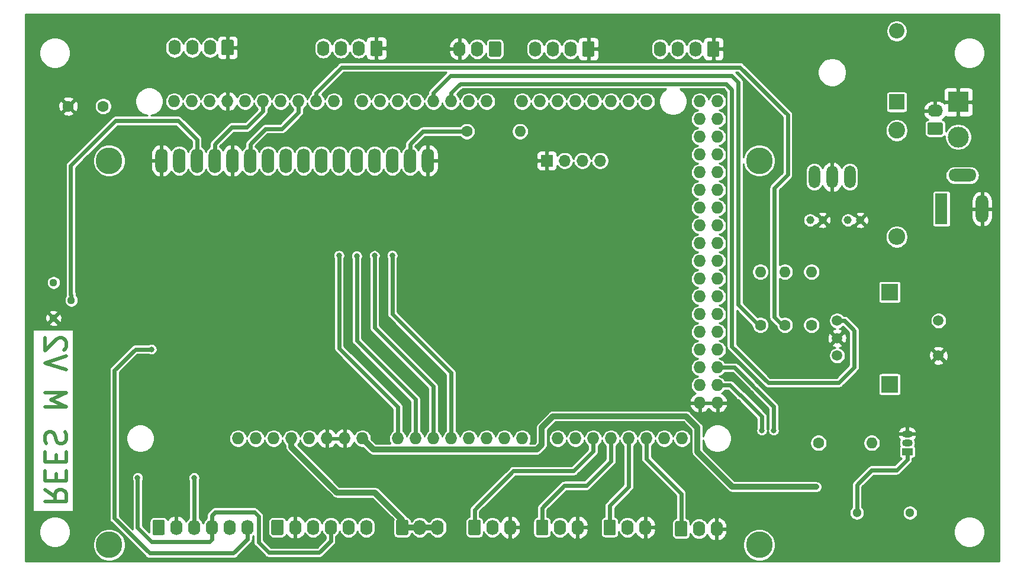
<source format=gbl>
G04 #@! TF.GenerationSoftware,KiCad,Pcbnew,5.1.5-52549c5~84~ubuntu18.04.1*
G04 #@! TF.CreationDate,2020-03-24T03:20:29+01:00*
G04 #@! TF.ProjectId,REES,52454553-2e6b-4696-9361-645f70636258,rev?*
G04 #@! TF.SameCoordinates,Original*
G04 #@! TF.FileFunction,Copper,L2,Bot*
G04 #@! TF.FilePolarity,Positive*
%FSLAX46Y46*%
G04 Gerber Fmt 4.6, Leading zero omitted, Abs format (unit mm)*
G04 Created by KiCad (PCBNEW 5.1.5-52549c5~84~ubuntu18.04.1) date 2020-03-24 03:20:29*
%MOMM*%
%LPD*%
G04 APERTURE LIST*
%ADD10C,0.500000*%
%ADD11O,1.727200X1.727200*%
%ADD12R,1.700000X1.700000*%
%ADD13O,1.700000X1.700000*%
%ADD14R,2.200000X2.200000*%
%ADD15O,2.200000X2.200000*%
%ADD16C,3.810000*%
%ADD17O,1.778000X3.556000*%
%ADD18O,1.500000X1.050000*%
%ADD19R,1.500000X1.050000*%
%ADD20C,1.168400*%
%ADD21R,2.400000X2.400000*%
%ADD22C,1.500000*%
%ADD23C,1.109600*%
%ADD24C,1.300000*%
%ADD25O,1.617600X3.235200*%
%ADD26C,2.400000*%
%ADD27O,2.400000X2.400000*%
%ADD28C,1.600000*%
%ADD29O,1.600000X1.600000*%
%ADD30C,0.100000*%
%ADD31O,1.740000X2.200000*%
%ADD32O,4.000000X1.800000*%
%ADD33O,1.800000X4.000000*%
%ADD34R,1.800000X4.400000*%
%ADD35O,2.200000X1.740000*%
%ADD36R,3.000000X3.000000*%
%ADD37C,3.000000*%
%ADD38C,0.800000*%
%ADD39C,0.609600*%
%ADD40C,0.812800*%
%ADD41C,0.254000*%
G04 APERTURE END LIST*
D10*
X81680537Y-133898348D02*
X83109108Y-134898347D01*
X81680537Y-135612633D02*
X84680536Y-135612633D01*
X84680536Y-134469776D01*
X84537679Y-134184062D01*
X84394822Y-134041205D01*
X84109108Y-133898348D01*
X83680536Y-133898348D01*
X83394822Y-134041205D01*
X83251965Y-134184062D01*
X83109108Y-134469776D01*
X83109108Y-135612633D01*
X83251965Y-132612634D02*
X83251965Y-131612634D01*
X81680537Y-131184063D02*
X81680537Y-132612634D01*
X84680536Y-132612634D01*
X84680536Y-131184063D01*
X83251965Y-129898349D02*
X83251965Y-128898349D01*
X81680537Y-128469778D02*
X81680537Y-129898349D01*
X84680536Y-129898349D01*
X84680536Y-128469778D01*
X81823394Y-127326921D02*
X81680537Y-126898350D01*
X81680537Y-126184064D01*
X81823394Y-125898350D01*
X81966251Y-125755493D01*
X82251965Y-125612636D01*
X82537680Y-125612636D01*
X82823394Y-125755493D01*
X82966251Y-125898350D01*
X83109108Y-126184064D01*
X83251965Y-126755493D01*
X83394822Y-127041207D01*
X83537679Y-127184064D01*
X83823394Y-127326921D01*
X84109108Y-127326921D01*
X84394822Y-127184064D01*
X84537679Y-127041207D01*
X84680536Y-126755493D01*
X84680536Y-126041207D01*
X84537679Y-125612636D01*
X81680537Y-122041209D02*
X84680536Y-122041209D01*
X82537680Y-121041209D01*
X84680536Y-120041209D01*
X81680537Y-120041209D01*
X84680536Y-116755496D02*
X81680537Y-115755497D01*
X84680536Y-114755497D01*
X84394822Y-113898354D02*
X84537679Y-113755497D01*
X84680536Y-113469783D01*
X84680536Y-112755498D01*
X84537679Y-112469783D01*
X84394822Y-112326926D01*
X84109108Y-112184069D01*
X83823394Y-112184069D01*
X83394822Y-112326926D01*
X81680537Y-114041211D01*
X81680537Y-112184069D01*
D11*
X132140000Y-126560000D03*
X127060000Y-126560000D03*
X124520000Y-126560000D03*
X121980000Y-126560000D03*
X119440000Y-126560000D03*
X116900000Y-126560000D03*
X114360000Y-126560000D03*
X111820000Y-126560000D03*
X167700000Y-78300000D03*
X165160000Y-78300000D03*
X162620000Y-78300000D03*
X160080000Y-78300000D03*
X157540000Y-78300000D03*
X155000000Y-78300000D03*
X152460000Y-78300000D03*
X149920000Y-78300000D03*
X144840000Y-78300000D03*
X142300000Y-78300000D03*
X139760000Y-78300000D03*
X137220000Y-78300000D03*
X134680000Y-78300000D03*
X132140000Y-78300000D03*
X129600000Y-78300000D03*
X127060000Y-78300000D03*
X107756000Y-78300000D03*
X122996000Y-78300000D03*
X120456000Y-78300000D03*
X117916000Y-78300000D03*
X100136000Y-78300000D03*
X102676000Y-78300000D03*
X105216000Y-78300000D03*
X110296000Y-78300000D03*
X112836000Y-78300000D03*
X115376000Y-78300000D03*
X109280000Y-126560000D03*
X134680000Y-126560000D03*
X137220000Y-126560000D03*
X139760000Y-126560000D03*
X142300000Y-126560000D03*
X144840000Y-126560000D03*
X147380000Y-126560000D03*
X149920000Y-126560000D03*
X155000000Y-126560000D03*
X157540000Y-126560000D03*
X160080000Y-126560000D03*
X162620000Y-126560000D03*
X165160000Y-126560000D03*
X167700000Y-126560000D03*
X170240000Y-126560000D03*
X172780000Y-126560000D03*
X175320000Y-78300000D03*
X177860000Y-78300000D03*
X175320000Y-80840000D03*
X177860000Y-80840000D03*
X175320000Y-83380000D03*
X177860000Y-83380000D03*
X175320000Y-85920000D03*
X177860000Y-85920000D03*
X175320000Y-88460000D03*
X177860000Y-88460000D03*
X175320000Y-91000000D03*
X177860000Y-91000000D03*
X175320000Y-93540000D03*
X177860000Y-93540000D03*
X175320000Y-96080000D03*
X177860000Y-96080000D03*
X175320000Y-98620000D03*
X177860000Y-98620000D03*
X175320000Y-101160000D03*
X177860000Y-101160000D03*
X175320000Y-103700000D03*
X177860000Y-103700000D03*
X175320000Y-106240000D03*
X177860000Y-106240000D03*
X175320000Y-108780000D03*
X177860000Y-108780000D03*
X175320000Y-111320000D03*
X177860000Y-111320000D03*
X175320000Y-113860000D03*
X177860000Y-113860000D03*
X175320000Y-116400000D03*
X177860000Y-116400000D03*
X175320000Y-118940000D03*
X177860000Y-118940000D03*
X175320000Y-121480000D03*
X177860000Y-121480000D03*
D12*
X153460000Y-86800000D03*
D13*
X156000000Y-86800000D03*
X158540000Y-86800000D03*
X161080000Y-86800000D03*
D14*
X203500000Y-78400000D03*
D15*
X203500000Y-68240000D03*
D16*
X183841200Y-86801500D03*
X183851200Y-141801500D03*
X90841200Y-141801500D03*
X90831200Y-86811500D03*
D17*
X136428500Y-86801500D03*
X133888500Y-86801500D03*
X131348500Y-86801500D03*
X128808500Y-86801500D03*
X126268500Y-86801500D03*
X123728500Y-86801500D03*
X121188500Y-86801500D03*
X118648500Y-86801500D03*
X116108500Y-86801500D03*
X113568500Y-86801500D03*
X111028500Y-86801500D03*
X108488500Y-86801500D03*
X105948500Y-86801500D03*
X103408500Y-86801500D03*
X100868500Y-86801500D03*
X98328500Y-86801500D03*
D18*
X205000000Y-127200000D03*
X205000000Y-125930000D03*
D19*
X205000000Y-128470000D03*
D20*
X191122000Y-95300000D03*
X192900000Y-95300000D03*
X196522000Y-95300000D03*
X198300000Y-95300000D03*
D21*
X202476100Y-118808600D03*
X202476100Y-105608600D03*
D22*
X194976100Y-114708600D03*
X194976100Y-112208600D03*
X194976100Y-109708600D03*
X209476100Y-114708600D03*
X209476100Y-109708600D03*
D23*
X82900000Y-104260000D03*
X85440000Y-106800000D03*
X82900000Y-109340000D03*
D24*
X197800000Y-137200000D03*
X205400000Y-137200000D03*
D25*
X191716100Y-89128600D03*
X194256100Y-89128600D03*
X196796100Y-89128600D03*
D26*
X203500000Y-82460000D03*
D27*
X203500000Y-97700000D03*
D28*
X85000000Y-79000000D03*
X90000000Y-79000000D03*
X142000000Y-82600000D03*
D29*
X149620000Y-82600000D03*
X199920000Y-127200000D03*
D28*
X192300000Y-127200000D03*
X184000000Y-110324999D03*
D29*
X184000000Y-102704999D03*
X191300000Y-102704999D03*
D28*
X191300000Y-110324999D03*
X187500000Y-110324999D03*
D29*
X187500000Y-102704999D03*
G04 #@! TA.AperFunction,ComponentPad*
D30*
G36*
X133404505Y-138201204D02*
G01*
X133428773Y-138204804D01*
X133452572Y-138210765D01*
X133475671Y-138219030D01*
X133497850Y-138229520D01*
X133518893Y-138242132D01*
X133538599Y-138256747D01*
X133556777Y-138273223D01*
X133573253Y-138291401D01*
X133587868Y-138311107D01*
X133600480Y-138332150D01*
X133610970Y-138354329D01*
X133619235Y-138377428D01*
X133625196Y-138401227D01*
X133628796Y-138425495D01*
X133630000Y-138449999D01*
X133630000Y-140150001D01*
X133628796Y-140174505D01*
X133625196Y-140198773D01*
X133619235Y-140222572D01*
X133610970Y-140245671D01*
X133600480Y-140267850D01*
X133587868Y-140288893D01*
X133573253Y-140308599D01*
X133556777Y-140326777D01*
X133538599Y-140343253D01*
X133518893Y-140357868D01*
X133497850Y-140370480D01*
X133475671Y-140380970D01*
X133452572Y-140389235D01*
X133428773Y-140395196D01*
X133404505Y-140398796D01*
X133380001Y-140400000D01*
X132139999Y-140400000D01*
X132115495Y-140398796D01*
X132091227Y-140395196D01*
X132067428Y-140389235D01*
X132044329Y-140380970D01*
X132022150Y-140370480D01*
X132001107Y-140357868D01*
X131981401Y-140343253D01*
X131963223Y-140326777D01*
X131946747Y-140308599D01*
X131932132Y-140288893D01*
X131919520Y-140267850D01*
X131909030Y-140245671D01*
X131900765Y-140222572D01*
X131894804Y-140198773D01*
X131891204Y-140174505D01*
X131890000Y-140150001D01*
X131890000Y-138449999D01*
X131891204Y-138425495D01*
X131894804Y-138401227D01*
X131900765Y-138377428D01*
X131909030Y-138354329D01*
X131919520Y-138332150D01*
X131932132Y-138311107D01*
X131946747Y-138291401D01*
X131963223Y-138273223D01*
X131981401Y-138256747D01*
X132001107Y-138242132D01*
X132022150Y-138229520D01*
X132044329Y-138219030D01*
X132067428Y-138210765D01*
X132091227Y-138204804D01*
X132115495Y-138201204D01*
X132139999Y-138200000D01*
X133380001Y-138200000D01*
X133404505Y-138201204D01*
G37*
G04 #@! TD.AperFunction*
D31*
X135300000Y-139300000D03*
X137840000Y-139300000D03*
X121460000Y-70700000D03*
X124000000Y-70700000D03*
X126540000Y-70700000D03*
G04 #@! TA.AperFunction,ComponentPad*
D30*
G36*
X129724505Y-69601204D02*
G01*
X129748773Y-69604804D01*
X129772572Y-69610765D01*
X129795671Y-69619030D01*
X129817850Y-69629520D01*
X129838893Y-69642132D01*
X129858599Y-69656747D01*
X129876777Y-69673223D01*
X129893253Y-69691401D01*
X129907868Y-69711107D01*
X129920480Y-69732150D01*
X129930970Y-69754329D01*
X129939235Y-69777428D01*
X129945196Y-69801227D01*
X129948796Y-69825495D01*
X129950000Y-69849999D01*
X129950000Y-71550001D01*
X129948796Y-71574505D01*
X129945196Y-71598773D01*
X129939235Y-71622572D01*
X129930970Y-71645671D01*
X129920480Y-71667850D01*
X129907868Y-71688893D01*
X129893253Y-71708599D01*
X129876777Y-71726777D01*
X129858599Y-71743253D01*
X129838893Y-71757868D01*
X129817850Y-71770480D01*
X129795671Y-71780970D01*
X129772572Y-71789235D01*
X129748773Y-71795196D01*
X129724505Y-71798796D01*
X129700001Y-71800000D01*
X128459999Y-71800000D01*
X128435495Y-71798796D01*
X128411227Y-71795196D01*
X128387428Y-71789235D01*
X128364329Y-71780970D01*
X128342150Y-71770480D01*
X128321107Y-71757868D01*
X128301401Y-71743253D01*
X128283223Y-71726777D01*
X128266747Y-71708599D01*
X128252132Y-71688893D01*
X128239520Y-71667850D01*
X128229030Y-71645671D01*
X128220765Y-71622572D01*
X128214804Y-71598773D01*
X128211204Y-71574505D01*
X128210000Y-71550001D01*
X128210000Y-69849999D01*
X128211204Y-69825495D01*
X128214804Y-69801227D01*
X128220765Y-69777428D01*
X128229030Y-69754329D01*
X128239520Y-69732150D01*
X128252132Y-69711107D01*
X128266747Y-69691401D01*
X128283223Y-69673223D01*
X128301401Y-69656747D01*
X128321107Y-69642132D01*
X128342150Y-69629520D01*
X128364329Y-69619030D01*
X128387428Y-69610765D01*
X128411227Y-69604804D01*
X128435495Y-69601204D01*
X128459999Y-69600000D01*
X129700001Y-69600000D01*
X129724505Y-69601204D01*
G37*
G04 #@! TD.AperFunction*
G04 #@! TA.AperFunction,ComponentPad*
G36*
X177924505Y-69701204D02*
G01*
X177948773Y-69704804D01*
X177972572Y-69710765D01*
X177995671Y-69719030D01*
X178017850Y-69729520D01*
X178038893Y-69742132D01*
X178058599Y-69756747D01*
X178076777Y-69773223D01*
X178093253Y-69791401D01*
X178107868Y-69811107D01*
X178120480Y-69832150D01*
X178130970Y-69854329D01*
X178139235Y-69877428D01*
X178145196Y-69901227D01*
X178148796Y-69925495D01*
X178150000Y-69949999D01*
X178150000Y-71650001D01*
X178148796Y-71674505D01*
X178145196Y-71698773D01*
X178139235Y-71722572D01*
X178130970Y-71745671D01*
X178120480Y-71767850D01*
X178107868Y-71788893D01*
X178093253Y-71808599D01*
X178076777Y-71826777D01*
X178058599Y-71843253D01*
X178038893Y-71857868D01*
X178017850Y-71870480D01*
X177995671Y-71880970D01*
X177972572Y-71889235D01*
X177948773Y-71895196D01*
X177924505Y-71898796D01*
X177900001Y-71900000D01*
X176659999Y-71900000D01*
X176635495Y-71898796D01*
X176611227Y-71895196D01*
X176587428Y-71889235D01*
X176564329Y-71880970D01*
X176542150Y-71870480D01*
X176521107Y-71857868D01*
X176501401Y-71843253D01*
X176483223Y-71826777D01*
X176466747Y-71808599D01*
X176452132Y-71788893D01*
X176439520Y-71767850D01*
X176429030Y-71745671D01*
X176420765Y-71722572D01*
X176414804Y-71698773D01*
X176411204Y-71674505D01*
X176410000Y-71650001D01*
X176410000Y-69949999D01*
X176411204Y-69925495D01*
X176414804Y-69901227D01*
X176420765Y-69877428D01*
X176429030Y-69854329D01*
X176439520Y-69832150D01*
X176452132Y-69811107D01*
X176466747Y-69791401D01*
X176483223Y-69773223D01*
X176501401Y-69756747D01*
X176521107Y-69742132D01*
X176542150Y-69729520D01*
X176564329Y-69719030D01*
X176587428Y-69710765D01*
X176611227Y-69704804D01*
X176635495Y-69701204D01*
X176659999Y-69700000D01*
X177900001Y-69700000D01*
X177924505Y-69701204D01*
G37*
G04 #@! TD.AperFunction*
D31*
X174740000Y-70800000D03*
X172200000Y-70800000D03*
X169660000Y-70800000D03*
X140960000Y-70800000D03*
X143500000Y-70800000D03*
G04 #@! TA.AperFunction,ComponentPad*
D30*
G36*
X146684505Y-69701204D02*
G01*
X146708773Y-69704804D01*
X146732572Y-69710765D01*
X146755671Y-69719030D01*
X146777850Y-69729520D01*
X146798893Y-69742132D01*
X146818599Y-69756747D01*
X146836777Y-69773223D01*
X146853253Y-69791401D01*
X146867868Y-69811107D01*
X146880480Y-69832150D01*
X146890970Y-69854329D01*
X146899235Y-69877428D01*
X146905196Y-69901227D01*
X146908796Y-69925495D01*
X146910000Y-69949999D01*
X146910000Y-71650001D01*
X146908796Y-71674505D01*
X146905196Y-71698773D01*
X146899235Y-71722572D01*
X146890970Y-71745671D01*
X146880480Y-71767850D01*
X146867868Y-71788893D01*
X146853253Y-71808599D01*
X146836777Y-71826777D01*
X146818599Y-71843253D01*
X146798893Y-71857868D01*
X146777850Y-71870480D01*
X146755671Y-71880970D01*
X146732572Y-71889235D01*
X146708773Y-71895196D01*
X146684505Y-71898796D01*
X146660001Y-71900000D01*
X145419999Y-71900000D01*
X145395495Y-71898796D01*
X145371227Y-71895196D01*
X145347428Y-71889235D01*
X145324329Y-71880970D01*
X145302150Y-71870480D01*
X145281107Y-71857868D01*
X145261401Y-71843253D01*
X145243223Y-71826777D01*
X145226747Y-71808599D01*
X145212132Y-71788893D01*
X145199520Y-71767850D01*
X145189030Y-71745671D01*
X145180765Y-71722572D01*
X145174804Y-71698773D01*
X145171204Y-71674505D01*
X145170000Y-71650001D01*
X145170000Y-69949999D01*
X145171204Y-69925495D01*
X145174804Y-69901227D01*
X145180765Y-69877428D01*
X145189030Y-69854329D01*
X145199520Y-69832150D01*
X145212132Y-69811107D01*
X145226747Y-69791401D01*
X145243223Y-69773223D01*
X145261401Y-69756747D01*
X145281107Y-69742132D01*
X145302150Y-69729520D01*
X145324329Y-69719030D01*
X145347428Y-69710765D01*
X145371227Y-69704804D01*
X145395495Y-69701204D01*
X145419999Y-69700000D01*
X146660001Y-69700000D01*
X146684505Y-69701204D01*
G37*
G04 #@! TD.AperFunction*
G04 #@! TA.AperFunction,ComponentPad*
G36*
X160044505Y-69701204D02*
G01*
X160068773Y-69704804D01*
X160092572Y-69710765D01*
X160115671Y-69719030D01*
X160137850Y-69729520D01*
X160158893Y-69742132D01*
X160178599Y-69756747D01*
X160196777Y-69773223D01*
X160213253Y-69791401D01*
X160227868Y-69811107D01*
X160240480Y-69832150D01*
X160250970Y-69854329D01*
X160259235Y-69877428D01*
X160265196Y-69901227D01*
X160268796Y-69925495D01*
X160270000Y-69949999D01*
X160270000Y-71650001D01*
X160268796Y-71674505D01*
X160265196Y-71698773D01*
X160259235Y-71722572D01*
X160250970Y-71745671D01*
X160240480Y-71767850D01*
X160227868Y-71788893D01*
X160213253Y-71808599D01*
X160196777Y-71826777D01*
X160178599Y-71843253D01*
X160158893Y-71857868D01*
X160137850Y-71870480D01*
X160115671Y-71880970D01*
X160092572Y-71889235D01*
X160068773Y-71895196D01*
X160044505Y-71898796D01*
X160020001Y-71900000D01*
X158779999Y-71900000D01*
X158755495Y-71898796D01*
X158731227Y-71895196D01*
X158707428Y-71889235D01*
X158684329Y-71880970D01*
X158662150Y-71870480D01*
X158641107Y-71857868D01*
X158621401Y-71843253D01*
X158603223Y-71826777D01*
X158586747Y-71808599D01*
X158572132Y-71788893D01*
X158559520Y-71767850D01*
X158549030Y-71745671D01*
X158540765Y-71722572D01*
X158534804Y-71698773D01*
X158531204Y-71674505D01*
X158530000Y-71650001D01*
X158530000Y-69949999D01*
X158531204Y-69925495D01*
X158534804Y-69901227D01*
X158540765Y-69877428D01*
X158549030Y-69854329D01*
X158559520Y-69832150D01*
X158572132Y-69811107D01*
X158586747Y-69791401D01*
X158603223Y-69773223D01*
X158621401Y-69756747D01*
X158641107Y-69742132D01*
X158662150Y-69729520D01*
X158684329Y-69719030D01*
X158707428Y-69710765D01*
X158731227Y-69704804D01*
X158755495Y-69701204D01*
X158779999Y-69700000D01*
X160020001Y-69700000D01*
X160044505Y-69701204D01*
G37*
G04 #@! TD.AperFunction*
D31*
X156860000Y-70800000D03*
X154320000Y-70800000D03*
X151780000Y-70800000D03*
X100180000Y-70600000D03*
X102720000Y-70600000D03*
X105260000Y-70600000D03*
G04 #@! TA.AperFunction,ComponentPad*
D30*
G36*
X108444505Y-69501204D02*
G01*
X108468773Y-69504804D01*
X108492572Y-69510765D01*
X108515671Y-69519030D01*
X108537850Y-69529520D01*
X108558893Y-69542132D01*
X108578599Y-69556747D01*
X108596777Y-69573223D01*
X108613253Y-69591401D01*
X108627868Y-69611107D01*
X108640480Y-69632150D01*
X108650970Y-69654329D01*
X108659235Y-69677428D01*
X108665196Y-69701227D01*
X108668796Y-69725495D01*
X108670000Y-69749999D01*
X108670000Y-71450001D01*
X108668796Y-71474505D01*
X108665196Y-71498773D01*
X108659235Y-71522572D01*
X108650970Y-71545671D01*
X108640480Y-71567850D01*
X108627868Y-71588893D01*
X108613253Y-71608599D01*
X108596777Y-71626777D01*
X108578599Y-71643253D01*
X108558893Y-71657868D01*
X108537850Y-71670480D01*
X108515671Y-71680970D01*
X108492572Y-71689235D01*
X108468773Y-71695196D01*
X108444505Y-71698796D01*
X108420001Y-71700000D01*
X107179999Y-71700000D01*
X107155495Y-71698796D01*
X107131227Y-71695196D01*
X107107428Y-71689235D01*
X107084329Y-71680970D01*
X107062150Y-71670480D01*
X107041107Y-71657868D01*
X107021401Y-71643253D01*
X107003223Y-71626777D01*
X106986747Y-71608599D01*
X106972132Y-71588893D01*
X106959520Y-71567850D01*
X106949030Y-71545671D01*
X106940765Y-71522572D01*
X106934804Y-71498773D01*
X106931204Y-71474505D01*
X106930000Y-71450001D01*
X106930000Y-69749999D01*
X106931204Y-69725495D01*
X106934804Y-69701227D01*
X106940765Y-69677428D01*
X106949030Y-69654329D01*
X106959520Y-69632150D01*
X106972132Y-69611107D01*
X106986747Y-69591401D01*
X107003223Y-69573223D01*
X107021401Y-69556747D01*
X107041107Y-69542132D01*
X107062150Y-69529520D01*
X107084329Y-69519030D01*
X107107428Y-69510765D01*
X107131227Y-69504804D01*
X107155495Y-69501204D01*
X107179999Y-69500000D01*
X108420001Y-69500000D01*
X108444505Y-69501204D01*
G37*
G04 #@! TD.AperFunction*
D31*
X148185001Y-139300000D03*
X145645001Y-139300000D03*
G04 #@! TA.AperFunction,ComponentPad*
D30*
G36*
X143749506Y-138201204D02*
G01*
X143773774Y-138204804D01*
X143797573Y-138210765D01*
X143820672Y-138219030D01*
X143842851Y-138229520D01*
X143863894Y-138242132D01*
X143883600Y-138256747D01*
X143901778Y-138273223D01*
X143918254Y-138291401D01*
X143932869Y-138311107D01*
X143945481Y-138332150D01*
X143955971Y-138354329D01*
X143964236Y-138377428D01*
X143970197Y-138401227D01*
X143973797Y-138425495D01*
X143975001Y-138449999D01*
X143975001Y-140150001D01*
X143973797Y-140174505D01*
X143970197Y-140198773D01*
X143964236Y-140222572D01*
X143955971Y-140245671D01*
X143945481Y-140267850D01*
X143932869Y-140288893D01*
X143918254Y-140308599D01*
X143901778Y-140326777D01*
X143883600Y-140343253D01*
X143863894Y-140357868D01*
X143842851Y-140370480D01*
X143820672Y-140380970D01*
X143797573Y-140389235D01*
X143773774Y-140395196D01*
X143749506Y-140398796D01*
X143725002Y-140400000D01*
X142485000Y-140400000D01*
X142460496Y-140398796D01*
X142436228Y-140395196D01*
X142412429Y-140389235D01*
X142389330Y-140380970D01*
X142367151Y-140370480D01*
X142346108Y-140357868D01*
X142326402Y-140343253D01*
X142308224Y-140326777D01*
X142291748Y-140308599D01*
X142277133Y-140288893D01*
X142264521Y-140267850D01*
X142254031Y-140245671D01*
X142245766Y-140222572D01*
X142239805Y-140198773D01*
X142236205Y-140174505D01*
X142235001Y-140150001D01*
X142235001Y-138449999D01*
X142236205Y-138425495D01*
X142239805Y-138401227D01*
X142245766Y-138377428D01*
X142254031Y-138354329D01*
X142264521Y-138332150D01*
X142277133Y-138311107D01*
X142291748Y-138291401D01*
X142308224Y-138273223D01*
X142326402Y-138256747D01*
X142346108Y-138242132D01*
X142367151Y-138229520D01*
X142389330Y-138219030D01*
X142412429Y-138210765D01*
X142436228Y-138204804D01*
X142460496Y-138201204D01*
X142485000Y-138200000D01*
X143725002Y-138200000D01*
X143749506Y-138201204D01*
G37*
G04 #@! TD.AperFunction*
G04 #@! TA.AperFunction,ComponentPad*
G36*
X153419506Y-138201204D02*
G01*
X153443774Y-138204804D01*
X153467573Y-138210765D01*
X153490672Y-138219030D01*
X153512851Y-138229520D01*
X153533894Y-138242132D01*
X153553600Y-138256747D01*
X153571778Y-138273223D01*
X153588254Y-138291401D01*
X153602869Y-138311107D01*
X153615481Y-138332150D01*
X153625971Y-138354329D01*
X153634236Y-138377428D01*
X153640197Y-138401227D01*
X153643797Y-138425495D01*
X153645001Y-138449999D01*
X153645001Y-140150001D01*
X153643797Y-140174505D01*
X153640197Y-140198773D01*
X153634236Y-140222572D01*
X153625971Y-140245671D01*
X153615481Y-140267850D01*
X153602869Y-140288893D01*
X153588254Y-140308599D01*
X153571778Y-140326777D01*
X153553600Y-140343253D01*
X153533894Y-140357868D01*
X153512851Y-140370480D01*
X153490672Y-140380970D01*
X153467573Y-140389235D01*
X153443774Y-140395196D01*
X153419506Y-140398796D01*
X153395002Y-140400000D01*
X152155000Y-140400000D01*
X152130496Y-140398796D01*
X152106228Y-140395196D01*
X152082429Y-140389235D01*
X152059330Y-140380970D01*
X152037151Y-140370480D01*
X152016108Y-140357868D01*
X151996402Y-140343253D01*
X151978224Y-140326777D01*
X151961748Y-140308599D01*
X151947133Y-140288893D01*
X151934521Y-140267850D01*
X151924031Y-140245671D01*
X151915766Y-140222572D01*
X151909805Y-140198773D01*
X151906205Y-140174505D01*
X151905001Y-140150001D01*
X151905001Y-138449999D01*
X151906205Y-138425495D01*
X151909805Y-138401227D01*
X151915766Y-138377428D01*
X151924031Y-138354329D01*
X151934521Y-138332150D01*
X151947133Y-138311107D01*
X151961748Y-138291401D01*
X151978224Y-138273223D01*
X151996402Y-138256747D01*
X152016108Y-138242132D01*
X152037151Y-138229520D01*
X152059330Y-138219030D01*
X152082429Y-138210765D01*
X152106228Y-138204804D01*
X152130496Y-138201204D01*
X152155000Y-138200000D01*
X153395002Y-138200000D01*
X153419506Y-138201204D01*
G37*
G04 #@! TD.AperFunction*
D31*
X155315001Y-139300000D03*
X157855001Y-139300000D03*
G04 #@! TA.AperFunction,ComponentPad*
D30*
G36*
X163089506Y-138201204D02*
G01*
X163113774Y-138204804D01*
X163137573Y-138210765D01*
X163160672Y-138219030D01*
X163182851Y-138229520D01*
X163203894Y-138242132D01*
X163223600Y-138256747D01*
X163241778Y-138273223D01*
X163258254Y-138291401D01*
X163272869Y-138311107D01*
X163285481Y-138332150D01*
X163295971Y-138354329D01*
X163304236Y-138377428D01*
X163310197Y-138401227D01*
X163313797Y-138425495D01*
X163315001Y-138449999D01*
X163315001Y-140150001D01*
X163313797Y-140174505D01*
X163310197Y-140198773D01*
X163304236Y-140222572D01*
X163295971Y-140245671D01*
X163285481Y-140267850D01*
X163272869Y-140288893D01*
X163258254Y-140308599D01*
X163241778Y-140326777D01*
X163223600Y-140343253D01*
X163203894Y-140357868D01*
X163182851Y-140370480D01*
X163160672Y-140380970D01*
X163137573Y-140389235D01*
X163113774Y-140395196D01*
X163089506Y-140398796D01*
X163065002Y-140400000D01*
X161825000Y-140400000D01*
X161800496Y-140398796D01*
X161776228Y-140395196D01*
X161752429Y-140389235D01*
X161729330Y-140380970D01*
X161707151Y-140370480D01*
X161686108Y-140357868D01*
X161666402Y-140343253D01*
X161648224Y-140326777D01*
X161631748Y-140308599D01*
X161617133Y-140288893D01*
X161604521Y-140267850D01*
X161594031Y-140245671D01*
X161585766Y-140222572D01*
X161579805Y-140198773D01*
X161576205Y-140174505D01*
X161575001Y-140150001D01*
X161575001Y-138449999D01*
X161576205Y-138425495D01*
X161579805Y-138401227D01*
X161585766Y-138377428D01*
X161594031Y-138354329D01*
X161604521Y-138332150D01*
X161617133Y-138311107D01*
X161631748Y-138291401D01*
X161648224Y-138273223D01*
X161666402Y-138256747D01*
X161686108Y-138242132D01*
X161707151Y-138229520D01*
X161729330Y-138219030D01*
X161752429Y-138210765D01*
X161776228Y-138204804D01*
X161800496Y-138201204D01*
X161825000Y-138200000D01*
X163065002Y-138200000D01*
X163089506Y-138201204D01*
G37*
G04 #@! TD.AperFunction*
D31*
X164985001Y-139300000D03*
X167525001Y-139300000D03*
X177740000Y-139500000D03*
X175200000Y-139500000D03*
G04 #@! TA.AperFunction,ComponentPad*
D30*
G36*
X173304505Y-138401204D02*
G01*
X173328773Y-138404804D01*
X173352572Y-138410765D01*
X173375671Y-138419030D01*
X173397850Y-138429520D01*
X173418893Y-138442132D01*
X173438599Y-138456747D01*
X173456777Y-138473223D01*
X173473253Y-138491401D01*
X173487868Y-138511107D01*
X173500480Y-138532150D01*
X173510970Y-138554329D01*
X173519235Y-138577428D01*
X173525196Y-138601227D01*
X173528796Y-138625495D01*
X173530000Y-138649999D01*
X173530000Y-140350001D01*
X173528796Y-140374505D01*
X173525196Y-140398773D01*
X173519235Y-140422572D01*
X173510970Y-140445671D01*
X173500480Y-140467850D01*
X173487868Y-140488893D01*
X173473253Y-140508599D01*
X173456777Y-140526777D01*
X173438599Y-140543253D01*
X173418893Y-140557868D01*
X173397850Y-140570480D01*
X173375671Y-140580970D01*
X173352572Y-140589235D01*
X173328773Y-140595196D01*
X173304505Y-140598796D01*
X173280001Y-140600000D01*
X172039999Y-140600000D01*
X172015495Y-140598796D01*
X171991227Y-140595196D01*
X171967428Y-140589235D01*
X171944329Y-140580970D01*
X171922150Y-140570480D01*
X171901107Y-140557868D01*
X171881401Y-140543253D01*
X171863223Y-140526777D01*
X171846747Y-140508599D01*
X171832132Y-140488893D01*
X171819520Y-140467850D01*
X171809030Y-140445671D01*
X171800765Y-140422572D01*
X171794804Y-140398773D01*
X171791204Y-140374505D01*
X171790000Y-140350001D01*
X171790000Y-138649999D01*
X171791204Y-138625495D01*
X171794804Y-138601227D01*
X171800765Y-138577428D01*
X171809030Y-138554329D01*
X171819520Y-138532150D01*
X171832132Y-138511107D01*
X171846747Y-138491401D01*
X171863223Y-138473223D01*
X171881401Y-138456747D01*
X171901107Y-138442132D01*
X171922150Y-138429520D01*
X171944329Y-138419030D01*
X171967428Y-138410765D01*
X171991227Y-138404804D01*
X172015495Y-138401204D01*
X172039999Y-138400000D01*
X173280001Y-138400000D01*
X173304505Y-138401204D01*
G37*
G04 #@! TD.AperFunction*
G04 #@! TA.AperFunction,ComponentPad*
G36*
X115564505Y-138196203D02*
G01*
X115588773Y-138199803D01*
X115612572Y-138205764D01*
X115635671Y-138214029D01*
X115657850Y-138224519D01*
X115678893Y-138237131D01*
X115698599Y-138251746D01*
X115716777Y-138268222D01*
X115733253Y-138286400D01*
X115747868Y-138306106D01*
X115760480Y-138327149D01*
X115770970Y-138349328D01*
X115779235Y-138372427D01*
X115785196Y-138396226D01*
X115788796Y-138420494D01*
X115790000Y-138444998D01*
X115790000Y-140145000D01*
X115788796Y-140169504D01*
X115785196Y-140193772D01*
X115779235Y-140217571D01*
X115770970Y-140240670D01*
X115760480Y-140262849D01*
X115747868Y-140283892D01*
X115733253Y-140303598D01*
X115716777Y-140321776D01*
X115698599Y-140338252D01*
X115678893Y-140352867D01*
X115657850Y-140365479D01*
X115635671Y-140375969D01*
X115612572Y-140384234D01*
X115588773Y-140390195D01*
X115564505Y-140393795D01*
X115540001Y-140394999D01*
X114299999Y-140394999D01*
X114275495Y-140393795D01*
X114251227Y-140390195D01*
X114227428Y-140384234D01*
X114204329Y-140375969D01*
X114182150Y-140365479D01*
X114161107Y-140352867D01*
X114141401Y-140338252D01*
X114123223Y-140321776D01*
X114106747Y-140303598D01*
X114092132Y-140283892D01*
X114079520Y-140262849D01*
X114069030Y-140240670D01*
X114060765Y-140217571D01*
X114054804Y-140193772D01*
X114051204Y-140169504D01*
X114050000Y-140145000D01*
X114050000Y-138444998D01*
X114051204Y-138420494D01*
X114054804Y-138396226D01*
X114060765Y-138372427D01*
X114069030Y-138349328D01*
X114079520Y-138327149D01*
X114092132Y-138306106D01*
X114106747Y-138286400D01*
X114123223Y-138268222D01*
X114141401Y-138251746D01*
X114161107Y-138237131D01*
X114182150Y-138224519D01*
X114204329Y-138214029D01*
X114227428Y-138205764D01*
X114251227Y-138199803D01*
X114275495Y-138196203D01*
X114299999Y-138194999D01*
X115540001Y-138194999D01*
X115564505Y-138196203D01*
G37*
G04 #@! TD.AperFunction*
D31*
X117460000Y-139294999D03*
X120000000Y-139294999D03*
X122540000Y-139294999D03*
X125080000Y-139294999D03*
X127620000Y-139294999D03*
X110620000Y-139294999D03*
X108080000Y-139294999D03*
X105540000Y-139294999D03*
X103000000Y-139294999D03*
X100460000Y-139294999D03*
G04 #@! TA.AperFunction,ComponentPad*
D30*
G36*
X98564505Y-138196203D02*
G01*
X98588773Y-138199803D01*
X98612572Y-138205764D01*
X98635671Y-138214029D01*
X98657850Y-138224519D01*
X98678893Y-138237131D01*
X98698599Y-138251746D01*
X98716777Y-138268222D01*
X98733253Y-138286400D01*
X98747868Y-138306106D01*
X98760480Y-138327149D01*
X98770970Y-138349328D01*
X98779235Y-138372427D01*
X98785196Y-138396226D01*
X98788796Y-138420494D01*
X98790000Y-138444998D01*
X98790000Y-140145000D01*
X98788796Y-140169504D01*
X98785196Y-140193772D01*
X98779235Y-140217571D01*
X98770970Y-140240670D01*
X98760480Y-140262849D01*
X98747868Y-140283892D01*
X98733253Y-140303598D01*
X98716777Y-140321776D01*
X98698599Y-140338252D01*
X98678893Y-140352867D01*
X98657850Y-140365479D01*
X98635671Y-140375969D01*
X98612572Y-140384234D01*
X98588773Y-140390195D01*
X98564505Y-140393795D01*
X98540001Y-140394999D01*
X97299999Y-140394999D01*
X97275495Y-140393795D01*
X97251227Y-140390195D01*
X97227428Y-140384234D01*
X97204329Y-140375969D01*
X97182150Y-140365479D01*
X97161107Y-140352867D01*
X97141401Y-140338252D01*
X97123223Y-140321776D01*
X97106747Y-140303598D01*
X97092132Y-140283892D01*
X97079520Y-140262849D01*
X97069030Y-140240670D01*
X97060765Y-140217571D01*
X97054804Y-140193772D01*
X97051204Y-140169504D01*
X97050000Y-140145000D01*
X97050000Y-138444998D01*
X97051204Y-138420494D01*
X97054804Y-138396226D01*
X97060765Y-138372427D01*
X97069030Y-138349328D01*
X97079520Y-138327149D01*
X97092132Y-138306106D01*
X97106747Y-138286400D01*
X97123223Y-138268222D01*
X97141401Y-138251746D01*
X97161107Y-138237131D01*
X97182150Y-138224519D01*
X97204329Y-138214029D01*
X97227428Y-138205764D01*
X97251227Y-138199803D01*
X97275495Y-138196203D01*
X97299999Y-138194999D01*
X98540001Y-138194999D01*
X98564505Y-138196203D01*
G37*
G04 #@! TD.AperFunction*
D32*
X212900000Y-88900000D03*
D33*
X215700000Y-93700000D03*
D34*
X209900000Y-93700000D03*
G04 #@! TA.AperFunction,ComponentPad*
D30*
G36*
X209874505Y-81331204D02*
G01*
X209898773Y-81334804D01*
X209922572Y-81340765D01*
X209945671Y-81349030D01*
X209967850Y-81359520D01*
X209988893Y-81372132D01*
X210008599Y-81386747D01*
X210026777Y-81403223D01*
X210043253Y-81421401D01*
X210057868Y-81441107D01*
X210070480Y-81462150D01*
X210080970Y-81484329D01*
X210089235Y-81507428D01*
X210095196Y-81531227D01*
X210098796Y-81555495D01*
X210100000Y-81579999D01*
X210100000Y-82820001D01*
X210098796Y-82844505D01*
X210095196Y-82868773D01*
X210089235Y-82892572D01*
X210080970Y-82915671D01*
X210070480Y-82937850D01*
X210057868Y-82958893D01*
X210043253Y-82978599D01*
X210026777Y-82996777D01*
X210008599Y-83013253D01*
X209988893Y-83027868D01*
X209967850Y-83040480D01*
X209945671Y-83050970D01*
X209922572Y-83059235D01*
X209898773Y-83065196D01*
X209874505Y-83068796D01*
X209850001Y-83070000D01*
X208149999Y-83070000D01*
X208125495Y-83068796D01*
X208101227Y-83065196D01*
X208077428Y-83059235D01*
X208054329Y-83050970D01*
X208032150Y-83040480D01*
X208011107Y-83027868D01*
X207991401Y-83013253D01*
X207973223Y-82996777D01*
X207956747Y-82978599D01*
X207942132Y-82958893D01*
X207929520Y-82937850D01*
X207919030Y-82915671D01*
X207910765Y-82892572D01*
X207904804Y-82868773D01*
X207901204Y-82844505D01*
X207900000Y-82820001D01*
X207900000Y-81579999D01*
X207901204Y-81555495D01*
X207904804Y-81531227D01*
X207910765Y-81507428D01*
X207919030Y-81484329D01*
X207929520Y-81462150D01*
X207942132Y-81441107D01*
X207956747Y-81421401D01*
X207973223Y-81403223D01*
X207991401Y-81386747D01*
X208011107Y-81372132D01*
X208032150Y-81359520D01*
X208054329Y-81349030D01*
X208077428Y-81340765D01*
X208101227Y-81334804D01*
X208125495Y-81331204D01*
X208149999Y-81330000D01*
X209850001Y-81330000D01*
X209874505Y-81331204D01*
G37*
G04 #@! TD.AperFunction*
D35*
X209000000Y-79660000D03*
D36*
X212300000Y-78400000D03*
D37*
X212300000Y-83400000D03*
D38*
X123728500Y-100371500D03*
X126268500Y-100431500D03*
X128808500Y-100391500D03*
X131348500Y-100351500D03*
X192000000Y-133500000D03*
X96900000Y-113800000D03*
X94922342Y-132200000D03*
X185900000Y-125400000D03*
X103000000Y-132200000D03*
X184200000Y-125400000D03*
D39*
X117916000Y-79878880D02*
X117916000Y-78300000D01*
X115562380Y-82232500D02*
X117916000Y-79878880D01*
X113209900Y-82232500D02*
X115562380Y-82232500D01*
X111028500Y-86801500D02*
X111028500Y-84413900D01*
X111028500Y-84413900D02*
X113209900Y-82232500D01*
X123728500Y-113628500D02*
X123728500Y-100371500D01*
X132140000Y-126560000D02*
X132140000Y-122040000D01*
X132140000Y-122040000D02*
X123728500Y-113628500D01*
X126268500Y-112568500D02*
X126268500Y-100431500D01*
X134680000Y-126560000D02*
X134680000Y-120980000D01*
X134680000Y-120980000D02*
X126268500Y-112568500D01*
X137220000Y-126560000D02*
X137220000Y-119120000D01*
X128808500Y-110708500D02*
X128808500Y-100391500D01*
X137220000Y-119120000D02*
X128808500Y-110708500D01*
X139760000Y-126560000D02*
X139760000Y-117160000D01*
X131348500Y-108748500D02*
X131348500Y-100351500D01*
X139760000Y-117160000D02*
X131348500Y-108748500D01*
X112836000Y-79736640D02*
X112836000Y-78300000D01*
X110572640Y-82000000D02*
X112836000Y-79736640D01*
X108362400Y-82000000D02*
X110572640Y-82000000D01*
X105948500Y-86801500D02*
X105948500Y-84413900D01*
X105948500Y-84413900D02*
X108362400Y-82000000D01*
X120456000Y-77078686D02*
X120456000Y-78300000D01*
X124126146Y-73408540D02*
X120456000Y-77078686D01*
X181074060Y-73408540D02*
X124126146Y-73408540D01*
X185988799Y-109208799D02*
X185988799Y-90711201D01*
X185988799Y-90711201D02*
X187900000Y-88800000D01*
X187500000Y-110720000D02*
X185988799Y-109208799D01*
X187900000Y-88800000D02*
X187900000Y-80234480D01*
X187900000Y-80234480D02*
X181074060Y-73408540D01*
X180814410Y-107414410D02*
X184000000Y-110600000D01*
X137220000Y-77078686D02*
X139653166Y-74645520D01*
X137220000Y-78300000D02*
X137220000Y-77078686D01*
X139653166Y-74645520D02*
X179920900Y-74645520D01*
X179920900Y-74645520D02*
X180814410Y-75539030D01*
X180814410Y-75539030D02*
X180814410Y-107414410D01*
X139760000Y-77078686D02*
X139760000Y-78300000D01*
X141100000Y-75800000D02*
X140809601Y-76090399D01*
X179100000Y-75800000D02*
X141100000Y-75800000D01*
X179900000Y-76700000D02*
X179100000Y-75800000D01*
X140809601Y-76090399D02*
X140748287Y-76090399D01*
X140748287Y-76090399D02*
X139760000Y-77078686D01*
X196036760Y-109708600D02*
X197428160Y-111100000D01*
X194976100Y-109708600D02*
X196036760Y-109708600D01*
X197428160Y-111100000D02*
X197428160Y-116371840D01*
X197428160Y-116371840D02*
X195200000Y-118600000D01*
X195200000Y-118600000D02*
X185100000Y-118600000D01*
X185100000Y-118600000D02*
X179900000Y-113400000D01*
X179900000Y-113400000D02*
X179900000Y-76700000D01*
X205000000Y-129604600D02*
X203504600Y-131100000D01*
X205000000Y-128470000D02*
X205000000Y-129604600D01*
X203504600Y-131100000D02*
X199900000Y-131100000D01*
X199900000Y-131100000D02*
X197800000Y-133200000D01*
X197800000Y-133200000D02*
X197800000Y-137200000D01*
X85440000Y-106015395D02*
X85346540Y-105921935D01*
X85440000Y-106800000D02*
X85440000Y-106015395D01*
X85346540Y-105921935D02*
X85346540Y-87495380D01*
X85346540Y-87495380D02*
X91780360Y-81061560D01*
X91780360Y-81061560D02*
X100703380Y-81061560D01*
X103408500Y-83766680D02*
X103408500Y-86801500D01*
X100703380Y-81061560D02*
X103408500Y-83766680D01*
X133900000Y-86813000D02*
X133888500Y-86801500D01*
X135702400Y-82600000D02*
X140868630Y-82600000D01*
X133888500Y-84413900D02*
X135702400Y-82600000D01*
X140868630Y-82600000D02*
X142000000Y-82600000D01*
X133888500Y-86801500D02*
X133888500Y-84413900D01*
D40*
X189800000Y-133500000D02*
X189800000Y-133500000D01*
X152700000Y-127441680D02*
X152006879Y-128134801D01*
X154350720Y-123362720D02*
X152700000Y-125013440D01*
X152700000Y-125013440D02*
X152700000Y-127441680D01*
X152006879Y-128134801D02*
X128634801Y-128134801D01*
X128634801Y-128134801D02*
X127060000Y-126560000D01*
X172837280Y-123362720D02*
X173162720Y-123362720D01*
X172837280Y-123362720D02*
X154350720Y-123362720D01*
X180000000Y-133500000D02*
X192000000Y-133500000D01*
X175000260Y-128500260D02*
X180000000Y-133500000D01*
X175000000Y-125000000D02*
X175000260Y-128219200D01*
X175000260Y-128219200D02*
X175000260Y-128500260D01*
X173362720Y-123362720D02*
X175000000Y-125000000D01*
X172837280Y-123362720D02*
X173362720Y-123362720D01*
X116900000Y-127781314D02*
X123418686Y-134300000D01*
X116900000Y-126560000D02*
X116900000Y-127781314D01*
X132760000Y-138200000D02*
X132760000Y-139300000D01*
X128860000Y-134300000D02*
X132760000Y-138200000D01*
X123418686Y-134300000D02*
X128860000Y-134300000D01*
X132760000Y-139300000D02*
X135300000Y-139300000D01*
X135300000Y-139300000D02*
X137840000Y-139300000D01*
D39*
X160080000Y-128420000D02*
X160080000Y-126560000D01*
X148648420Y-131224020D02*
X157275980Y-131224020D01*
X143105001Y-139300000D02*
X143105001Y-136767439D01*
X157275980Y-131224020D02*
X160080000Y-128420000D01*
X143105001Y-136767439D02*
X148648420Y-131224020D01*
X159128460Y-133319520D02*
X162620000Y-129827980D01*
X155948380Y-133319520D02*
X159128460Y-133319520D01*
X152775001Y-139300000D02*
X152775001Y-136492899D01*
X162620000Y-129827980D02*
X162620000Y-126560000D01*
X152775001Y-136492899D02*
X155948380Y-133319520D01*
X165160000Y-133472880D02*
X165160000Y-127781314D01*
X162445001Y-139300000D02*
X162445001Y-136187879D01*
X165160000Y-127781314D02*
X165160000Y-126560000D01*
X162445001Y-136187879D02*
X165160000Y-133472880D01*
X172660000Y-139500000D02*
X172660000Y-134460000D01*
X167700000Y-129500000D02*
X167700000Y-126560000D01*
X172660000Y-134460000D02*
X167700000Y-129500000D01*
X94600000Y-113800000D02*
X96900000Y-113800000D01*
X110620000Y-141004599D02*
X108624599Y-143000000D01*
X108624599Y-143000000D02*
X96617060Y-143000000D01*
X96617060Y-143000000D02*
X91611821Y-137994761D01*
X110620000Y-139294999D02*
X110620000Y-141004599D01*
X91611821Y-137994761D02*
X91611821Y-116788179D01*
X91611821Y-116788179D02*
X94600000Y-113800000D01*
X105540000Y-137585399D02*
X106010989Y-137114410D01*
X105540000Y-139294999D02*
X105540000Y-137585399D01*
X106010989Y-137114410D02*
X111614410Y-137114410D01*
X112200000Y-141400000D02*
X112200000Y-137700000D01*
X111614410Y-137114410D02*
X112200000Y-137700000D01*
X122540000Y-139294999D02*
X122540000Y-141260000D01*
X122540000Y-141260000D02*
X120900000Y-142900000D01*
X120900000Y-142900000D02*
X113700000Y-142900000D01*
X113700000Y-142900000D02*
X112200000Y-141400000D01*
X94922342Y-139362182D02*
X94922342Y-133074945D01*
X105540000Y-141004599D02*
X105183439Y-141361160D01*
X105183439Y-141361160D02*
X96921320Y-141361160D01*
X96921320Y-141361160D02*
X94922342Y-139362182D01*
X94922342Y-133074945D02*
X94922342Y-132509260D01*
X105540000Y-139294999D02*
X105540000Y-141004599D01*
X180321640Y-116400000D02*
X177860000Y-116400000D01*
X183136540Y-119214900D02*
X180321640Y-116400000D01*
X183136540Y-119236540D02*
X183136540Y-119214900D01*
X185900000Y-122000000D02*
X183136540Y-119236540D01*
X185900000Y-125400000D02*
X185900000Y-122000000D01*
X103000000Y-137585399D02*
X103000000Y-132200000D01*
X103000000Y-139294999D02*
X103000000Y-137585399D01*
X181100000Y-120378760D02*
X179661240Y-118940000D01*
X179661240Y-118940000D02*
X177860000Y-118940000D01*
X184200000Y-123400000D02*
X181178760Y-120378760D01*
X184200000Y-125400000D02*
X184200000Y-123400000D01*
X181178760Y-120378760D02*
X181100000Y-120378760D01*
D41*
G36*
X218147900Y-144170400D02*
G01*
X78854300Y-144170400D01*
X78854300Y-139708787D01*
X80864300Y-139708787D01*
X80864300Y-140148413D01*
X80950067Y-140579592D01*
X81118304Y-140985754D01*
X81362548Y-141351290D01*
X81673410Y-141662152D01*
X82038946Y-141906396D01*
X82445108Y-142074633D01*
X82876287Y-142160400D01*
X83315913Y-142160400D01*
X83747092Y-142074633D01*
X84153254Y-141906396D01*
X84518790Y-141662152D01*
X84609597Y-141571345D01*
X88504400Y-141571345D01*
X88504400Y-142031655D01*
X88594202Y-142483119D01*
X88770355Y-142908390D01*
X89026089Y-143291123D01*
X89351577Y-143616611D01*
X89734310Y-143872345D01*
X90159581Y-144048498D01*
X90611045Y-144138300D01*
X91071355Y-144138300D01*
X91522819Y-144048498D01*
X91948090Y-143872345D01*
X92330823Y-143616611D01*
X92656311Y-143291123D01*
X92912045Y-142908390D01*
X93088198Y-142483119D01*
X93178000Y-142031655D01*
X93178000Y-141571345D01*
X93088198Y-141119881D01*
X92912045Y-140694610D01*
X92656311Y-140311877D01*
X92330823Y-139986389D01*
X91948090Y-139730655D01*
X91522819Y-139554502D01*
X91071355Y-139464700D01*
X90611045Y-139464700D01*
X90159581Y-139554502D01*
X89734310Y-139730655D01*
X89351577Y-139986389D01*
X89026089Y-140311877D01*
X88770355Y-140694610D01*
X88594202Y-141119881D01*
X88504400Y-141571345D01*
X84609597Y-141571345D01*
X84829652Y-141351290D01*
X85073896Y-140985754D01*
X85242133Y-140579592D01*
X85327900Y-140148413D01*
X85327900Y-139708787D01*
X85242133Y-139277608D01*
X85073896Y-138871446D01*
X84829652Y-138505910D01*
X84518790Y-138195048D01*
X84153254Y-137950804D01*
X83747092Y-137782567D01*
X83315913Y-137696800D01*
X82876287Y-137696800D01*
X82445108Y-137782567D01*
X82038946Y-137950804D01*
X81673410Y-138195048D01*
X81362548Y-138505910D01*
X81118304Y-138871446D01*
X80950067Y-139277608D01*
X80864300Y-139708787D01*
X78854300Y-139708787D01*
X78854300Y-110930842D01*
X79890880Y-110930842D01*
X79890880Y-137008719D01*
X85754479Y-137008719D01*
X85754479Y-116788179D01*
X90871657Y-116788179D01*
X90875222Y-116824372D01*
X90875221Y-137958578D01*
X90871657Y-137994761D01*
X90875221Y-138030944D01*
X90875221Y-138030946D01*
X90885879Y-138139159D01*
X90927999Y-138278009D01*
X90996397Y-138405973D01*
X91088446Y-138518135D01*
X91116553Y-138541202D01*
X96070619Y-143495269D01*
X96093685Y-143523375D01*
X96205847Y-143615424D01*
X96333811Y-143683822D01*
X96472658Y-143725941D01*
X96472661Y-143725942D01*
X96617060Y-143740164D01*
X96653246Y-143736600D01*
X108588416Y-143736600D01*
X108624599Y-143740164D01*
X108660782Y-143736600D01*
X108660785Y-143736600D01*
X108768998Y-143725942D01*
X108907848Y-143683822D01*
X109035812Y-143615424D01*
X109147974Y-143523375D01*
X109171044Y-143495264D01*
X111115269Y-141551040D01*
X111143375Y-141527974D01*
X111235424Y-141415812D01*
X111303822Y-141287848D01*
X111345942Y-141148998D01*
X111356600Y-141040785D01*
X111356600Y-141040776D01*
X111360163Y-141004600D01*
X111356600Y-140968424D01*
X111356600Y-140604551D01*
X111463400Y-140516902D01*
X111463400Y-141363817D01*
X111459836Y-141400000D01*
X111463400Y-141436183D01*
X111463400Y-141436185D01*
X111474058Y-141544398D01*
X111516178Y-141683248D01*
X111563816Y-141772372D01*
X111584576Y-141811212D01*
X111644751Y-141884535D01*
X111676625Y-141923374D01*
X111704732Y-141946441D01*
X113153554Y-143395263D01*
X113176625Y-143423375D01*
X113288787Y-143515424D01*
X113416751Y-143583822D01*
X113555601Y-143625942D01*
X113663814Y-143636600D01*
X113663823Y-143636600D01*
X113699999Y-143640163D01*
X113736175Y-143636600D01*
X120863817Y-143636600D01*
X120900000Y-143640164D01*
X120936183Y-143636600D01*
X120936186Y-143636600D01*
X121044399Y-143625942D01*
X121183249Y-143583822D01*
X121311213Y-143515424D01*
X121423375Y-143423375D01*
X121446445Y-143395264D01*
X123035269Y-141806441D01*
X123063375Y-141783375D01*
X123155424Y-141671213D01*
X123208804Y-141571345D01*
X181514400Y-141571345D01*
X181514400Y-142031655D01*
X181604202Y-142483119D01*
X181780355Y-142908390D01*
X182036089Y-143291123D01*
X182361577Y-143616611D01*
X182744310Y-143872345D01*
X183169581Y-144048498D01*
X183621045Y-144138300D01*
X184081355Y-144138300D01*
X184532819Y-144048498D01*
X184958090Y-143872345D01*
X185340823Y-143616611D01*
X185666311Y-143291123D01*
X185922045Y-142908390D01*
X186098198Y-142483119D01*
X186188000Y-142031655D01*
X186188000Y-141571345D01*
X186098198Y-141119881D01*
X185922045Y-140694610D01*
X185666311Y-140311877D01*
X185340823Y-139986389D01*
X184958090Y-139730655D01*
X184905296Y-139708787D01*
X211674300Y-139708787D01*
X211674300Y-140148413D01*
X211760067Y-140579592D01*
X211928304Y-140985754D01*
X212172548Y-141351290D01*
X212483410Y-141662152D01*
X212848946Y-141906396D01*
X213255108Y-142074633D01*
X213686287Y-142160400D01*
X214125913Y-142160400D01*
X214557092Y-142074633D01*
X214963254Y-141906396D01*
X215328790Y-141662152D01*
X215639652Y-141351290D01*
X215883896Y-140985754D01*
X216052133Y-140579592D01*
X216137900Y-140148413D01*
X216137900Y-139708787D01*
X216052133Y-139277608D01*
X215883896Y-138871446D01*
X215639652Y-138505910D01*
X215328790Y-138195048D01*
X214963254Y-137950804D01*
X214557092Y-137782567D01*
X214125913Y-137696800D01*
X213686287Y-137696800D01*
X213255108Y-137782567D01*
X212848946Y-137950804D01*
X212483410Y-138195048D01*
X212172548Y-138505910D01*
X211928304Y-138871446D01*
X211760067Y-139277608D01*
X211674300Y-139708787D01*
X184905296Y-139708787D01*
X184532819Y-139554502D01*
X184081355Y-139464700D01*
X183621045Y-139464700D01*
X183169581Y-139554502D01*
X182744310Y-139730655D01*
X182361577Y-139986389D01*
X182036089Y-140311877D01*
X181780355Y-140694610D01*
X181604202Y-141119881D01*
X181514400Y-141571345D01*
X123208804Y-141571345D01*
X123223822Y-141543249D01*
X123265942Y-141404399D01*
X123276600Y-141296186D01*
X123276600Y-141296177D01*
X123280163Y-141260001D01*
X123276600Y-141223825D01*
X123276600Y-140604551D01*
X123464965Y-140449964D01*
X123627644Y-140251739D01*
X123748525Y-140025585D01*
X123810000Y-139822929D01*
X123871475Y-140025586D01*
X123992356Y-140251739D01*
X124155036Y-140449964D01*
X124353261Y-140612643D01*
X124579414Y-140733524D01*
X124824804Y-140807962D01*
X125080000Y-140833097D01*
X125335197Y-140807962D01*
X125580587Y-140733524D01*
X125806740Y-140612643D01*
X126004965Y-140449964D01*
X126167644Y-140251739D01*
X126288525Y-140025585D01*
X126350000Y-139822929D01*
X126411475Y-140025586D01*
X126532356Y-140251739D01*
X126695036Y-140449964D01*
X126893261Y-140612643D01*
X127119414Y-140733524D01*
X127364804Y-140807962D01*
X127620000Y-140833097D01*
X127875197Y-140807962D01*
X128120587Y-140733524D01*
X128346740Y-140612643D01*
X128544965Y-140449964D01*
X128707644Y-140251739D01*
X128828525Y-140025585D01*
X128902963Y-139780195D01*
X128921800Y-139588942D01*
X128921800Y-139001055D01*
X128902963Y-138809802D01*
X128828525Y-138564412D01*
X128707644Y-138338259D01*
X128544965Y-138140034D01*
X128346739Y-137977355D01*
X128120586Y-137856474D01*
X127875196Y-137782036D01*
X127620000Y-137756901D01*
X127364803Y-137782036D01*
X127119413Y-137856474D01*
X126893260Y-137977355D01*
X126695035Y-138140034D01*
X126532356Y-138338260D01*
X126411475Y-138564413D01*
X126350000Y-138767069D01*
X126288525Y-138564412D01*
X126167644Y-138338259D01*
X126004965Y-138140034D01*
X125806739Y-137977355D01*
X125580586Y-137856474D01*
X125335196Y-137782036D01*
X125080000Y-137756901D01*
X124824803Y-137782036D01*
X124579413Y-137856474D01*
X124353260Y-137977355D01*
X124155035Y-138140034D01*
X123992356Y-138338260D01*
X123871475Y-138564413D01*
X123810000Y-138767069D01*
X123748525Y-138564412D01*
X123627644Y-138338259D01*
X123464965Y-138140034D01*
X123266739Y-137977355D01*
X123040586Y-137856474D01*
X122795196Y-137782036D01*
X122540000Y-137756901D01*
X122284803Y-137782036D01*
X122039413Y-137856474D01*
X121813260Y-137977355D01*
X121615035Y-138140034D01*
X121452356Y-138338260D01*
X121331475Y-138564413D01*
X121270000Y-138767069D01*
X121208525Y-138564412D01*
X121087644Y-138338259D01*
X120924965Y-138140034D01*
X120726739Y-137977355D01*
X120500586Y-137856474D01*
X120255196Y-137782036D01*
X120000000Y-137756901D01*
X119744803Y-137782036D01*
X119499413Y-137856474D01*
X119273260Y-137977355D01*
X119075035Y-138140034D01*
X118912356Y-138338260D01*
X118842785Y-138468418D01*
X118800738Y-138364195D01*
X118638256Y-138116096D01*
X118430494Y-137904463D01*
X118185437Y-137737428D01*
X117912502Y-137621411D01*
X117820031Y-137603697D01*
X117587000Y-137724753D01*
X117587000Y-139167999D01*
X117607000Y-139167999D01*
X117607000Y-139421999D01*
X117587000Y-139421999D01*
X117587000Y-140865245D01*
X117820031Y-140986301D01*
X117912502Y-140968587D01*
X118185437Y-140852570D01*
X118430494Y-140685535D01*
X118638256Y-140473902D01*
X118800738Y-140225803D01*
X118842785Y-140121581D01*
X118912356Y-140251739D01*
X119075036Y-140449964D01*
X119273261Y-140612643D01*
X119499414Y-140733524D01*
X119744804Y-140807962D01*
X120000000Y-140833097D01*
X120255197Y-140807962D01*
X120500587Y-140733524D01*
X120726740Y-140612643D01*
X120924965Y-140449964D01*
X121087644Y-140251739D01*
X121208525Y-140025585D01*
X121270000Y-139822929D01*
X121331475Y-140025586D01*
X121452356Y-140251739D01*
X121615036Y-140449964D01*
X121803401Y-140604551D01*
X121803401Y-140954889D01*
X120594891Y-142163400D01*
X114005109Y-142163400D01*
X112936600Y-141094891D01*
X112936600Y-138444998D01*
X113616111Y-138444998D01*
X113616111Y-140145000D01*
X113629252Y-140278420D01*
X113668169Y-140406713D01*
X113731367Y-140524948D01*
X113816417Y-140628582D01*
X113920051Y-140713632D01*
X114038286Y-140776830D01*
X114166579Y-140815747D01*
X114299999Y-140828888D01*
X115540001Y-140828888D01*
X115673421Y-140815747D01*
X115801714Y-140776830D01*
X115919949Y-140713632D01*
X116023583Y-140628582D01*
X116108633Y-140524948D01*
X116171831Y-140406713D01*
X116192696Y-140337931D01*
X116281744Y-140473902D01*
X116489506Y-140685535D01*
X116734563Y-140852570D01*
X117007498Y-140968587D01*
X117099969Y-140986301D01*
X117333000Y-140865245D01*
X117333000Y-139421999D01*
X117313000Y-139421999D01*
X117313000Y-139167999D01*
X117333000Y-139167999D01*
X117333000Y-137724753D01*
X117099969Y-137603697D01*
X117007498Y-137621411D01*
X116734563Y-137737428D01*
X116489506Y-137904463D01*
X116281744Y-138116096D01*
X116192696Y-138252067D01*
X116171831Y-138183285D01*
X116108633Y-138065050D01*
X116023583Y-137961416D01*
X115919949Y-137876366D01*
X115801714Y-137813168D01*
X115673421Y-137774251D01*
X115540001Y-137761110D01*
X114299999Y-137761110D01*
X114166579Y-137774251D01*
X114038286Y-137813168D01*
X113920051Y-137876366D01*
X113816417Y-137961416D01*
X113731367Y-138065050D01*
X113668169Y-138183285D01*
X113629252Y-138311578D01*
X113616111Y-138444998D01*
X112936600Y-138444998D01*
X112936600Y-137736175D01*
X112940163Y-137699999D01*
X112936600Y-137663823D01*
X112936600Y-137663814D01*
X112925942Y-137555601D01*
X112883822Y-137416751D01*
X112815424Y-137288787D01*
X112723375Y-137176625D01*
X112695263Y-137153554D01*
X112160856Y-136619147D01*
X112137785Y-136591035D01*
X112025623Y-136498986D01*
X111897659Y-136430588D01*
X111758809Y-136388468D01*
X111650596Y-136377810D01*
X111650593Y-136377810D01*
X111614410Y-136374246D01*
X111578227Y-136377810D01*
X106047172Y-136377810D01*
X106010988Y-136374246D01*
X105974804Y-136377810D01*
X105974803Y-136377810D01*
X105866590Y-136388468D01*
X105727740Y-136430588D01*
X105663758Y-136464787D01*
X105599775Y-136498986D01*
X105552738Y-136537589D01*
X105487614Y-136591035D01*
X105464543Y-136619147D01*
X105044732Y-137038958D01*
X105016626Y-137062024D01*
X104993560Y-137090130D01*
X104993558Y-137090132D01*
X104924576Y-137174187D01*
X104879346Y-137258808D01*
X104856179Y-137302150D01*
X104827207Y-137397659D01*
X104814059Y-137441001D01*
X104799836Y-137585399D01*
X104803401Y-137621592D01*
X104803401Y-137985446D01*
X104615035Y-138140034D01*
X104452356Y-138338260D01*
X104331475Y-138564413D01*
X104270000Y-138767069D01*
X104208525Y-138564412D01*
X104087644Y-138338259D01*
X103924965Y-138140034D01*
X103736600Y-137985448D01*
X103736600Y-132594801D01*
X103737132Y-132594005D01*
X103799835Y-132442627D01*
X103831800Y-132281925D01*
X103831800Y-132118075D01*
X103799835Y-131957373D01*
X103737132Y-131805995D01*
X103646101Y-131669758D01*
X103530242Y-131553899D01*
X103394005Y-131462868D01*
X103242627Y-131400165D01*
X103081925Y-131368200D01*
X102918075Y-131368200D01*
X102757373Y-131400165D01*
X102605995Y-131462868D01*
X102469758Y-131553899D01*
X102353899Y-131669758D01*
X102262868Y-131805995D01*
X102200165Y-131957373D01*
X102168200Y-132118075D01*
X102168200Y-132281925D01*
X102200165Y-132442627D01*
X102262868Y-132594005D01*
X102263401Y-132594803D01*
X102263400Y-137621584D01*
X102263401Y-137621594D01*
X102263401Y-137985446D01*
X102075035Y-138140034D01*
X101912356Y-138338260D01*
X101842785Y-138468418D01*
X101800738Y-138364195D01*
X101638256Y-138116096D01*
X101430494Y-137904463D01*
X101185437Y-137737428D01*
X100912502Y-137621411D01*
X100820031Y-137603697D01*
X100587000Y-137724753D01*
X100587000Y-139167999D01*
X100607000Y-139167999D01*
X100607000Y-139421999D01*
X100587000Y-139421999D01*
X100587000Y-139441999D01*
X100333000Y-139441999D01*
X100333000Y-139421999D01*
X100313000Y-139421999D01*
X100313000Y-139167999D01*
X100333000Y-139167999D01*
X100333000Y-137724753D01*
X100099969Y-137603697D01*
X100007498Y-137621411D01*
X99734563Y-137737428D01*
X99489506Y-137904463D01*
X99281744Y-138116096D01*
X99192696Y-138252067D01*
X99171831Y-138183285D01*
X99108633Y-138065050D01*
X99023583Y-137961416D01*
X98919949Y-137876366D01*
X98801714Y-137813168D01*
X98673421Y-137774251D01*
X98540001Y-137761110D01*
X97299999Y-137761110D01*
X97166579Y-137774251D01*
X97038286Y-137813168D01*
X96920051Y-137876366D01*
X96816417Y-137961416D01*
X96731367Y-138065050D01*
X96668169Y-138183285D01*
X96629252Y-138311578D01*
X96616111Y-138444998D01*
X96616111Y-140014241D01*
X95658942Y-139057073D01*
X95658942Y-132594801D01*
X95659474Y-132594005D01*
X95722177Y-132442627D01*
X95754142Y-132281925D01*
X95754142Y-132118075D01*
X95722177Y-131957373D01*
X95659474Y-131805995D01*
X95568443Y-131669758D01*
X95452584Y-131553899D01*
X95316347Y-131462868D01*
X95164969Y-131400165D01*
X95004267Y-131368200D01*
X94840417Y-131368200D01*
X94679715Y-131400165D01*
X94528337Y-131462868D01*
X94392100Y-131553899D01*
X94276241Y-131669758D01*
X94185210Y-131805995D01*
X94122507Y-131957373D01*
X94090542Y-132118075D01*
X94090542Y-132281925D01*
X94122507Y-132442627D01*
X94185210Y-132594005D01*
X94185742Y-132594801D01*
X94185742Y-133111130D01*
X94185743Y-133111140D01*
X94185742Y-139325999D01*
X94182178Y-139362182D01*
X94185742Y-139398365D01*
X94185742Y-139398367D01*
X94196400Y-139506580D01*
X94209921Y-139551151D01*
X92348421Y-137689652D01*
X92348421Y-126359885D01*
X93278200Y-126359885D01*
X93278200Y-126760115D01*
X93356281Y-127152654D01*
X93509442Y-127522418D01*
X93731798Y-127855197D01*
X94014803Y-128138202D01*
X94347582Y-128360558D01*
X94717346Y-128513719D01*
X95109885Y-128591800D01*
X95510115Y-128591800D01*
X95902654Y-128513719D01*
X96272418Y-128360558D01*
X96605197Y-128138202D01*
X96888202Y-127855197D01*
X97110558Y-127522418D01*
X97263719Y-127152654D01*
X97341800Y-126760115D01*
X97341800Y-126432414D01*
X107984600Y-126432414D01*
X107984600Y-126687586D01*
X108034381Y-126937854D01*
X108132031Y-127173602D01*
X108273797Y-127385769D01*
X108454231Y-127566203D01*
X108666398Y-127707969D01*
X108902146Y-127805619D01*
X109152414Y-127855400D01*
X109407586Y-127855400D01*
X109657854Y-127805619D01*
X109893602Y-127707969D01*
X110105769Y-127566203D01*
X110286203Y-127385769D01*
X110427969Y-127173602D01*
X110525619Y-126937854D01*
X110550000Y-126815281D01*
X110574381Y-126937854D01*
X110672031Y-127173602D01*
X110813797Y-127385769D01*
X110994231Y-127566203D01*
X111206398Y-127707969D01*
X111442146Y-127805619D01*
X111692414Y-127855400D01*
X111947586Y-127855400D01*
X112197854Y-127805619D01*
X112433602Y-127707969D01*
X112645769Y-127566203D01*
X112826203Y-127385769D01*
X112967969Y-127173602D01*
X113065619Y-126937854D01*
X113090000Y-126815281D01*
X113114381Y-126937854D01*
X113212031Y-127173602D01*
X113353797Y-127385769D01*
X113534231Y-127566203D01*
X113746398Y-127707969D01*
X113982146Y-127805619D01*
X114232414Y-127855400D01*
X114487586Y-127855400D01*
X114737854Y-127805619D01*
X114973602Y-127707969D01*
X115185769Y-127566203D01*
X115366203Y-127385769D01*
X115507969Y-127173602D01*
X115605619Y-126937854D01*
X115630000Y-126815281D01*
X115654381Y-126937854D01*
X115752031Y-127173602D01*
X115893797Y-127385769D01*
X116061801Y-127553773D01*
X116061801Y-127740142D01*
X116057746Y-127781314D01*
X116073929Y-127945629D01*
X116121858Y-128103630D01*
X116199691Y-128249245D01*
X116262356Y-128325602D01*
X116304437Y-128376878D01*
X116336413Y-128403120D01*
X122796877Y-134863585D01*
X122823122Y-134895564D01*
X122950754Y-135000309D01*
X123096369Y-135078142D01*
X123254370Y-135126071D01*
X123377516Y-135138200D01*
X123377522Y-135138200D01*
X123418685Y-135142254D01*
X123459848Y-135138200D01*
X128512807Y-135138200D01*
X131527231Y-138152624D01*
X131508169Y-138188286D01*
X131469252Y-138316579D01*
X131456111Y-138449999D01*
X131456111Y-140150001D01*
X131469252Y-140283421D01*
X131508169Y-140411714D01*
X131571367Y-140529949D01*
X131656417Y-140633583D01*
X131760051Y-140718633D01*
X131878286Y-140781831D01*
X132006579Y-140820748D01*
X132139999Y-140833889D01*
X133380001Y-140833889D01*
X133513421Y-140820748D01*
X133641714Y-140781831D01*
X133759949Y-140718633D01*
X133863583Y-140633583D01*
X133948633Y-140529949D01*
X134011831Y-140411714D01*
X134050748Y-140283421D01*
X134063889Y-140150001D01*
X134063889Y-140138200D01*
X134148995Y-140138200D01*
X134212356Y-140256740D01*
X134375036Y-140454965D01*
X134573261Y-140617644D01*
X134799414Y-140738525D01*
X135044804Y-140812963D01*
X135300000Y-140838098D01*
X135555197Y-140812963D01*
X135800587Y-140738525D01*
X136026740Y-140617644D01*
X136224965Y-140454965D01*
X136387644Y-140256740D01*
X136451005Y-140138200D01*
X136688995Y-140138200D01*
X136752356Y-140256740D01*
X136915036Y-140454965D01*
X137113261Y-140617644D01*
X137339414Y-140738525D01*
X137584804Y-140812963D01*
X137840000Y-140838098D01*
X138095197Y-140812963D01*
X138340587Y-140738525D01*
X138566740Y-140617644D01*
X138764965Y-140454965D01*
X138927644Y-140256740D01*
X139048525Y-140030586D01*
X139122963Y-139785196D01*
X139141800Y-139593943D01*
X139141800Y-139006056D01*
X139122963Y-138814803D01*
X139048525Y-138569413D01*
X138984698Y-138449999D01*
X141801112Y-138449999D01*
X141801112Y-140150001D01*
X141814253Y-140283421D01*
X141853170Y-140411714D01*
X141916368Y-140529949D01*
X142001418Y-140633583D01*
X142105052Y-140718633D01*
X142223287Y-140781831D01*
X142351580Y-140820748D01*
X142485000Y-140833889D01*
X143725002Y-140833889D01*
X143858422Y-140820748D01*
X143986715Y-140781831D01*
X144104950Y-140718633D01*
X144208584Y-140633583D01*
X144293634Y-140529949D01*
X144356832Y-140411714D01*
X144395749Y-140283421D01*
X144408890Y-140150001D01*
X144408890Y-139939648D01*
X144436476Y-140030587D01*
X144557357Y-140256740D01*
X144720037Y-140454965D01*
X144918262Y-140617644D01*
X145144415Y-140738525D01*
X145389805Y-140812963D01*
X145645001Y-140838098D01*
X145900198Y-140812963D01*
X146145588Y-140738525D01*
X146371741Y-140617644D01*
X146569966Y-140454965D01*
X146732645Y-140256740D01*
X146802216Y-140126582D01*
X146844263Y-140230804D01*
X147006745Y-140478903D01*
X147214507Y-140690536D01*
X147459564Y-140857571D01*
X147732499Y-140973588D01*
X147824970Y-140991302D01*
X148058001Y-140870246D01*
X148058001Y-139427000D01*
X148312001Y-139427000D01*
X148312001Y-140870246D01*
X148545032Y-140991302D01*
X148637503Y-140973588D01*
X148910438Y-140857571D01*
X149155495Y-140690536D01*
X149363257Y-140478903D01*
X149525739Y-140230804D01*
X149636697Y-139955773D01*
X149691867Y-139664380D01*
X149535587Y-139427000D01*
X148312001Y-139427000D01*
X148058001Y-139427000D01*
X148038001Y-139427000D01*
X148038001Y-139173000D01*
X148058001Y-139173000D01*
X148058001Y-137729754D01*
X148312001Y-137729754D01*
X148312001Y-139173000D01*
X149535587Y-139173000D01*
X149691867Y-138935620D01*
X149636697Y-138644227D01*
X149525739Y-138369196D01*
X149363257Y-138121097D01*
X149155495Y-137909464D01*
X148910438Y-137742429D01*
X148637503Y-137626412D01*
X148545032Y-137608698D01*
X148312001Y-137729754D01*
X148058001Y-137729754D01*
X147824970Y-137608698D01*
X147732499Y-137626412D01*
X147459564Y-137742429D01*
X147214507Y-137909464D01*
X147006745Y-138121097D01*
X146844263Y-138369196D01*
X146802216Y-138473418D01*
X146732645Y-138343260D01*
X146569966Y-138145035D01*
X146371740Y-137982356D01*
X146145587Y-137861475D01*
X145900197Y-137787037D01*
X145645001Y-137761902D01*
X145389804Y-137787037D01*
X145144414Y-137861475D01*
X144918261Y-137982356D01*
X144720036Y-138145035D01*
X144557357Y-138343261D01*
X144436476Y-138569414D01*
X144408890Y-138660353D01*
X144408890Y-138449999D01*
X144395749Y-138316579D01*
X144356832Y-138188286D01*
X144293634Y-138070051D01*
X144208584Y-137966417D01*
X144104950Y-137881367D01*
X143986715Y-137818169D01*
X143858422Y-137779252D01*
X143841601Y-137777595D01*
X143841601Y-137072548D01*
X148953529Y-131960620D01*
X157239797Y-131960620D01*
X157275980Y-131964184D01*
X157312163Y-131960620D01*
X157312166Y-131960620D01*
X157420379Y-131949962D01*
X157559229Y-131907842D01*
X157687193Y-131839444D01*
X157799355Y-131747395D01*
X157822426Y-131719283D01*
X160575273Y-128966437D01*
X160603374Y-128943375D01*
X160626437Y-128915273D01*
X160626442Y-128915268D01*
X160695423Y-128831214D01*
X160695424Y-128831213D01*
X160763822Y-128703249D01*
X160805942Y-128564399D01*
X160816600Y-128456186D01*
X160816600Y-128456177D01*
X160820163Y-128420001D01*
X160816600Y-128383825D01*
X160816600Y-127625784D01*
X160905769Y-127566203D01*
X161086203Y-127385769D01*
X161227969Y-127173602D01*
X161325619Y-126937854D01*
X161350000Y-126815281D01*
X161374381Y-126937854D01*
X161472031Y-127173602D01*
X161613797Y-127385769D01*
X161794231Y-127566203D01*
X161883401Y-127625784D01*
X161883400Y-129522870D01*
X158823351Y-132582920D01*
X155984566Y-132582920D01*
X155948380Y-132579356D01*
X155912194Y-132582920D01*
X155803981Y-132593578D01*
X155665131Y-132635698D01*
X155537167Y-132704096D01*
X155425005Y-132796145D01*
X155401939Y-132824251D01*
X152279733Y-135946458D01*
X152251627Y-135969524D01*
X152228561Y-135997630D01*
X152228559Y-135997632D01*
X152159577Y-136081687D01*
X152091179Y-136209652D01*
X152049060Y-136348501D01*
X152034837Y-136492899D01*
X152038402Y-136529092D01*
X152038402Y-137777595D01*
X152021580Y-137779252D01*
X151893287Y-137818169D01*
X151775052Y-137881367D01*
X151671418Y-137966417D01*
X151586368Y-138070051D01*
X151523170Y-138188286D01*
X151484253Y-138316579D01*
X151471112Y-138449999D01*
X151471112Y-140150001D01*
X151484253Y-140283421D01*
X151523170Y-140411714D01*
X151586368Y-140529949D01*
X151671418Y-140633583D01*
X151775052Y-140718633D01*
X151893287Y-140781831D01*
X152021580Y-140820748D01*
X152155000Y-140833889D01*
X153395002Y-140833889D01*
X153528422Y-140820748D01*
X153656715Y-140781831D01*
X153774950Y-140718633D01*
X153878584Y-140633583D01*
X153963634Y-140529949D01*
X154026832Y-140411714D01*
X154065749Y-140283421D01*
X154078890Y-140150001D01*
X154078890Y-139939648D01*
X154106476Y-140030587D01*
X154227357Y-140256740D01*
X154390037Y-140454965D01*
X154588262Y-140617644D01*
X154814415Y-140738525D01*
X155059805Y-140812963D01*
X155315001Y-140838098D01*
X155570198Y-140812963D01*
X155815588Y-140738525D01*
X156041741Y-140617644D01*
X156239966Y-140454965D01*
X156402645Y-140256740D01*
X156472216Y-140126582D01*
X156514263Y-140230804D01*
X156676745Y-140478903D01*
X156884507Y-140690536D01*
X157129564Y-140857571D01*
X157402499Y-140973588D01*
X157494970Y-140991302D01*
X157728001Y-140870246D01*
X157728001Y-139427000D01*
X157982001Y-139427000D01*
X157982001Y-140870246D01*
X158215032Y-140991302D01*
X158307503Y-140973588D01*
X158580438Y-140857571D01*
X158825495Y-140690536D01*
X159033257Y-140478903D01*
X159195739Y-140230804D01*
X159306697Y-139955773D01*
X159361867Y-139664380D01*
X159205587Y-139427000D01*
X157982001Y-139427000D01*
X157728001Y-139427000D01*
X157708001Y-139427000D01*
X157708001Y-139173000D01*
X157728001Y-139173000D01*
X157728001Y-137729754D01*
X157982001Y-137729754D01*
X157982001Y-139173000D01*
X159205587Y-139173000D01*
X159361867Y-138935620D01*
X159306697Y-138644227D01*
X159195739Y-138369196D01*
X159033257Y-138121097D01*
X158825495Y-137909464D01*
X158580438Y-137742429D01*
X158307503Y-137626412D01*
X158215032Y-137608698D01*
X157982001Y-137729754D01*
X157728001Y-137729754D01*
X157494970Y-137608698D01*
X157402499Y-137626412D01*
X157129564Y-137742429D01*
X156884507Y-137909464D01*
X156676745Y-138121097D01*
X156514263Y-138369196D01*
X156472216Y-138473418D01*
X156402645Y-138343260D01*
X156239966Y-138145035D01*
X156041740Y-137982356D01*
X155815587Y-137861475D01*
X155570197Y-137787037D01*
X155315001Y-137761902D01*
X155059804Y-137787037D01*
X154814414Y-137861475D01*
X154588261Y-137982356D01*
X154390036Y-138145035D01*
X154227357Y-138343261D01*
X154106476Y-138569414D01*
X154078890Y-138660353D01*
X154078890Y-138449999D01*
X154065749Y-138316579D01*
X154026832Y-138188286D01*
X153963634Y-138070051D01*
X153878584Y-137966417D01*
X153774950Y-137881367D01*
X153656715Y-137818169D01*
X153528422Y-137779252D01*
X153511601Y-137777595D01*
X153511601Y-136798008D01*
X156253490Y-134056120D01*
X159092277Y-134056120D01*
X159128460Y-134059684D01*
X159164643Y-134056120D01*
X159164646Y-134056120D01*
X159272859Y-134045462D01*
X159411709Y-134003342D01*
X159539673Y-133934944D01*
X159651835Y-133842895D01*
X159674906Y-133814783D01*
X163115273Y-130374417D01*
X163143374Y-130351355D01*
X163166437Y-130323253D01*
X163166442Y-130323248D01*
X163235423Y-130239194D01*
X163235425Y-130239192D01*
X163303822Y-130111229D01*
X163345942Y-129972379D01*
X163356600Y-129864166D01*
X163356600Y-129864157D01*
X163360163Y-129827981D01*
X163356600Y-129791805D01*
X163356600Y-127625784D01*
X163445769Y-127566203D01*
X163626203Y-127385769D01*
X163767969Y-127173602D01*
X163865619Y-126937854D01*
X163890000Y-126815281D01*
X163914381Y-126937854D01*
X164012031Y-127173602D01*
X164153797Y-127385769D01*
X164334231Y-127566203D01*
X164423400Y-127625784D01*
X164423400Y-127817499D01*
X164423401Y-127817509D01*
X164423400Y-133167771D01*
X161949733Y-135641438D01*
X161921627Y-135664504D01*
X161898561Y-135692610D01*
X161898559Y-135692612D01*
X161829577Y-135776667D01*
X161761179Y-135904632D01*
X161719060Y-136043481D01*
X161704837Y-136187879D01*
X161708402Y-136224072D01*
X161708401Y-137777595D01*
X161691580Y-137779252D01*
X161563287Y-137818169D01*
X161445052Y-137881367D01*
X161341418Y-137966417D01*
X161256368Y-138070051D01*
X161193170Y-138188286D01*
X161154253Y-138316579D01*
X161141112Y-138449999D01*
X161141112Y-140150001D01*
X161154253Y-140283421D01*
X161193170Y-140411714D01*
X161256368Y-140529949D01*
X161341418Y-140633583D01*
X161445052Y-140718633D01*
X161563287Y-140781831D01*
X161691580Y-140820748D01*
X161825000Y-140833889D01*
X163065002Y-140833889D01*
X163198422Y-140820748D01*
X163326715Y-140781831D01*
X163444950Y-140718633D01*
X163548584Y-140633583D01*
X163633634Y-140529949D01*
X163696832Y-140411714D01*
X163735749Y-140283421D01*
X163748890Y-140150001D01*
X163748890Y-139939648D01*
X163776476Y-140030587D01*
X163897357Y-140256740D01*
X164060037Y-140454965D01*
X164258262Y-140617644D01*
X164484415Y-140738525D01*
X164729805Y-140812963D01*
X164985001Y-140838098D01*
X165240198Y-140812963D01*
X165485588Y-140738525D01*
X165711741Y-140617644D01*
X165909966Y-140454965D01*
X166072645Y-140256740D01*
X166142216Y-140126582D01*
X166184263Y-140230804D01*
X166346745Y-140478903D01*
X166554507Y-140690536D01*
X166799564Y-140857571D01*
X167072499Y-140973588D01*
X167164970Y-140991302D01*
X167398001Y-140870246D01*
X167398001Y-139427000D01*
X167652001Y-139427000D01*
X167652001Y-140870246D01*
X167885032Y-140991302D01*
X167977503Y-140973588D01*
X168250438Y-140857571D01*
X168495495Y-140690536D01*
X168703257Y-140478903D01*
X168865739Y-140230804D01*
X168976697Y-139955773D01*
X169031867Y-139664380D01*
X168875587Y-139427000D01*
X167652001Y-139427000D01*
X167398001Y-139427000D01*
X167378001Y-139427000D01*
X167378001Y-139173000D01*
X167398001Y-139173000D01*
X167398001Y-137729754D01*
X167652001Y-137729754D01*
X167652001Y-139173000D01*
X168875587Y-139173000D01*
X169031867Y-138935620D01*
X168976697Y-138644227D01*
X168865739Y-138369196D01*
X168703257Y-138121097D01*
X168495495Y-137909464D01*
X168250438Y-137742429D01*
X167977503Y-137626412D01*
X167885032Y-137608698D01*
X167652001Y-137729754D01*
X167398001Y-137729754D01*
X167164970Y-137608698D01*
X167072499Y-137626412D01*
X166799564Y-137742429D01*
X166554507Y-137909464D01*
X166346745Y-138121097D01*
X166184263Y-138369196D01*
X166142216Y-138473418D01*
X166072645Y-138343260D01*
X165909966Y-138145035D01*
X165711740Y-137982356D01*
X165485587Y-137861475D01*
X165240197Y-137787037D01*
X164985001Y-137761902D01*
X164729804Y-137787037D01*
X164484414Y-137861475D01*
X164258261Y-137982356D01*
X164060036Y-138145035D01*
X163897357Y-138343261D01*
X163776476Y-138569414D01*
X163748890Y-138660353D01*
X163748890Y-138449999D01*
X163735749Y-138316579D01*
X163696832Y-138188286D01*
X163633634Y-138070051D01*
X163548584Y-137966417D01*
X163444950Y-137881367D01*
X163326715Y-137818169D01*
X163198422Y-137779252D01*
X163181601Y-137777595D01*
X163181601Y-136492988D01*
X165655268Y-134019321D01*
X165683374Y-133996255D01*
X165775424Y-133884093D01*
X165843822Y-133756129D01*
X165885942Y-133617279D01*
X165896600Y-133509066D01*
X165896600Y-133509057D01*
X165900163Y-133472881D01*
X165896600Y-133436705D01*
X165896600Y-127625784D01*
X165985769Y-127566203D01*
X166166203Y-127385769D01*
X166307969Y-127173602D01*
X166405619Y-126937854D01*
X166430000Y-126815281D01*
X166454381Y-126937854D01*
X166552031Y-127173602D01*
X166693797Y-127385769D01*
X166874231Y-127566203D01*
X166963401Y-127625784D01*
X166963400Y-129463816D01*
X166959836Y-129500000D01*
X166963400Y-129536183D01*
X166963400Y-129536185D01*
X166974058Y-129644398D01*
X167016178Y-129783248D01*
X167084576Y-129911212D01*
X167176625Y-130023374D01*
X167204732Y-130046441D01*
X171923401Y-134765111D01*
X171923400Y-137977595D01*
X171906579Y-137979252D01*
X171778286Y-138018169D01*
X171660051Y-138081367D01*
X171556417Y-138166417D01*
X171471367Y-138270051D01*
X171408169Y-138388286D01*
X171369252Y-138516579D01*
X171356111Y-138649999D01*
X171356111Y-140350001D01*
X171369252Y-140483421D01*
X171408169Y-140611714D01*
X171471367Y-140729949D01*
X171556417Y-140833583D01*
X171660051Y-140918633D01*
X171778286Y-140981831D01*
X171906579Y-141020748D01*
X172039999Y-141033889D01*
X173280001Y-141033889D01*
X173413421Y-141020748D01*
X173541714Y-140981831D01*
X173659949Y-140918633D01*
X173763583Y-140833583D01*
X173848633Y-140729949D01*
X173911831Y-140611714D01*
X173950748Y-140483421D01*
X173963889Y-140350001D01*
X173963889Y-140139648D01*
X173991475Y-140230587D01*
X174112356Y-140456740D01*
X174275036Y-140654965D01*
X174473261Y-140817644D01*
X174699414Y-140938525D01*
X174944804Y-141012963D01*
X175200000Y-141038098D01*
X175455197Y-141012963D01*
X175700587Y-140938525D01*
X175926740Y-140817644D01*
X176124965Y-140654965D01*
X176287644Y-140456740D01*
X176357215Y-140326582D01*
X176399262Y-140430804D01*
X176561744Y-140678903D01*
X176769506Y-140890536D01*
X177014563Y-141057571D01*
X177287498Y-141173588D01*
X177379969Y-141191302D01*
X177613000Y-141070246D01*
X177613000Y-139627000D01*
X177867000Y-139627000D01*
X177867000Y-141070246D01*
X178100031Y-141191302D01*
X178192502Y-141173588D01*
X178465437Y-141057571D01*
X178710494Y-140890536D01*
X178918256Y-140678903D01*
X179080738Y-140430804D01*
X179191696Y-140155773D01*
X179246866Y-139864380D01*
X179090586Y-139627000D01*
X177867000Y-139627000D01*
X177613000Y-139627000D01*
X177593000Y-139627000D01*
X177593000Y-139373000D01*
X177613000Y-139373000D01*
X177613000Y-137929754D01*
X177867000Y-137929754D01*
X177867000Y-139373000D01*
X179090586Y-139373000D01*
X179246866Y-139135620D01*
X179191696Y-138844227D01*
X179080738Y-138569196D01*
X178918256Y-138321097D01*
X178710494Y-138109464D01*
X178465437Y-137942429D01*
X178192502Y-137826412D01*
X178100031Y-137808698D01*
X177867000Y-137929754D01*
X177613000Y-137929754D01*
X177379969Y-137808698D01*
X177287498Y-137826412D01*
X177014563Y-137942429D01*
X176769506Y-138109464D01*
X176561744Y-138321097D01*
X176399262Y-138569196D01*
X176357215Y-138673418D01*
X176287644Y-138543260D01*
X176124965Y-138345035D01*
X175926739Y-138182356D01*
X175700586Y-138061475D01*
X175455196Y-137987037D01*
X175200000Y-137961902D01*
X174944803Y-137987037D01*
X174699413Y-138061475D01*
X174473260Y-138182356D01*
X174275035Y-138345035D01*
X174112356Y-138543261D01*
X173991475Y-138769414D01*
X173963889Y-138860353D01*
X173963889Y-138649999D01*
X173950748Y-138516579D01*
X173911831Y-138388286D01*
X173848633Y-138270051D01*
X173763583Y-138166417D01*
X173659949Y-138081367D01*
X173541714Y-138018169D01*
X173413421Y-137979252D01*
X173396600Y-137977595D01*
X173396600Y-137093452D01*
X196718200Y-137093452D01*
X196718200Y-137306548D01*
X196759773Y-137515549D01*
X196841322Y-137712424D01*
X196959711Y-137889607D01*
X197110393Y-138040289D01*
X197287576Y-138158678D01*
X197484451Y-138240227D01*
X197693452Y-138281800D01*
X197906548Y-138281800D01*
X198115549Y-138240227D01*
X198312424Y-138158678D01*
X198489607Y-138040289D01*
X198640289Y-137889607D01*
X198758678Y-137712424D01*
X198840227Y-137515549D01*
X198881800Y-137306548D01*
X198881800Y-137093452D01*
X204318200Y-137093452D01*
X204318200Y-137306548D01*
X204359773Y-137515549D01*
X204441322Y-137712424D01*
X204559711Y-137889607D01*
X204710393Y-138040289D01*
X204887576Y-138158678D01*
X205084451Y-138240227D01*
X205293452Y-138281800D01*
X205506548Y-138281800D01*
X205715549Y-138240227D01*
X205912424Y-138158678D01*
X206089607Y-138040289D01*
X206240289Y-137889607D01*
X206358678Y-137712424D01*
X206440227Y-137515549D01*
X206481800Y-137306548D01*
X206481800Y-137093452D01*
X206440227Y-136884451D01*
X206358678Y-136687576D01*
X206240289Y-136510393D01*
X206089607Y-136359711D01*
X205912424Y-136241322D01*
X205715549Y-136159773D01*
X205506548Y-136118200D01*
X205293452Y-136118200D01*
X205084451Y-136159773D01*
X204887576Y-136241322D01*
X204710393Y-136359711D01*
X204559711Y-136510393D01*
X204441322Y-136687576D01*
X204359773Y-136884451D01*
X204318200Y-137093452D01*
X198881800Y-137093452D01*
X198840227Y-136884451D01*
X198758678Y-136687576D01*
X198640289Y-136510393D01*
X198536600Y-136406704D01*
X198536600Y-133505109D01*
X200205109Y-131836600D01*
X203468417Y-131836600D01*
X203504600Y-131840164D01*
X203540783Y-131836600D01*
X203540786Y-131836600D01*
X203648999Y-131825942D01*
X203787849Y-131783822D01*
X203915813Y-131715424D01*
X204027975Y-131623375D01*
X204051045Y-131595264D01*
X205495269Y-130151041D01*
X205523375Y-130127975D01*
X205615424Y-130015813D01*
X205683822Y-129887849D01*
X205725942Y-129748999D01*
X205736600Y-129640786D01*
X205740164Y-129604600D01*
X205736600Y-129568414D01*
X205736600Y-129428889D01*
X205750000Y-129428889D01*
X205834648Y-129420552D01*
X205916042Y-129395861D01*
X205991056Y-129355766D01*
X206056806Y-129301806D01*
X206110766Y-129236056D01*
X206150861Y-129161042D01*
X206175552Y-129079648D01*
X206183889Y-128995000D01*
X206183889Y-127945000D01*
X206175552Y-127860352D01*
X206150861Y-127778958D01*
X206110766Y-127703944D01*
X206068238Y-127652124D01*
X206113245Y-127567923D01*
X206167955Y-127387565D01*
X206186429Y-127200000D01*
X206167955Y-127012435D01*
X206113245Y-126832077D01*
X206063377Y-126738782D01*
X206110184Y-126694258D01*
X206242275Y-126506882D01*
X206335272Y-126297337D01*
X206343964Y-126235810D01*
X206218163Y-126057000D01*
X205127000Y-126057000D01*
X205127000Y-126077000D01*
X204873000Y-126077000D01*
X204873000Y-126057000D01*
X203781837Y-126057000D01*
X203656036Y-126235810D01*
X203664728Y-126297337D01*
X203757725Y-126506882D01*
X203889816Y-126694258D01*
X203936623Y-126738782D01*
X203886755Y-126832077D01*
X203832045Y-127012435D01*
X203813571Y-127200000D01*
X203832045Y-127387565D01*
X203886755Y-127567923D01*
X203931762Y-127652124D01*
X203889234Y-127703944D01*
X203849139Y-127778958D01*
X203824448Y-127860352D01*
X203816111Y-127945000D01*
X203816111Y-128995000D01*
X203824448Y-129079648D01*
X203849139Y-129161042D01*
X203889234Y-129236056D01*
X203943194Y-129301806D01*
X204008944Y-129355766D01*
X204083958Y-129395861D01*
X204147695Y-129415196D01*
X203199491Y-130363400D01*
X199936175Y-130363400D01*
X199899999Y-130359837D01*
X199863823Y-130363400D01*
X199863814Y-130363400D01*
X199755601Y-130374058D01*
X199616751Y-130416178D01*
X199488787Y-130484576D01*
X199376625Y-130576625D01*
X199353554Y-130604737D01*
X197304732Y-132653559D01*
X197276625Y-132676626D01*
X197184576Y-132788788D01*
X197116178Y-132916752D01*
X197074058Y-133055602D01*
X197068589Y-133111131D01*
X197059836Y-133200000D01*
X197063400Y-133236183D01*
X197063401Y-136406703D01*
X196959711Y-136510393D01*
X196841322Y-136687576D01*
X196759773Y-136884451D01*
X196718200Y-137093452D01*
X173396600Y-137093452D01*
X173396600Y-134496175D01*
X173400163Y-134459999D01*
X173396600Y-134423823D01*
X173396600Y-134423814D01*
X173385942Y-134315601D01*
X173343822Y-134176751D01*
X173275424Y-134048787D01*
X173217071Y-133977684D01*
X173206442Y-133964732D01*
X173206441Y-133964731D01*
X173183375Y-133936625D01*
X173155269Y-133913559D01*
X168436600Y-129194891D01*
X168436600Y-127625784D01*
X168525769Y-127566203D01*
X168706203Y-127385769D01*
X168847969Y-127173602D01*
X168945619Y-126937854D01*
X168970000Y-126815281D01*
X168994381Y-126937854D01*
X169092031Y-127173602D01*
X169233797Y-127385769D01*
X169414231Y-127566203D01*
X169626398Y-127707969D01*
X169862146Y-127805619D01*
X170112414Y-127855400D01*
X170367586Y-127855400D01*
X170617854Y-127805619D01*
X170853602Y-127707969D01*
X171065769Y-127566203D01*
X171246203Y-127385769D01*
X171387969Y-127173602D01*
X171485619Y-126937854D01*
X171510000Y-126815281D01*
X171534381Y-126937854D01*
X171632031Y-127173602D01*
X171773797Y-127385769D01*
X171954231Y-127566203D01*
X172166398Y-127707969D01*
X172402146Y-127805619D01*
X172652414Y-127855400D01*
X172907586Y-127855400D01*
X173157854Y-127805619D01*
X173393602Y-127707969D01*
X173605769Y-127566203D01*
X173786203Y-127385769D01*
X173927969Y-127173602D01*
X174025619Y-126937854D01*
X174075400Y-126687586D01*
X174075400Y-126432414D01*
X174025619Y-126182146D01*
X173927969Y-125946398D01*
X173786203Y-125734231D01*
X173605769Y-125553797D01*
X173393602Y-125412031D01*
X173157854Y-125314381D01*
X172907586Y-125264600D01*
X172652414Y-125264600D01*
X172402146Y-125314381D01*
X172166398Y-125412031D01*
X171954231Y-125553797D01*
X171773797Y-125734231D01*
X171632031Y-125946398D01*
X171534381Y-126182146D01*
X171510000Y-126304719D01*
X171485619Y-126182146D01*
X171387969Y-125946398D01*
X171246203Y-125734231D01*
X171065769Y-125553797D01*
X170853602Y-125412031D01*
X170617854Y-125314381D01*
X170367586Y-125264600D01*
X170112414Y-125264600D01*
X169862146Y-125314381D01*
X169626398Y-125412031D01*
X169414231Y-125553797D01*
X169233797Y-125734231D01*
X169092031Y-125946398D01*
X168994381Y-126182146D01*
X168970000Y-126304719D01*
X168945619Y-126182146D01*
X168847969Y-125946398D01*
X168706203Y-125734231D01*
X168525769Y-125553797D01*
X168313602Y-125412031D01*
X168077854Y-125314381D01*
X167827586Y-125264600D01*
X167572414Y-125264600D01*
X167322146Y-125314381D01*
X167086398Y-125412031D01*
X166874231Y-125553797D01*
X166693797Y-125734231D01*
X166552031Y-125946398D01*
X166454381Y-126182146D01*
X166430000Y-126304719D01*
X166405619Y-126182146D01*
X166307969Y-125946398D01*
X166166203Y-125734231D01*
X165985769Y-125553797D01*
X165773602Y-125412031D01*
X165537854Y-125314381D01*
X165287586Y-125264600D01*
X165032414Y-125264600D01*
X164782146Y-125314381D01*
X164546398Y-125412031D01*
X164334231Y-125553797D01*
X164153797Y-125734231D01*
X164012031Y-125946398D01*
X163914381Y-126182146D01*
X163890000Y-126304719D01*
X163865619Y-126182146D01*
X163767969Y-125946398D01*
X163626203Y-125734231D01*
X163445769Y-125553797D01*
X163233602Y-125412031D01*
X162997854Y-125314381D01*
X162747586Y-125264600D01*
X162492414Y-125264600D01*
X162242146Y-125314381D01*
X162006398Y-125412031D01*
X161794231Y-125553797D01*
X161613797Y-125734231D01*
X161472031Y-125946398D01*
X161374381Y-126182146D01*
X161350000Y-126304719D01*
X161325619Y-126182146D01*
X161227969Y-125946398D01*
X161086203Y-125734231D01*
X160905769Y-125553797D01*
X160693602Y-125412031D01*
X160457854Y-125314381D01*
X160207586Y-125264600D01*
X159952414Y-125264600D01*
X159702146Y-125314381D01*
X159466398Y-125412031D01*
X159254231Y-125553797D01*
X159073797Y-125734231D01*
X158932031Y-125946398D01*
X158834381Y-126182146D01*
X158810000Y-126304719D01*
X158785619Y-126182146D01*
X158687969Y-125946398D01*
X158546203Y-125734231D01*
X158365769Y-125553797D01*
X158153602Y-125412031D01*
X157917854Y-125314381D01*
X157667586Y-125264600D01*
X157412414Y-125264600D01*
X157162146Y-125314381D01*
X156926398Y-125412031D01*
X156714231Y-125553797D01*
X156533797Y-125734231D01*
X156392031Y-125946398D01*
X156294381Y-126182146D01*
X156270000Y-126304719D01*
X156245619Y-126182146D01*
X156147969Y-125946398D01*
X156006203Y-125734231D01*
X155825769Y-125553797D01*
X155613602Y-125412031D01*
X155377854Y-125314381D01*
X155127586Y-125264600D01*
X154872414Y-125264600D01*
X154622146Y-125314381D01*
X154386398Y-125412031D01*
X154174231Y-125553797D01*
X153993797Y-125734231D01*
X153852031Y-125946398D01*
X153754381Y-126182146D01*
X153704600Y-126432414D01*
X153704600Y-126687586D01*
X153754381Y-126937854D01*
X153852031Y-127173602D01*
X153993797Y-127385769D01*
X154174231Y-127566203D01*
X154386398Y-127707969D01*
X154622146Y-127805619D01*
X154872414Y-127855400D01*
X155127586Y-127855400D01*
X155377854Y-127805619D01*
X155613602Y-127707969D01*
X155825769Y-127566203D01*
X156006203Y-127385769D01*
X156147969Y-127173602D01*
X156245619Y-126937854D01*
X156270000Y-126815281D01*
X156294381Y-126937854D01*
X156392031Y-127173602D01*
X156533797Y-127385769D01*
X156714231Y-127566203D01*
X156926398Y-127707969D01*
X157162146Y-127805619D01*
X157412414Y-127855400D01*
X157667586Y-127855400D01*
X157917854Y-127805619D01*
X158153602Y-127707969D01*
X158365769Y-127566203D01*
X158546203Y-127385769D01*
X158687969Y-127173602D01*
X158785619Y-126937854D01*
X158810000Y-126815281D01*
X158834381Y-126937854D01*
X158932031Y-127173602D01*
X159073797Y-127385769D01*
X159254231Y-127566203D01*
X159343400Y-127625784D01*
X159343400Y-128114890D01*
X156970871Y-130487420D01*
X148684595Y-130487420D01*
X148648419Y-130483857D01*
X148612243Y-130487420D01*
X148612234Y-130487420D01*
X148504021Y-130498078D01*
X148365171Y-130540198D01*
X148237207Y-130608596D01*
X148125045Y-130700645D01*
X148101974Y-130728757D01*
X142609733Y-136220998D01*
X142581627Y-136244064D01*
X142558561Y-136272170D01*
X142558559Y-136272172D01*
X142489577Y-136356227D01*
X142421179Y-136484192D01*
X142413231Y-136510393D01*
X142388769Y-136591036D01*
X142379060Y-136623041D01*
X142364837Y-136767439D01*
X142368402Y-136803632D01*
X142368402Y-137777595D01*
X142351580Y-137779252D01*
X142223287Y-137818169D01*
X142105052Y-137881367D01*
X142001418Y-137966417D01*
X141916368Y-138070051D01*
X141853170Y-138188286D01*
X141814253Y-138316579D01*
X141801112Y-138449999D01*
X138984698Y-138449999D01*
X138927644Y-138343260D01*
X138764965Y-138145035D01*
X138566739Y-137982356D01*
X138340586Y-137861475D01*
X138095196Y-137787037D01*
X137840000Y-137761902D01*
X137584803Y-137787037D01*
X137339413Y-137861475D01*
X137113260Y-137982356D01*
X136915035Y-138145035D01*
X136752356Y-138343261D01*
X136688996Y-138461800D01*
X136451005Y-138461800D01*
X136387644Y-138343260D01*
X136224965Y-138145035D01*
X136026739Y-137982356D01*
X135800586Y-137861475D01*
X135555196Y-137787037D01*
X135300000Y-137761902D01*
X135044803Y-137787037D01*
X134799413Y-137861475D01*
X134573260Y-137982356D01*
X134375035Y-138145035D01*
X134212356Y-138343261D01*
X134148996Y-138461800D01*
X134063889Y-138461800D01*
X134063889Y-138449999D01*
X134050748Y-138316579D01*
X134011831Y-138188286D01*
X133948633Y-138070051D01*
X133863583Y-137966417D01*
X133759949Y-137881367D01*
X133641714Y-137818169D01*
X133513421Y-137779252D01*
X133483979Y-137776352D01*
X133460309Y-137732068D01*
X133431365Y-137696800D01*
X133381808Y-137636414D01*
X133381806Y-137636412D01*
X133355564Y-137604436D01*
X133323589Y-137578195D01*
X129481811Y-133736418D01*
X129455564Y-133704436D01*
X129327932Y-133599691D01*
X129182317Y-133521858D01*
X129024316Y-133473929D01*
X128901170Y-133461800D01*
X128901163Y-133461800D01*
X128860000Y-133457746D01*
X128818837Y-133461800D01*
X123765880Y-133461800D01*
X117798026Y-127493946D01*
X117906203Y-127385769D01*
X118047969Y-127173602D01*
X118145619Y-126937854D01*
X118170000Y-126815281D01*
X118194381Y-126937854D01*
X118292031Y-127173602D01*
X118433797Y-127385769D01*
X118614231Y-127566203D01*
X118826398Y-127707969D01*
X119062146Y-127805619D01*
X119312414Y-127855400D01*
X119567586Y-127855400D01*
X119817854Y-127805619D01*
X120053602Y-127707969D01*
X120265769Y-127566203D01*
X120446203Y-127385769D01*
X120587969Y-127173602D01*
X120602997Y-127137321D01*
X120697316Y-127334944D01*
X120873146Y-127570293D01*
X121091512Y-127766817D01*
X121344022Y-127916964D01*
X121620973Y-128014963D01*
X121853000Y-127894464D01*
X121853000Y-126687000D01*
X122107000Y-126687000D01*
X122107000Y-127894464D01*
X122339027Y-128014963D01*
X122615978Y-127916964D01*
X122868488Y-127766817D01*
X123086854Y-127570293D01*
X123250000Y-127351922D01*
X123413146Y-127570293D01*
X123631512Y-127766817D01*
X123884022Y-127916964D01*
X124160973Y-128014963D01*
X124393000Y-127894464D01*
X124393000Y-126687000D01*
X122107000Y-126687000D01*
X121853000Y-126687000D01*
X121833000Y-126687000D01*
X121833000Y-126433000D01*
X121853000Y-126433000D01*
X121853000Y-125225536D01*
X122107000Y-125225536D01*
X122107000Y-126433000D01*
X124393000Y-126433000D01*
X124393000Y-125225536D01*
X124160973Y-125105037D01*
X123884022Y-125203036D01*
X123631512Y-125353183D01*
X123413146Y-125549707D01*
X123250000Y-125768078D01*
X123086854Y-125549707D01*
X122868488Y-125353183D01*
X122615978Y-125203036D01*
X122339027Y-125105037D01*
X122107000Y-125225536D01*
X121853000Y-125225536D01*
X121620973Y-125105037D01*
X121344022Y-125203036D01*
X121091512Y-125353183D01*
X120873146Y-125549707D01*
X120697316Y-125785056D01*
X120602997Y-125982679D01*
X120587969Y-125946398D01*
X120446203Y-125734231D01*
X120265769Y-125553797D01*
X120053602Y-125412031D01*
X119817854Y-125314381D01*
X119567586Y-125264600D01*
X119312414Y-125264600D01*
X119062146Y-125314381D01*
X118826398Y-125412031D01*
X118614231Y-125553797D01*
X118433797Y-125734231D01*
X118292031Y-125946398D01*
X118194381Y-126182146D01*
X118170000Y-126304719D01*
X118145619Y-126182146D01*
X118047969Y-125946398D01*
X117906203Y-125734231D01*
X117725769Y-125553797D01*
X117513602Y-125412031D01*
X117277854Y-125314381D01*
X117027586Y-125264600D01*
X116772414Y-125264600D01*
X116522146Y-125314381D01*
X116286398Y-125412031D01*
X116074231Y-125553797D01*
X115893797Y-125734231D01*
X115752031Y-125946398D01*
X115654381Y-126182146D01*
X115630000Y-126304719D01*
X115605619Y-126182146D01*
X115507969Y-125946398D01*
X115366203Y-125734231D01*
X115185769Y-125553797D01*
X114973602Y-125412031D01*
X114737854Y-125314381D01*
X114487586Y-125264600D01*
X114232414Y-125264600D01*
X113982146Y-125314381D01*
X113746398Y-125412031D01*
X113534231Y-125553797D01*
X113353797Y-125734231D01*
X113212031Y-125946398D01*
X113114381Y-126182146D01*
X113090000Y-126304719D01*
X113065619Y-126182146D01*
X112967969Y-125946398D01*
X112826203Y-125734231D01*
X112645769Y-125553797D01*
X112433602Y-125412031D01*
X112197854Y-125314381D01*
X111947586Y-125264600D01*
X111692414Y-125264600D01*
X111442146Y-125314381D01*
X111206398Y-125412031D01*
X110994231Y-125553797D01*
X110813797Y-125734231D01*
X110672031Y-125946398D01*
X110574381Y-126182146D01*
X110550000Y-126304719D01*
X110525619Y-126182146D01*
X110427969Y-125946398D01*
X110286203Y-125734231D01*
X110105769Y-125553797D01*
X109893602Y-125412031D01*
X109657854Y-125314381D01*
X109407586Y-125264600D01*
X109152414Y-125264600D01*
X108902146Y-125314381D01*
X108666398Y-125412031D01*
X108454231Y-125553797D01*
X108273797Y-125734231D01*
X108132031Y-125946398D01*
X108034381Y-126182146D01*
X107984600Y-126432414D01*
X97341800Y-126432414D01*
X97341800Y-126359885D01*
X97263719Y-125967346D01*
X97110558Y-125597582D01*
X96888202Y-125264803D01*
X96605197Y-124981798D01*
X96272418Y-124759442D01*
X95902654Y-124606281D01*
X95510115Y-124528200D01*
X95109885Y-124528200D01*
X94717346Y-124606281D01*
X94347582Y-124759442D01*
X94014803Y-124981798D01*
X93731798Y-125264803D01*
X93509442Y-125597582D01*
X93356281Y-125967346D01*
X93278200Y-126359885D01*
X92348421Y-126359885D01*
X92348421Y-117093288D01*
X94905110Y-114536600D01*
X96505199Y-114536600D01*
X96505995Y-114537132D01*
X96657373Y-114599835D01*
X96818075Y-114631800D01*
X96981925Y-114631800D01*
X97142627Y-114599835D01*
X97294005Y-114537132D01*
X97430242Y-114446101D01*
X97546101Y-114330242D01*
X97637132Y-114194005D01*
X97699835Y-114042627D01*
X97731800Y-113881925D01*
X97731800Y-113718075D01*
X97699835Y-113557373D01*
X97637132Y-113405995D01*
X97546101Y-113269758D01*
X97430242Y-113153899D01*
X97294005Y-113062868D01*
X97142627Y-113000165D01*
X96981925Y-112968200D01*
X96818075Y-112968200D01*
X96657373Y-113000165D01*
X96505995Y-113062868D01*
X96505199Y-113063400D01*
X94636175Y-113063400D01*
X94599999Y-113059837D01*
X94563823Y-113063400D01*
X94563814Y-113063400D01*
X94455601Y-113074058D01*
X94316751Y-113116178D01*
X94188787Y-113184576D01*
X94076625Y-113276625D01*
X94053559Y-113304731D01*
X91116553Y-116241738D01*
X91088447Y-116264804D01*
X91065381Y-116292910D01*
X91065379Y-116292912D01*
X90996397Y-116376967D01*
X90965882Y-116434058D01*
X90928000Y-116504930D01*
X90888051Y-116636625D01*
X90885880Y-116643781D01*
X90871657Y-116788179D01*
X85754479Y-116788179D01*
X85754479Y-110930842D01*
X79890880Y-110930842D01*
X78854300Y-110930842D01*
X78854300Y-110157415D01*
X82262190Y-110157415D01*
X82303990Y-110376401D01*
X82517634Y-110472763D01*
X82745972Y-110525593D01*
X82980230Y-110532862D01*
X83211404Y-110494290D01*
X83430612Y-110411359D01*
X83496010Y-110376401D01*
X83537810Y-110157415D01*
X82900000Y-109519605D01*
X82262190Y-110157415D01*
X78854300Y-110157415D01*
X78854300Y-109420230D01*
X81707138Y-109420230D01*
X81745710Y-109651404D01*
X81828641Y-109870612D01*
X81863599Y-109936010D01*
X82082585Y-109977810D01*
X82720395Y-109340000D01*
X83079605Y-109340000D01*
X83717415Y-109977810D01*
X83936401Y-109936010D01*
X84032763Y-109722366D01*
X84085593Y-109494028D01*
X84092862Y-109259770D01*
X84054290Y-109028596D01*
X83971359Y-108809388D01*
X83936401Y-108743990D01*
X83717415Y-108702190D01*
X83079605Y-109340000D01*
X82720395Y-109340000D01*
X82082585Y-108702190D01*
X81863599Y-108743990D01*
X81767237Y-108957634D01*
X81714407Y-109185972D01*
X81707138Y-109420230D01*
X78854300Y-109420230D01*
X78854300Y-108522585D01*
X82262190Y-108522585D01*
X82900000Y-109160395D01*
X83537810Y-108522585D01*
X83496010Y-108303599D01*
X83282366Y-108207237D01*
X83054028Y-108154407D01*
X82819770Y-108147138D01*
X82588596Y-108185710D01*
X82369388Y-108268641D01*
X82303990Y-108303599D01*
X82262190Y-108522585D01*
X78854300Y-108522585D01*
X78854300Y-106702828D01*
X84453400Y-106702828D01*
X84453400Y-106897172D01*
X84491314Y-107087781D01*
X84565686Y-107267330D01*
X84673658Y-107428921D01*
X84811079Y-107566342D01*
X84972670Y-107674314D01*
X85152219Y-107748686D01*
X85342828Y-107786600D01*
X85537172Y-107786600D01*
X85727781Y-107748686D01*
X85907330Y-107674314D01*
X86068921Y-107566342D01*
X86206342Y-107428921D01*
X86314314Y-107267330D01*
X86388686Y-107087781D01*
X86426600Y-106897172D01*
X86426600Y-106702828D01*
X86388686Y-106512219D01*
X86314314Y-106332670D01*
X86206342Y-106171079D01*
X86176600Y-106141337D01*
X86176600Y-106051570D01*
X86180163Y-106015394D01*
X86176600Y-105979218D01*
X86176600Y-105979209D01*
X86165942Y-105870996D01*
X86123822Y-105732146D01*
X86083140Y-105656035D01*
X86083140Y-100289575D01*
X122896700Y-100289575D01*
X122896700Y-100453425D01*
X122928665Y-100614127D01*
X122991368Y-100765505D01*
X122991901Y-100766303D01*
X122991900Y-113592317D01*
X122988336Y-113628500D01*
X122991900Y-113664683D01*
X122991900Y-113664685D01*
X123002558Y-113772898D01*
X123044678Y-113911748D01*
X123113076Y-114039712D01*
X123205125Y-114151874D01*
X123233232Y-114174941D01*
X131403401Y-122345110D01*
X131403400Y-125494216D01*
X131314231Y-125553797D01*
X131133797Y-125734231D01*
X130992031Y-125946398D01*
X130894381Y-126182146D01*
X130844600Y-126432414D01*
X130844600Y-126687586D01*
X130894381Y-126937854D01*
X130992031Y-127173602D01*
X131074217Y-127296601D01*
X128981995Y-127296601D01*
X128355400Y-126670007D01*
X128355400Y-126432414D01*
X128305619Y-126182146D01*
X128207969Y-125946398D01*
X128066203Y-125734231D01*
X127885769Y-125553797D01*
X127673602Y-125412031D01*
X127437854Y-125314381D01*
X127187586Y-125264600D01*
X126932414Y-125264600D01*
X126682146Y-125314381D01*
X126446398Y-125412031D01*
X126234231Y-125553797D01*
X126053797Y-125734231D01*
X125912031Y-125946398D01*
X125897003Y-125982679D01*
X125802684Y-125785056D01*
X125626854Y-125549707D01*
X125408488Y-125353183D01*
X125155978Y-125203036D01*
X124879027Y-125105037D01*
X124647000Y-125225536D01*
X124647000Y-126433000D01*
X124667000Y-126433000D01*
X124667000Y-126687000D01*
X124647000Y-126687000D01*
X124647000Y-127894464D01*
X124879027Y-128014963D01*
X125155978Y-127916964D01*
X125408488Y-127766817D01*
X125626854Y-127570293D01*
X125802684Y-127334944D01*
X125897003Y-127137321D01*
X125912031Y-127173602D01*
X126053797Y-127385769D01*
X126234231Y-127566203D01*
X126446398Y-127707969D01*
X126682146Y-127805619D01*
X126932414Y-127855400D01*
X127170007Y-127855400D01*
X128012995Y-128698388D01*
X128039237Y-128730365D01*
X128071213Y-128756607D01*
X128071215Y-128756609D01*
X128162119Y-128831212D01*
X128166869Y-128835110D01*
X128312484Y-128912943D01*
X128470485Y-128960872D01*
X128593631Y-128973001D01*
X128593638Y-128973001D01*
X128634801Y-128977055D01*
X128675964Y-128973001D01*
X151965716Y-128973001D01*
X152006879Y-128977055D01*
X152048042Y-128973001D01*
X152048049Y-128973001D01*
X152171195Y-128960872D01*
X152329196Y-128912943D01*
X152474811Y-128835110D01*
X152602443Y-128730365D01*
X152628690Y-128698384D01*
X153263587Y-128063487D01*
X153295564Y-128037244D01*
X153338254Y-127985227D01*
X153400309Y-127909612D01*
X153449544Y-127817500D01*
X153478142Y-127763997D01*
X153526071Y-127605996D01*
X153538200Y-127482850D01*
X153538200Y-127482844D01*
X153542254Y-127441681D01*
X153538200Y-127400518D01*
X153538200Y-125360633D01*
X154697914Y-124200920D01*
X173015527Y-124200920D01*
X174161828Y-125347222D01*
X174162060Y-128210976D01*
X174162060Y-128459097D01*
X174158006Y-128500260D01*
X174162060Y-128541423D01*
X174162060Y-128541430D01*
X174174189Y-128664576D01*
X174222118Y-128822577D01*
X174299951Y-128968192D01*
X174404696Y-129095824D01*
X174436677Y-129122070D01*
X179378194Y-134063588D01*
X179404436Y-134095564D01*
X179436412Y-134121806D01*
X179436414Y-134121808D01*
X179530256Y-134198822D01*
X179532068Y-134200309D01*
X179677683Y-134278142D01*
X179835684Y-134326071D01*
X179958830Y-134338200D01*
X179958836Y-134338200D01*
X179999999Y-134342254D01*
X180041162Y-134338200D01*
X192041170Y-134338200D01*
X192164316Y-134326071D01*
X192322317Y-134278142D01*
X192467932Y-134200309D01*
X192595564Y-134095564D01*
X192700309Y-133967932D01*
X192778142Y-133822317D01*
X192826071Y-133664316D01*
X192842255Y-133500000D01*
X192826071Y-133335684D01*
X192778142Y-133177683D01*
X192700309Y-133032068D01*
X192595564Y-132904436D01*
X192467932Y-132799691D01*
X192322317Y-132721858D01*
X192164316Y-132673929D01*
X192041170Y-132661800D01*
X180347194Y-132661800D01*
X175838454Y-128153061D01*
X175838346Y-126811121D01*
X175906281Y-127152654D01*
X176059442Y-127522418D01*
X176281798Y-127855197D01*
X176564803Y-128138202D01*
X176897582Y-128360558D01*
X177267346Y-128513719D01*
X177659885Y-128591800D01*
X178060115Y-128591800D01*
X178452654Y-128513719D01*
X178822418Y-128360558D01*
X179155197Y-128138202D01*
X179438202Y-127855197D01*
X179660558Y-127522418D01*
X179813719Y-127152654D01*
X179828433Y-127078678D01*
X191068200Y-127078678D01*
X191068200Y-127321322D01*
X191115538Y-127559303D01*
X191208393Y-127783476D01*
X191343199Y-127985227D01*
X191514773Y-128156801D01*
X191716524Y-128291607D01*
X191940697Y-128384462D01*
X192178678Y-128431800D01*
X192421322Y-128431800D01*
X192659303Y-128384462D01*
X192883476Y-128291607D01*
X193085227Y-128156801D01*
X193256801Y-127985227D01*
X193391607Y-127783476D01*
X193484462Y-127559303D01*
X193531800Y-127321322D01*
X193531800Y-127078678D01*
X198688200Y-127078678D01*
X198688200Y-127321322D01*
X198735538Y-127559303D01*
X198828393Y-127783476D01*
X198963199Y-127985227D01*
X199134773Y-128156801D01*
X199336524Y-128291607D01*
X199560697Y-128384462D01*
X199798678Y-128431800D01*
X200041322Y-128431800D01*
X200279303Y-128384462D01*
X200503476Y-128291607D01*
X200705227Y-128156801D01*
X200876801Y-127985227D01*
X201011607Y-127783476D01*
X201104462Y-127559303D01*
X201151800Y-127321322D01*
X201151800Y-127078678D01*
X201104462Y-126840697D01*
X201011607Y-126616524D01*
X200876801Y-126414773D01*
X200705227Y-126243199D01*
X200503476Y-126108393D01*
X200279303Y-126015538D01*
X200041322Y-125968200D01*
X199798678Y-125968200D01*
X199560697Y-126015538D01*
X199336524Y-126108393D01*
X199134773Y-126243199D01*
X198963199Y-126414773D01*
X198828393Y-126616524D01*
X198735538Y-126840697D01*
X198688200Y-127078678D01*
X193531800Y-127078678D01*
X193484462Y-126840697D01*
X193391607Y-126616524D01*
X193256801Y-126414773D01*
X193085227Y-126243199D01*
X192883476Y-126108393D01*
X192659303Y-126015538D01*
X192421322Y-125968200D01*
X192178678Y-125968200D01*
X191940697Y-126015538D01*
X191716524Y-126108393D01*
X191514773Y-126243199D01*
X191343199Y-126414773D01*
X191208393Y-126616524D01*
X191115538Y-126840697D01*
X191068200Y-127078678D01*
X179828433Y-127078678D01*
X179891800Y-126760115D01*
X179891800Y-126359885D01*
X179813719Y-125967346D01*
X179660558Y-125597582D01*
X179438202Y-125264803D01*
X179155197Y-124981798D01*
X178822418Y-124759442D01*
X178452654Y-124606281D01*
X178060115Y-124528200D01*
X177659885Y-124528200D01*
X177267346Y-124606281D01*
X176897582Y-124759442D01*
X176564803Y-124981798D01*
X176281798Y-125264803D01*
X176059442Y-125597582D01*
X175906281Y-125967346D01*
X175838305Y-126309083D01*
X175838203Y-125041135D01*
X175842254Y-125000000D01*
X175838196Y-124958797D01*
X175838196Y-124958763D01*
X175834478Y-124921048D01*
X175826071Y-124835684D01*
X175826060Y-124835647D01*
X175826057Y-124835618D01*
X175805749Y-124768690D01*
X175778142Y-124677683D01*
X175778123Y-124677648D01*
X175778115Y-124677621D01*
X175744474Y-124614694D01*
X175700309Y-124532068D01*
X175700286Y-124532040D01*
X175700271Y-124532012D01*
X175653878Y-124475491D01*
X175621808Y-124436414D01*
X175621777Y-124436383D01*
X175595515Y-124404388D01*
X175563569Y-124378175D01*
X173984531Y-122799138D01*
X173958284Y-122767156D01*
X173830652Y-122662411D01*
X173685037Y-122584578D01*
X173527036Y-122536649D01*
X173403890Y-122524520D01*
X173403883Y-122524520D01*
X173362720Y-122520466D01*
X173321557Y-122524520D01*
X154391883Y-122524520D01*
X154350720Y-122520466D01*
X154309557Y-122524520D01*
X154309550Y-122524520D01*
X154186404Y-122536649D01*
X154028403Y-122584578D01*
X153882788Y-122662411D01*
X153788046Y-122740164D01*
X153755156Y-122767156D01*
X153728914Y-122799133D01*
X152136418Y-124391629D01*
X152104436Y-124417876D01*
X151999691Y-124545509D01*
X151921858Y-124691124D01*
X151873929Y-124849125D01*
X151861800Y-124972271D01*
X151861800Y-124972277D01*
X151857746Y-125013440D01*
X151861800Y-125054603D01*
X151861801Y-127094486D01*
X151659686Y-127296601D01*
X150985783Y-127296601D01*
X151067969Y-127173602D01*
X151165619Y-126937854D01*
X151215400Y-126687586D01*
X151215400Y-126432414D01*
X151165619Y-126182146D01*
X151067969Y-125946398D01*
X150926203Y-125734231D01*
X150745769Y-125553797D01*
X150533602Y-125412031D01*
X150297854Y-125314381D01*
X150047586Y-125264600D01*
X149792414Y-125264600D01*
X149542146Y-125314381D01*
X149306398Y-125412031D01*
X149094231Y-125553797D01*
X148913797Y-125734231D01*
X148772031Y-125946398D01*
X148674381Y-126182146D01*
X148650000Y-126304719D01*
X148625619Y-126182146D01*
X148527969Y-125946398D01*
X148386203Y-125734231D01*
X148205769Y-125553797D01*
X147993602Y-125412031D01*
X147757854Y-125314381D01*
X147507586Y-125264600D01*
X147252414Y-125264600D01*
X147002146Y-125314381D01*
X146766398Y-125412031D01*
X146554231Y-125553797D01*
X146373797Y-125734231D01*
X146232031Y-125946398D01*
X146134381Y-126182146D01*
X146110000Y-126304719D01*
X146085619Y-126182146D01*
X145987969Y-125946398D01*
X145846203Y-125734231D01*
X145665769Y-125553797D01*
X145453602Y-125412031D01*
X145217854Y-125314381D01*
X144967586Y-125264600D01*
X144712414Y-125264600D01*
X144462146Y-125314381D01*
X144226398Y-125412031D01*
X144014231Y-125553797D01*
X143833797Y-125734231D01*
X143692031Y-125946398D01*
X143594381Y-126182146D01*
X143570000Y-126304719D01*
X143545619Y-126182146D01*
X143447969Y-125946398D01*
X143306203Y-125734231D01*
X143125769Y-125553797D01*
X142913602Y-125412031D01*
X142677854Y-125314381D01*
X142427586Y-125264600D01*
X142172414Y-125264600D01*
X141922146Y-125314381D01*
X141686398Y-125412031D01*
X141474231Y-125553797D01*
X141293797Y-125734231D01*
X141152031Y-125946398D01*
X141054381Y-126182146D01*
X141030000Y-126304719D01*
X141005619Y-126182146D01*
X140907969Y-125946398D01*
X140766203Y-125734231D01*
X140585769Y-125553797D01*
X140496600Y-125494216D01*
X140496600Y-121839026D01*
X173865042Y-121839026D01*
X173910778Y-121989814D01*
X174037316Y-122254944D01*
X174213146Y-122490293D01*
X174431512Y-122686817D01*
X174684022Y-122836964D01*
X174960973Y-122934963D01*
X175193000Y-122814464D01*
X175193000Y-121607000D01*
X175447000Y-121607000D01*
X175447000Y-122814464D01*
X175679027Y-122934963D01*
X175955978Y-122836964D01*
X176208488Y-122686817D01*
X176426854Y-122490293D01*
X176590000Y-122271922D01*
X176753146Y-122490293D01*
X176971512Y-122686817D01*
X177224022Y-122836964D01*
X177500973Y-122934963D01*
X177733000Y-122814464D01*
X177733000Y-121607000D01*
X177987000Y-121607000D01*
X177987000Y-122814464D01*
X178219027Y-122934963D01*
X178495978Y-122836964D01*
X178748488Y-122686817D01*
X178966854Y-122490293D01*
X179142684Y-122254944D01*
X179269222Y-121989814D01*
X179314958Y-121839026D01*
X179193817Y-121607000D01*
X177987000Y-121607000D01*
X177733000Y-121607000D01*
X175447000Y-121607000D01*
X175193000Y-121607000D01*
X173986183Y-121607000D01*
X173865042Y-121839026D01*
X140496600Y-121839026D01*
X140496600Y-121120974D01*
X173865042Y-121120974D01*
X173986183Y-121353000D01*
X175193000Y-121353000D01*
X175193000Y-121333000D01*
X175447000Y-121333000D01*
X175447000Y-121353000D01*
X177733000Y-121353000D01*
X177733000Y-121333000D01*
X177987000Y-121333000D01*
X177987000Y-121353000D01*
X179193817Y-121353000D01*
X179314958Y-121120974D01*
X179269222Y-120970186D01*
X179142684Y-120705056D01*
X178966854Y-120469707D01*
X178748488Y-120273183D01*
X178495978Y-120123036D01*
X178438254Y-120102610D01*
X178473602Y-120087969D01*
X178685769Y-119946203D01*
X178866203Y-119765769D01*
X178925784Y-119676600D01*
X179356131Y-119676600D01*
X180553557Y-120874027D01*
X180576625Y-120902135D01*
X180604731Y-120925201D01*
X180604732Y-120925202D01*
X180688787Y-120994184D01*
X180816751Y-121062582D01*
X180822668Y-121064377D01*
X183463401Y-123705111D01*
X183463400Y-125005198D01*
X183462868Y-125005995D01*
X183400165Y-125157373D01*
X183368200Y-125318075D01*
X183368200Y-125481925D01*
X183400165Y-125642627D01*
X183462868Y-125794005D01*
X183553899Y-125930242D01*
X183669758Y-126046101D01*
X183805995Y-126137132D01*
X183957373Y-126199835D01*
X184118075Y-126231800D01*
X184281925Y-126231800D01*
X184442627Y-126199835D01*
X184594005Y-126137132D01*
X184730242Y-126046101D01*
X184846101Y-125930242D01*
X184937132Y-125794005D01*
X184999835Y-125642627D01*
X185031800Y-125481925D01*
X185031800Y-125318075D01*
X184999835Y-125157373D01*
X184937132Y-125005995D01*
X184936600Y-125005199D01*
X184936600Y-123436186D01*
X184940164Y-123400000D01*
X184925942Y-123255601D01*
X184883822Y-123116752D01*
X184883822Y-123116751D01*
X184815424Y-122988787D01*
X184723375Y-122876625D01*
X184695269Y-122853559D01*
X181725206Y-119883497D01*
X181702135Y-119855385D01*
X181589973Y-119763336D01*
X181462009Y-119694938D01*
X181456093Y-119693144D01*
X180207685Y-118444736D01*
X180184615Y-118416625D01*
X180072453Y-118324576D01*
X179944489Y-118256178D01*
X179805639Y-118214058D01*
X179697426Y-118203400D01*
X179697423Y-118203400D01*
X179661240Y-118199836D01*
X179625057Y-118203400D01*
X178925784Y-118203400D01*
X178866203Y-118114231D01*
X178685769Y-117933797D01*
X178473602Y-117792031D01*
X178237854Y-117694381D01*
X178115281Y-117670000D01*
X178237854Y-117645619D01*
X178473602Y-117547969D01*
X178685769Y-117406203D01*
X178866203Y-117225769D01*
X178925784Y-117136600D01*
X180016531Y-117136600D01*
X182513577Y-119633646D01*
X182521116Y-119647752D01*
X182559841Y-119694938D01*
X182613165Y-119759914D01*
X182641272Y-119782981D01*
X185163401Y-122305111D01*
X185163400Y-125005199D01*
X185162868Y-125005995D01*
X185100165Y-125157373D01*
X185068200Y-125318075D01*
X185068200Y-125481925D01*
X185100165Y-125642627D01*
X185162868Y-125794005D01*
X185253899Y-125930242D01*
X185369758Y-126046101D01*
X185505995Y-126137132D01*
X185657373Y-126199835D01*
X185818075Y-126231800D01*
X185981925Y-126231800D01*
X186142627Y-126199835D01*
X186294005Y-126137132D01*
X186430242Y-126046101D01*
X186546101Y-125930242D01*
X186637132Y-125794005D01*
X186699835Y-125642627D01*
X186703502Y-125624190D01*
X203656036Y-125624190D01*
X203781837Y-125803000D01*
X204873000Y-125803000D01*
X204873000Y-124923402D01*
X205127000Y-124923402D01*
X205127000Y-125803000D01*
X206218163Y-125803000D01*
X206343964Y-125624190D01*
X206335272Y-125562663D01*
X206242275Y-125353118D01*
X206110184Y-125165742D01*
X205944076Y-125007736D01*
X205750334Y-124885172D01*
X205536404Y-124802761D01*
X205310507Y-124763669D01*
X205127000Y-124923402D01*
X204873000Y-124923402D01*
X204689493Y-124763669D01*
X204463596Y-124802761D01*
X204249666Y-124885172D01*
X204055924Y-125007736D01*
X203889816Y-125165742D01*
X203757725Y-125353118D01*
X203664728Y-125562663D01*
X203656036Y-125624190D01*
X186703502Y-125624190D01*
X186731800Y-125481925D01*
X186731800Y-125318075D01*
X186699835Y-125157373D01*
X186637132Y-125005995D01*
X186636600Y-125005199D01*
X186636600Y-122036186D01*
X186640164Y-122000000D01*
X186625942Y-121855601D01*
X186583822Y-121716752D01*
X186583822Y-121716751D01*
X186515424Y-121588787D01*
X186423375Y-121476625D01*
X186395269Y-121453559D01*
X183759506Y-118817797D01*
X183751964Y-118803687D01*
X183682982Y-118719632D01*
X183682980Y-118719630D01*
X183659915Y-118691525D01*
X183631809Y-118668459D01*
X180868086Y-115904737D01*
X180845015Y-115876625D01*
X180732853Y-115784576D01*
X180604889Y-115716178D01*
X180466039Y-115674058D01*
X180357826Y-115663400D01*
X180357823Y-115663400D01*
X180321640Y-115659836D01*
X180285457Y-115663400D01*
X178925784Y-115663400D01*
X178866203Y-115574231D01*
X178685769Y-115393797D01*
X178473602Y-115252031D01*
X178237854Y-115154381D01*
X178115281Y-115130000D01*
X178237854Y-115105619D01*
X178473602Y-115007969D01*
X178685769Y-114866203D01*
X178866203Y-114685769D01*
X179007969Y-114473602D01*
X179105619Y-114237854D01*
X179155400Y-113987586D01*
X179155400Y-113732414D01*
X179105619Y-113482146D01*
X179007969Y-113246398D01*
X178866203Y-113034231D01*
X178685769Y-112853797D01*
X178473602Y-112712031D01*
X178237854Y-112614381D01*
X178115281Y-112590000D01*
X178237854Y-112565619D01*
X178473602Y-112467969D01*
X178685769Y-112326203D01*
X178866203Y-112145769D01*
X179007969Y-111933602D01*
X179105619Y-111697854D01*
X179155400Y-111447586D01*
X179155400Y-111192414D01*
X179105619Y-110942146D01*
X179007969Y-110706398D01*
X178866203Y-110494231D01*
X178685769Y-110313797D01*
X178473602Y-110172031D01*
X178237854Y-110074381D01*
X178115281Y-110050000D01*
X178237854Y-110025619D01*
X178473602Y-109927969D01*
X178685769Y-109786203D01*
X178866203Y-109605769D01*
X179007969Y-109393602D01*
X179105619Y-109157854D01*
X179155400Y-108907586D01*
X179155400Y-108652414D01*
X179105619Y-108402146D01*
X179007969Y-108166398D01*
X178866203Y-107954231D01*
X178685769Y-107773797D01*
X178473602Y-107632031D01*
X178237854Y-107534381D01*
X178115281Y-107510000D01*
X178237854Y-107485619D01*
X178473602Y-107387969D01*
X178685769Y-107246203D01*
X178866203Y-107065769D01*
X179007969Y-106853602D01*
X179105619Y-106617854D01*
X179155400Y-106367586D01*
X179155400Y-106112414D01*
X179105619Y-105862146D01*
X179007969Y-105626398D01*
X178866203Y-105414231D01*
X178685769Y-105233797D01*
X178473602Y-105092031D01*
X178237854Y-104994381D01*
X178115281Y-104970000D01*
X178237854Y-104945619D01*
X178473602Y-104847969D01*
X178685769Y-104706203D01*
X178866203Y-104525769D01*
X179007969Y-104313602D01*
X179105619Y-104077854D01*
X179155400Y-103827586D01*
X179155400Y-103572414D01*
X179105619Y-103322146D01*
X179007969Y-103086398D01*
X178866203Y-102874231D01*
X178685769Y-102693797D01*
X178473602Y-102552031D01*
X178237854Y-102454381D01*
X178115281Y-102430000D01*
X178237854Y-102405619D01*
X178473602Y-102307969D01*
X178685769Y-102166203D01*
X178866203Y-101985769D01*
X179007969Y-101773602D01*
X179105619Y-101537854D01*
X179155400Y-101287586D01*
X179155400Y-101032414D01*
X179105619Y-100782146D01*
X179007969Y-100546398D01*
X178866203Y-100334231D01*
X178685769Y-100153797D01*
X178473602Y-100012031D01*
X178237854Y-99914381D01*
X178115281Y-99890000D01*
X178237854Y-99865619D01*
X178473602Y-99767969D01*
X178685769Y-99626203D01*
X178866203Y-99445769D01*
X179007969Y-99233602D01*
X179105619Y-98997854D01*
X179155400Y-98747586D01*
X179155400Y-98492414D01*
X179105619Y-98242146D01*
X179007969Y-98006398D01*
X178866203Y-97794231D01*
X178685769Y-97613797D01*
X178473602Y-97472031D01*
X178237854Y-97374381D01*
X178115281Y-97350000D01*
X178237854Y-97325619D01*
X178473602Y-97227969D01*
X178685769Y-97086203D01*
X178866203Y-96905769D01*
X179007969Y-96693602D01*
X179105619Y-96457854D01*
X179155400Y-96207586D01*
X179155400Y-95952414D01*
X179105619Y-95702146D01*
X179007969Y-95466398D01*
X178866203Y-95254231D01*
X178685769Y-95073797D01*
X178473602Y-94932031D01*
X178237854Y-94834381D01*
X178115281Y-94810000D01*
X178237854Y-94785619D01*
X178473602Y-94687969D01*
X178685769Y-94546203D01*
X178866203Y-94365769D01*
X179007969Y-94153602D01*
X179105619Y-93917854D01*
X179155400Y-93667586D01*
X179155400Y-93412414D01*
X179105619Y-93162146D01*
X179007969Y-92926398D01*
X178866203Y-92714231D01*
X178685769Y-92533797D01*
X178473602Y-92392031D01*
X178237854Y-92294381D01*
X178115281Y-92270000D01*
X178237854Y-92245619D01*
X178473602Y-92147969D01*
X178685769Y-92006203D01*
X178866203Y-91825769D01*
X179007969Y-91613602D01*
X179105619Y-91377854D01*
X179155400Y-91127586D01*
X179155400Y-90872414D01*
X179105619Y-90622146D01*
X179007969Y-90386398D01*
X178866203Y-90174231D01*
X178685769Y-89993797D01*
X178473602Y-89852031D01*
X178237854Y-89754381D01*
X178115281Y-89730000D01*
X178237854Y-89705619D01*
X178473602Y-89607969D01*
X178685769Y-89466203D01*
X178866203Y-89285769D01*
X179007969Y-89073602D01*
X179105619Y-88837854D01*
X179155400Y-88587586D01*
X179155400Y-88332414D01*
X179105619Y-88082146D01*
X179007969Y-87846398D01*
X178866203Y-87634231D01*
X178685769Y-87453797D01*
X178473602Y-87312031D01*
X178237854Y-87214381D01*
X178115281Y-87190000D01*
X178237854Y-87165619D01*
X178473602Y-87067969D01*
X178685769Y-86926203D01*
X178866203Y-86745769D01*
X179007969Y-86533602D01*
X179105619Y-86297854D01*
X179155400Y-86047586D01*
X179155400Y-85792414D01*
X179105619Y-85542146D01*
X179007969Y-85306398D01*
X178866203Y-85094231D01*
X178685769Y-84913797D01*
X178473602Y-84772031D01*
X178237854Y-84674381D01*
X178115281Y-84650000D01*
X178237854Y-84625619D01*
X178473602Y-84527969D01*
X178685769Y-84386203D01*
X178866203Y-84205769D01*
X179007969Y-83993602D01*
X179105619Y-83757854D01*
X179155400Y-83507586D01*
X179155400Y-83252414D01*
X179105619Y-83002146D01*
X179007969Y-82766398D01*
X178866203Y-82554231D01*
X178685769Y-82373797D01*
X178473602Y-82232031D01*
X178237854Y-82134381D01*
X178115281Y-82110000D01*
X178237854Y-82085619D01*
X178473602Y-81987969D01*
X178685769Y-81846203D01*
X178866203Y-81665769D01*
X179007969Y-81453602D01*
X179105619Y-81217854D01*
X179155400Y-80967586D01*
X179155400Y-80712414D01*
X179105619Y-80462146D01*
X179007969Y-80226398D01*
X178866203Y-80014231D01*
X178685769Y-79833797D01*
X178473602Y-79692031D01*
X178237854Y-79594381D01*
X178115281Y-79570000D01*
X178237854Y-79545619D01*
X178473602Y-79447969D01*
X178685769Y-79306203D01*
X178866203Y-79125769D01*
X179007969Y-78913602D01*
X179105619Y-78677854D01*
X179155400Y-78427586D01*
X179155400Y-78172414D01*
X179105619Y-77922146D01*
X179007969Y-77686398D01*
X178866203Y-77474231D01*
X178685769Y-77293797D01*
X178473602Y-77152031D01*
X178237854Y-77054381D01*
X177987586Y-77004600D01*
X177732414Y-77004600D01*
X177482146Y-77054381D01*
X177246398Y-77152031D01*
X177034231Y-77293797D01*
X176853797Y-77474231D01*
X176712031Y-77686398D01*
X176614381Y-77922146D01*
X176590000Y-78044719D01*
X176565619Y-77922146D01*
X176467969Y-77686398D01*
X176326203Y-77474231D01*
X176145769Y-77293797D01*
X175933602Y-77152031D01*
X175697854Y-77054381D01*
X175447586Y-77004600D01*
X175192414Y-77004600D01*
X174942146Y-77054381D01*
X174706398Y-77152031D01*
X174494231Y-77293797D01*
X174313797Y-77474231D01*
X174172031Y-77686398D01*
X174074381Y-77922146D01*
X174024600Y-78172414D01*
X174024600Y-78427586D01*
X174074381Y-78677854D01*
X174172031Y-78913602D01*
X174313797Y-79125769D01*
X174494231Y-79306203D01*
X174706398Y-79447969D01*
X174942146Y-79545619D01*
X175064719Y-79570000D01*
X174942146Y-79594381D01*
X174706398Y-79692031D01*
X174494231Y-79833797D01*
X174313797Y-80014231D01*
X174172031Y-80226398D01*
X174074381Y-80462146D01*
X174024600Y-80712414D01*
X174024600Y-80967586D01*
X174074381Y-81217854D01*
X174172031Y-81453602D01*
X174313797Y-81665769D01*
X174494231Y-81846203D01*
X174706398Y-81987969D01*
X174942146Y-82085619D01*
X175064719Y-82110000D01*
X174942146Y-82134381D01*
X174706398Y-82232031D01*
X174494231Y-82373797D01*
X174313797Y-82554231D01*
X174172031Y-82766398D01*
X174074381Y-83002146D01*
X174024600Y-83252414D01*
X174024600Y-83507586D01*
X174074381Y-83757854D01*
X174172031Y-83993602D01*
X174313797Y-84205769D01*
X174494231Y-84386203D01*
X174706398Y-84527969D01*
X174942146Y-84625619D01*
X175064719Y-84650000D01*
X174942146Y-84674381D01*
X174706398Y-84772031D01*
X174494231Y-84913797D01*
X174313797Y-85094231D01*
X174172031Y-85306398D01*
X174074381Y-85542146D01*
X174024600Y-85792414D01*
X174024600Y-86047586D01*
X174074381Y-86297854D01*
X174172031Y-86533602D01*
X174313797Y-86745769D01*
X174494231Y-86926203D01*
X174706398Y-87067969D01*
X174942146Y-87165619D01*
X175064719Y-87190000D01*
X174942146Y-87214381D01*
X174706398Y-87312031D01*
X174494231Y-87453797D01*
X174313797Y-87634231D01*
X174172031Y-87846398D01*
X174074381Y-88082146D01*
X174024600Y-88332414D01*
X174024600Y-88587586D01*
X174074381Y-88837854D01*
X174172031Y-89073602D01*
X174313797Y-89285769D01*
X174494231Y-89466203D01*
X174706398Y-89607969D01*
X174942146Y-89705619D01*
X175064719Y-89730000D01*
X174942146Y-89754381D01*
X174706398Y-89852031D01*
X174494231Y-89993797D01*
X174313797Y-90174231D01*
X174172031Y-90386398D01*
X174074381Y-90622146D01*
X174024600Y-90872414D01*
X174024600Y-91127586D01*
X174074381Y-91377854D01*
X174172031Y-91613602D01*
X174313797Y-91825769D01*
X174494231Y-92006203D01*
X174706398Y-92147969D01*
X174942146Y-92245619D01*
X175064719Y-92270000D01*
X174942146Y-92294381D01*
X174706398Y-92392031D01*
X174494231Y-92533797D01*
X174313797Y-92714231D01*
X174172031Y-92926398D01*
X174074381Y-93162146D01*
X174024600Y-93412414D01*
X174024600Y-93667586D01*
X174074381Y-93917854D01*
X174172031Y-94153602D01*
X174313797Y-94365769D01*
X174494231Y-94546203D01*
X174706398Y-94687969D01*
X174942146Y-94785619D01*
X175064719Y-94810000D01*
X174942146Y-94834381D01*
X174706398Y-94932031D01*
X174494231Y-95073797D01*
X174313797Y-95254231D01*
X174172031Y-95466398D01*
X174074381Y-95702146D01*
X174024600Y-95952414D01*
X174024600Y-96207586D01*
X174074381Y-96457854D01*
X174172031Y-96693602D01*
X174313797Y-96905769D01*
X174494231Y-97086203D01*
X174706398Y-97227969D01*
X174942146Y-97325619D01*
X175064719Y-97350000D01*
X174942146Y-97374381D01*
X174706398Y-97472031D01*
X174494231Y-97613797D01*
X174313797Y-97794231D01*
X174172031Y-98006398D01*
X174074381Y-98242146D01*
X174024600Y-98492414D01*
X174024600Y-98747586D01*
X174074381Y-98997854D01*
X174172031Y-99233602D01*
X174313797Y-99445769D01*
X174494231Y-99626203D01*
X174706398Y-99767969D01*
X174942146Y-99865619D01*
X175064719Y-99890000D01*
X174942146Y-99914381D01*
X174706398Y-100012031D01*
X174494231Y-100153797D01*
X174313797Y-100334231D01*
X174172031Y-100546398D01*
X174074381Y-100782146D01*
X174024600Y-101032414D01*
X174024600Y-101287586D01*
X174074381Y-101537854D01*
X174172031Y-101773602D01*
X174313797Y-101985769D01*
X174494231Y-102166203D01*
X174706398Y-102307969D01*
X174942146Y-102405619D01*
X175064719Y-102430000D01*
X174942146Y-102454381D01*
X174706398Y-102552031D01*
X174494231Y-102693797D01*
X174313797Y-102874231D01*
X174172031Y-103086398D01*
X174074381Y-103322146D01*
X174024600Y-103572414D01*
X174024600Y-103827586D01*
X174074381Y-104077854D01*
X174172031Y-104313602D01*
X174313797Y-104525769D01*
X174494231Y-104706203D01*
X174706398Y-104847969D01*
X174942146Y-104945619D01*
X175064719Y-104970000D01*
X174942146Y-104994381D01*
X174706398Y-105092031D01*
X174494231Y-105233797D01*
X174313797Y-105414231D01*
X174172031Y-105626398D01*
X174074381Y-105862146D01*
X174024600Y-106112414D01*
X174024600Y-106367586D01*
X174074381Y-106617854D01*
X174172031Y-106853602D01*
X174313797Y-107065769D01*
X174494231Y-107246203D01*
X174706398Y-107387969D01*
X174942146Y-107485619D01*
X175064719Y-107510000D01*
X174942146Y-107534381D01*
X174706398Y-107632031D01*
X174494231Y-107773797D01*
X174313797Y-107954231D01*
X174172031Y-108166398D01*
X174074381Y-108402146D01*
X174024600Y-108652414D01*
X174024600Y-108907586D01*
X174074381Y-109157854D01*
X174172031Y-109393602D01*
X174313797Y-109605769D01*
X174494231Y-109786203D01*
X174706398Y-109927969D01*
X174942146Y-110025619D01*
X175064719Y-110050000D01*
X174942146Y-110074381D01*
X174706398Y-110172031D01*
X174494231Y-110313797D01*
X174313797Y-110494231D01*
X174172031Y-110706398D01*
X174074381Y-110942146D01*
X174024600Y-111192414D01*
X174024600Y-111447586D01*
X174074381Y-111697854D01*
X174172031Y-111933602D01*
X174313797Y-112145769D01*
X174494231Y-112326203D01*
X174706398Y-112467969D01*
X174942146Y-112565619D01*
X175064719Y-112590000D01*
X174942146Y-112614381D01*
X174706398Y-112712031D01*
X174494231Y-112853797D01*
X174313797Y-113034231D01*
X174172031Y-113246398D01*
X174074381Y-113482146D01*
X174024600Y-113732414D01*
X174024600Y-113987586D01*
X174074381Y-114237854D01*
X174172031Y-114473602D01*
X174313797Y-114685769D01*
X174494231Y-114866203D01*
X174706398Y-115007969D01*
X174942146Y-115105619D01*
X175064719Y-115130000D01*
X174942146Y-115154381D01*
X174706398Y-115252031D01*
X174494231Y-115393797D01*
X174313797Y-115574231D01*
X174172031Y-115786398D01*
X174074381Y-116022146D01*
X174024600Y-116272414D01*
X174024600Y-116527586D01*
X174074381Y-116777854D01*
X174172031Y-117013602D01*
X174313797Y-117225769D01*
X174494231Y-117406203D01*
X174706398Y-117547969D01*
X174942146Y-117645619D01*
X175064719Y-117670000D01*
X174942146Y-117694381D01*
X174706398Y-117792031D01*
X174494231Y-117933797D01*
X174313797Y-118114231D01*
X174172031Y-118326398D01*
X174074381Y-118562146D01*
X174024600Y-118812414D01*
X174024600Y-119067586D01*
X174074381Y-119317854D01*
X174172031Y-119553602D01*
X174313797Y-119765769D01*
X174494231Y-119946203D01*
X174706398Y-120087969D01*
X174741746Y-120102610D01*
X174684022Y-120123036D01*
X174431512Y-120273183D01*
X174213146Y-120469707D01*
X174037316Y-120705056D01*
X173910778Y-120970186D01*
X173865042Y-121120974D01*
X140496600Y-121120974D01*
X140496600Y-117196175D01*
X140500163Y-117159999D01*
X140496600Y-117123823D01*
X140496600Y-117123814D01*
X140485942Y-117015601D01*
X140443822Y-116876751D01*
X140375424Y-116748787D01*
X140283375Y-116636625D01*
X140255263Y-116613554D01*
X132085100Y-108443391D01*
X132085100Y-100746301D01*
X132085632Y-100745505D01*
X132148335Y-100594127D01*
X132180300Y-100433425D01*
X132180300Y-100269575D01*
X132148335Y-100108873D01*
X132085632Y-99957495D01*
X131994601Y-99821258D01*
X131878742Y-99705399D01*
X131742505Y-99614368D01*
X131591127Y-99551665D01*
X131430425Y-99519700D01*
X131266575Y-99519700D01*
X131105873Y-99551665D01*
X130954495Y-99614368D01*
X130818258Y-99705399D01*
X130702399Y-99821258D01*
X130611368Y-99957495D01*
X130548665Y-100108873D01*
X130516700Y-100269575D01*
X130516700Y-100433425D01*
X130548665Y-100594127D01*
X130611368Y-100745505D01*
X130611901Y-100746303D01*
X130611900Y-108712317D01*
X130608336Y-108748500D01*
X130611900Y-108784683D01*
X130611900Y-108784685D01*
X130622558Y-108892898D01*
X130664678Y-109031748D01*
X130697512Y-109093176D01*
X130733076Y-109159712D01*
X130793544Y-109233392D01*
X130825125Y-109271874D01*
X130853232Y-109294941D01*
X139023401Y-117465110D01*
X139023400Y-125494216D01*
X138934231Y-125553797D01*
X138753797Y-125734231D01*
X138612031Y-125946398D01*
X138514381Y-126182146D01*
X138490000Y-126304719D01*
X138465619Y-126182146D01*
X138367969Y-125946398D01*
X138226203Y-125734231D01*
X138045769Y-125553797D01*
X137956600Y-125494216D01*
X137956600Y-119156175D01*
X137960163Y-119119999D01*
X137956600Y-119083823D01*
X137956600Y-119083814D01*
X137945942Y-118975601D01*
X137903822Y-118836751D01*
X137835424Y-118708787D01*
X137743375Y-118596625D01*
X137715263Y-118573554D01*
X129545100Y-110403391D01*
X129545100Y-100786301D01*
X129545632Y-100785505D01*
X129608335Y-100634127D01*
X129640300Y-100473425D01*
X129640300Y-100309575D01*
X129608335Y-100148873D01*
X129545632Y-99997495D01*
X129454601Y-99861258D01*
X129338742Y-99745399D01*
X129202505Y-99654368D01*
X129051127Y-99591665D01*
X128890425Y-99559700D01*
X128726575Y-99559700D01*
X128565873Y-99591665D01*
X128414495Y-99654368D01*
X128278258Y-99745399D01*
X128162399Y-99861258D01*
X128071368Y-99997495D01*
X128008665Y-100148873D01*
X127976700Y-100309575D01*
X127976700Y-100473425D01*
X128008665Y-100634127D01*
X128071368Y-100785505D01*
X128071901Y-100786303D01*
X128071900Y-110672317D01*
X128068336Y-110708500D01*
X128071900Y-110744683D01*
X128071900Y-110744685D01*
X128082558Y-110852898D01*
X128124678Y-110991748D01*
X128193076Y-111119712D01*
X128285125Y-111231874D01*
X128313232Y-111254941D01*
X136483401Y-119425110D01*
X136483400Y-125494216D01*
X136394231Y-125553797D01*
X136213797Y-125734231D01*
X136072031Y-125946398D01*
X135974381Y-126182146D01*
X135950000Y-126304719D01*
X135925619Y-126182146D01*
X135827969Y-125946398D01*
X135686203Y-125734231D01*
X135505769Y-125553797D01*
X135416600Y-125494216D01*
X135416600Y-121016175D01*
X135420163Y-120979999D01*
X135416600Y-120943823D01*
X135416600Y-120943814D01*
X135405942Y-120835601D01*
X135363822Y-120696751D01*
X135295424Y-120568787D01*
X135203375Y-120456625D01*
X135175263Y-120433554D01*
X127005100Y-112263391D01*
X127005100Y-100826301D01*
X127005632Y-100825505D01*
X127068335Y-100674127D01*
X127100300Y-100513425D01*
X127100300Y-100349575D01*
X127068335Y-100188873D01*
X127005632Y-100037495D01*
X126914601Y-99901258D01*
X126798742Y-99785399D01*
X126662505Y-99694368D01*
X126511127Y-99631665D01*
X126350425Y-99599700D01*
X126186575Y-99599700D01*
X126025873Y-99631665D01*
X125874495Y-99694368D01*
X125738258Y-99785399D01*
X125622399Y-99901258D01*
X125531368Y-100037495D01*
X125468665Y-100188873D01*
X125436700Y-100349575D01*
X125436700Y-100513425D01*
X125468665Y-100674127D01*
X125531368Y-100825505D01*
X125531901Y-100826303D01*
X125531900Y-112532317D01*
X125528336Y-112568500D01*
X125531900Y-112604683D01*
X125531900Y-112604685D01*
X125542558Y-112712898D01*
X125584678Y-112851748D01*
X125597976Y-112876626D01*
X125653076Y-112979712D01*
X125697819Y-113034231D01*
X125745125Y-113091874D01*
X125773232Y-113114941D01*
X133943401Y-121285110D01*
X133943400Y-125494216D01*
X133854231Y-125553797D01*
X133673797Y-125734231D01*
X133532031Y-125946398D01*
X133434381Y-126182146D01*
X133410000Y-126304719D01*
X133385619Y-126182146D01*
X133287969Y-125946398D01*
X133146203Y-125734231D01*
X132965769Y-125553797D01*
X132876600Y-125494216D01*
X132876600Y-122076175D01*
X132880163Y-122039999D01*
X132876600Y-122003823D01*
X132876600Y-122003814D01*
X132865942Y-121895601D01*
X132823822Y-121756751D01*
X132755424Y-121628787D01*
X132663375Y-121516625D01*
X132635263Y-121493554D01*
X124465100Y-113323391D01*
X124465100Y-100766301D01*
X124465632Y-100765505D01*
X124528335Y-100614127D01*
X124560300Y-100453425D01*
X124560300Y-100289575D01*
X124528335Y-100128873D01*
X124465632Y-99977495D01*
X124374601Y-99841258D01*
X124258742Y-99725399D01*
X124122505Y-99634368D01*
X123971127Y-99571665D01*
X123810425Y-99539700D01*
X123646575Y-99539700D01*
X123485873Y-99571665D01*
X123334495Y-99634368D01*
X123198258Y-99725399D01*
X123082399Y-99841258D01*
X122991368Y-99977495D01*
X122928665Y-100128873D01*
X122896700Y-100289575D01*
X86083140Y-100289575D01*
X86083140Y-87800489D01*
X87302284Y-86581345D01*
X88494400Y-86581345D01*
X88494400Y-87041655D01*
X88584202Y-87493119D01*
X88760355Y-87918390D01*
X89016089Y-88301123D01*
X89341577Y-88626611D01*
X89724310Y-88882345D01*
X90149581Y-89058498D01*
X90601045Y-89148300D01*
X91061355Y-89148300D01*
X91512819Y-89058498D01*
X91938090Y-88882345D01*
X92320823Y-88626611D01*
X92646311Y-88301123D01*
X92902045Y-87918390D01*
X93078198Y-87493119D01*
X93168000Y-87041655D01*
X93168000Y-86928500D01*
X96804500Y-86928500D01*
X96804500Y-87817500D01*
X96858560Y-88112377D01*
X96969109Y-88391042D01*
X97131898Y-88642785D01*
X97340672Y-88857933D01*
X97587408Y-89028217D01*
X97862624Y-89147093D01*
X97965487Y-89170634D01*
X98201500Y-89049830D01*
X98201500Y-86928500D01*
X96804500Y-86928500D01*
X93168000Y-86928500D01*
X93168000Y-86581345D01*
X93078198Y-86129881D01*
X92935551Y-85785500D01*
X96804500Y-85785500D01*
X96804500Y-86674500D01*
X98201500Y-86674500D01*
X98201500Y-84553170D01*
X97965487Y-84432366D01*
X97862624Y-84455907D01*
X97587408Y-84574783D01*
X97340672Y-84745067D01*
X97131898Y-84960215D01*
X96969109Y-85211958D01*
X96858560Y-85490623D01*
X96804500Y-85785500D01*
X92935551Y-85785500D01*
X92902045Y-85704610D01*
X92646311Y-85321877D01*
X92320823Y-84996389D01*
X91938090Y-84740655D01*
X91512819Y-84564502D01*
X91061355Y-84474700D01*
X90601045Y-84474700D01*
X90149581Y-84564502D01*
X89724310Y-84740655D01*
X89341577Y-84996389D01*
X89016089Y-85321877D01*
X88760355Y-85704610D01*
X88584202Y-86129881D01*
X88494400Y-86581345D01*
X87302284Y-86581345D01*
X92085470Y-81798160D01*
X100398271Y-81798160D01*
X102671900Y-84071789D01*
X102671900Y-84808583D01*
X102671154Y-84808982D01*
X102470036Y-84974035D01*
X102304983Y-85175153D01*
X102182337Y-85404606D01*
X102138501Y-85549117D01*
X102094664Y-85404606D01*
X101972018Y-85175153D01*
X101806965Y-84974035D01*
X101605847Y-84808982D01*
X101376394Y-84686336D01*
X101127422Y-84610812D01*
X100868500Y-84585310D01*
X100609579Y-84610812D01*
X100360607Y-84686336D01*
X100131154Y-84808982D01*
X99930036Y-84974035D01*
X99764983Y-85175153D01*
X99712352Y-85273618D01*
X99687891Y-85211958D01*
X99525102Y-84960215D01*
X99316328Y-84745067D01*
X99069592Y-84574783D01*
X98794376Y-84455907D01*
X98691513Y-84432366D01*
X98455500Y-84553170D01*
X98455500Y-86674500D01*
X98475500Y-86674500D01*
X98475500Y-86928500D01*
X98455500Y-86928500D01*
X98455500Y-89049830D01*
X98691513Y-89170634D01*
X98794376Y-89147093D01*
X99069592Y-89028217D01*
X99316328Y-88857933D01*
X99525102Y-88642785D01*
X99687891Y-88391042D01*
X99712352Y-88329383D01*
X99764982Y-88427846D01*
X99930035Y-88628965D01*
X100131153Y-88794018D01*
X100360606Y-88916664D01*
X100609578Y-88992188D01*
X100868500Y-89017690D01*
X101127421Y-88992188D01*
X101376393Y-88916664D01*
X101605846Y-88794018D01*
X101806965Y-88628965D01*
X101972018Y-88427847D01*
X102094664Y-88198394D01*
X102138500Y-88053884D01*
X102182336Y-88198393D01*
X102304982Y-88427846D01*
X102470035Y-88628965D01*
X102671153Y-88794018D01*
X102900606Y-88916664D01*
X103149578Y-88992188D01*
X103408500Y-89017690D01*
X103667421Y-88992188D01*
X103916393Y-88916664D01*
X104145846Y-88794018D01*
X104346965Y-88628965D01*
X104512018Y-88427847D01*
X104634664Y-88198394D01*
X104678500Y-88053884D01*
X104722336Y-88198393D01*
X104844982Y-88427846D01*
X105010035Y-88628965D01*
X105211153Y-88794018D01*
X105440606Y-88916664D01*
X105689578Y-88992188D01*
X105948500Y-89017690D01*
X106207421Y-88992188D01*
X106456393Y-88916664D01*
X106685846Y-88794018D01*
X106886965Y-88628965D01*
X107052018Y-88427847D01*
X107104648Y-88329383D01*
X107129109Y-88391042D01*
X107291898Y-88642785D01*
X107500672Y-88857933D01*
X107747408Y-89028217D01*
X108022624Y-89147093D01*
X108125487Y-89170634D01*
X108361500Y-89049830D01*
X108361500Y-86928500D01*
X108341500Y-86928500D01*
X108341500Y-86674500D01*
X108361500Y-86674500D01*
X108361500Y-84553170D01*
X108125487Y-84432366D01*
X108022624Y-84455907D01*
X107747408Y-84574783D01*
X107500672Y-84745067D01*
X107291898Y-84960215D01*
X107129109Y-85211958D01*
X107104648Y-85273617D01*
X107052018Y-85175153D01*
X106886965Y-84974035D01*
X106685847Y-84808982D01*
X106685100Y-84808583D01*
X106685100Y-84719009D01*
X108667510Y-82736600D01*
X110536457Y-82736600D01*
X110572640Y-82740164D01*
X110608823Y-82736600D01*
X110608826Y-82736600D01*
X110717039Y-82725942D01*
X110855889Y-82683822D01*
X110983853Y-82615424D01*
X111096015Y-82523375D01*
X111119086Y-82495263D01*
X113331268Y-80283081D01*
X113359374Y-80260015D01*
X113451424Y-80147853D01*
X113519822Y-80019889D01*
X113561942Y-79881039D01*
X113572600Y-79772826D01*
X113572600Y-79772817D01*
X113576163Y-79736641D01*
X113572600Y-79700465D01*
X113572600Y-79365784D01*
X113661769Y-79306203D01*
X113842203Y-79125769D01*
X113983969Y-78913602D01*
X114081619Y-78677854D01*
X114106000Y-78555281D01*
X114130381Y-78677854D01*
X114228031Y-78913602D01*
X114369797Y-79125769D01*
X114550231Y-79306203D01*
X114762398Y-79447969D01*
X114998146Y-79545619D01*
X115248414Y-79595400D01*
X115503586Y-79595400D01*
X115753854Y-79545619D01*
X115989602Y-79447969D01*
X116201769Y-79306203D01*
X116382203Y-79125769D01*
X116523969Y-78913602D01*
X116621619Y-78677854D01*
X116646000Y-78555281D01*
X116670381Y-78677854D01*
X116768031Y-78913602D01*
X116909797Y-79125769D01*
X117090231Y-79306203D01*
X117179400Y-79365784D01*
X117179400Y-79573771D01*
X115257271Y-81495900D01*
X113246075Y-81495900D01*
X113209899Y-81492337D01*
X113173723Y-81495900D01*
X113173714Y-81495900D01*
X113065501Y-81506558D01*
X112926651Y-81548678D01*
X112798687Y-81617076D01*
X112686525Y-81709125D01*
X112663454Y-81737237D01*
X110533232Y-83867459D01*
X110505126Y-83890525D01*
X110482060Y-83918631D01*
X110482058Y-83918633D01*
X110413076Y-84002688D01*
X110344678Y-84130653D01*
X110302559Y-84269502D01*
X110288336Y-84413900D01*
X110291901Y-84450093D01*
X110291901Y-84808583D01*
X110291154Y-84808982D01*
X110090036Y-84974035D01*
X109924983Y-85175153D01*
X109872352Y-85273618D01*
X109847891Y-85211958D01*
X109685102Y-84960215D01*
X109476328Y-84745067D01*
X109229592Y-84574783D01*
X108954376Y-84455907D01*
X108851513Y-84432366D01*
X108615500Y-84553170D01*
X108615500Y-86674500D01*
X108635500Y-86674500D01*
X108635500Y-86928500D01*
X108615500Y-86928500D01*
X108615500Y-89049830D01*
X108851513Y-89170634D01*
X108954376Y-89147093D01*
X109229592Y-89028217D01*
X109476328Y-88857933D01*
X109685102Y-88642785D01*
X109847891Y-88391042D01*
X109872352Y-88329383D01*
X109924982Y-88427846D01*
X110090035Y-88628965D01*
X110291153Y-88794018D01*
X110520606Y-88916664D01*
X110769578Y-88992188D01*
X111028500Y-89017690D01*
X111287421Y-88992188D01*
X111536393Y-88916664D01*
X111765846Y-88794018D01*
X111966965Y-88628965D01*
X112132018Y-88427847D01*
X112254664Y-88198394D01*
X112298500Y-88053884D01*
X112342336Y-88198393D01*
X112464982Y-88427846D01*
X112630035Y-88628965D01*
X112831153Y-88794018D01*
X113060606Y-88916664D01*
X113309578Y-88992188D01*
X113568500Y-89017690D01*
X113827421Y-88992188D01*
X114076393Y-88916664D01*
X114305846Y-88794018D01*
X114506965Y-88628965D01*
X114672018Y-88427847D01*
X114794664Y-88198394D01*
X114838500Y-88053884D01*
X114882336Y-88198393D01*
X115004982Y-88427846D01*
X115170035Y-88628965D01*
X115371153Y-88794018D01*
X115600606Y-88916664D01*
X115849578Y-88992188D01*
X116108500Y-89017690D01*
X116367421Y-88992188D01*
X116616393Y-88916664D01*
X116845846Y-88794018D01*
X117046965Y-88628965D01*
X117212018Y-88427847D01*
X117334664Y-88198394D01*
X117378500Y-88053884D01*
X117422336Y-88198393D01*
X117544982Y-88427846D01*
X117710035Y-88628965D01*
X117911153Y-88794018D01*
X118140606Y-88916664D01*
X118389578Y-88992188D01*
X118648500Y-89017690D01*
X118907421Y-88992188D01*
X119156393Y-88916664D01*
X119385846Y-88794018D01*
X119586965Y-88628965D01*
X119752018Y-88427847D01*
X119874664Y-88198394D01*
X119918500Y-88053884D01*
X119962336Y-88198393D01*
X120084982Y-88427846D01*
X120250035Y-88628965D01*
X120451153Y-88794018D01*
X120680606Y-88916664D01*
X120929578Y-88992188D01*
X121188500Y-89017690D01*
X121447421Y-88992188D01*
X121696393Y-88916664D01*
X121925846Y-88794018D01*
X122126965Y-88628965D01*
X122292018Y-88427847D01*
X122414664Y-88198394D01*
X122458500Y-88053884D01*
X122502336Y-88198393D01*
X122624982Y-88427846D01*
X122790035Y-88628965D01*
X122991153Y-88794018D01*
X123220606Y-88916664D01*
X123469578Y-88992188D01*
X123728500Y-89017690D01*
X123987421Y-88992188D01*
X124236393Y-88916664D01*
X124465846Y-88794018D01*
X124666965Y-88628965D01*
X124832018Y-88427847D01*
X124954664Y-88198394D01*
X124998500Y-88053884D01*
X125042336Y-88198393D01*
X125164982Y-88427846D01*
X125330035Y-88628965D01*
X125531153Y-88794018D01*
X125760606Y-88916664D01*
X126009578Y-88992188D01*
X126268500Y-89017690D01*
X126527421Y-88992188D01*
X126776393Y-88916664D01*
X127005846Y-88794018D01*
X127206965Y-88628965D01*
X127372018Y-88427847D01*
X127494664Y-88198394D01*
X127538500Y-88053884D01*
X127582336Y-88198393D01*
X127704982Y-88427846D01*
X127870035Y-88628965D01*
X128071153Y-88794018D01*
X128300606Y-88916664D01*
X128549578Y-88992188D01*
X128808500Y-89017690D01*
X129067421Y-88992188D01*
X129316393Y-88916664D01*
X129545846Y-88794018D01*
X129746965Y-88628965D01*
X129912018Y-88427847D01*
X130034664Y-88198394D01*
X130078500Y-88053884D01*
X130122336Y-88198393D01*
X130244982Y-88427846D01*
X130410035Y-88628965D01*
X130611153Y-88794018D01*
X130840606Y-88916664D01*
X131089578Y-88992188D01*
X131348500Y-89017690D01*
X131607421Y-88992188D01*
X131856393Y-88916664D01*
X132085846Y-88794018D01*
X132286965Y-88628965D01*
X132452018Y-88427847D01*
X132574664Y-88198394D01*
X132618500Y-88053884D01*
X132662336Y-88198393D01*
X132784982Y-88427846D01*
X132950035Y-88628965D01*
X133151153Y-88794018D01*
X133380606Y-88916664D01*
X133629578Y-88992188D01*
X133888500Y-89017690D01*
X134147421Y-88992188D01*
X134396393Y-88916664D01*
X134625846Y-88794018D01*
X134826965Y-88628965D01*
X134992018Y-88427847D01*
X135044648Y-88329383D01*
X135069109Y-88391042D01*
X135231898Y-88642785D01*
X135440672Y-88857933D01*
X135687408Y-89028217D01*
X135962624Y-89147093D01*
X136065487Y-89170634D01*
X136301500Y-89049830D01*
X136301500Y-86928500D01*
X136555500Y-86928500D01*
X136555500Y-89049830D01*
X136791513Y-89170634D01*
X136894376Y-89147093D01*
X137169592Y-89028217D01*
X137416328Y-88857933D01*
X137625102Y-88642785D01*
X137787891Y-88391042D01*
X137898440Y-88112377D01*
X137952500Y-87817500D01*
X137952500Y-87650000D01*
X151971928Y-87650000D01*
X151984188Y-87774482D01*
X152020498Y-87894180D01*
X152079463Y-88004494D01*
X152158815Y-88101185D01*
X152255506Y-88180537D01*
X152365820Y-88239502D01*
X152485518Y-88275812D01*
X152610000Y-88288072D01*
X153174250Y-88285000D01*
X153333000Y-88126250D01*
X153333000Y-86927000D01*
X152133750Y-86927000D01*
X151975000Y-87085750D01*
X151971928Y-87650000D01*
X137952500Y-87650000D01*
X137952500Y-86928500D01*
X136555500Y-86928500D01*
X136301500Y-86928500D01*
X136281500Y-86928500D01*
X136281500Y-86674500D01*
X136301500Y-86674500D01*
X136301500Y-84553170D01*
X136555500Y-84553170D01*
X136555500Y-86674500D01*
X137952500Y-86674500D01*
X137952500Y-85950000D01*
X151971928Y-85950000D01*
X151975000Y-86514250D01*
X152133750Y-86673000D01*
X153333000Y-86673000D01*
X153333000Y-85473750D01*
X153587000Y-85473750D01*
X153587000Y-86673000D01*
X153607000Y-86673000D01*
X153607000Y-86927000D01*
X153587000Y-86927000D01*
X153587000Y-88126250D01*
X153745750Y-88285000D01*
X154310000Y-88288072D01*
X154434482Y-88275812D01*
X154554180Y-88239502D01*
X154664494Y-88180537D01*
X154761185Y-88101185D01*
X154840537Y-88004494D01*
X154899502Y-87894180D01*
X154935812Y-87774482D01*
X154948072Y-87650000D01*
X154947429Y-87531895D01*
X155004361Y-87617100D01*
X155182900Y-87795639D01*
X155392840Y-87935916D01*
X155626113Y-88032541D01*
X155873754Y-88081800D01*
X156126246Y-88081800D01*
X156373887Y-88032541D01*
X156607160Y-87935916D01*
X156817100Y-87795639D01*
X156995639Y-87617100D01*
X157135916Y-87407160D01*
X157232541Y-87173887D01*
X157270000Y-86985568D01*
X157307459Y-87173887D01*
X157404084Y-87407160D01*
X157544361Y-87617100D01*
X157722900Y-87795639D01*
X157932840Y-87935916D01*
X158166113Y-88032541D01*
X158413754Y-88081800D01*
X158666246Y-88081800D01*
X158913887Y-88032541D01*
X159147160Y-87935916D01*
X159357100Y-87795639D01*
X159535639Y-87617100D01*
X159675916Y-87407160D01*
X159772541Y-87173887D01*
X159810000Y-86985568D01*
X159847459Y-87173887D01*
X159944084Y-87407160D01*
X160084361Y-87617100D01*
X160262900Y-87795639D01*
X160472840Y-87935916D01*
X160706113Y-88032541D01*
X160953754Y-88081800D01*
X161206246Y-88081800D01*
X161453887Y-88032541D01*
X161687160Y-87935916D01*
X161897100Y-87795639D01*
X162075639Y-87617100D01*
X162215916Y-87407160D01*
X162312541Y-87173887D01*
X162361800Y-86926246D01*
X162361800Y-86673754D01*
X162312541Y-86426113D01*
X162215916Y-86192840D01*
X162075639Y-85982900D01*
X161897100Y-85804361D01*
X161687160Y-85664084D01*
X161453887Y-85567459D01*
X161206246Y-85518200D01*
X160953754Y-85518200D01*
X160706113Y-85567459D01*
X160472840Y-85664084D01*
X160262900Y-85804361D01*
X160084361Y-85982900D01*
X159944084Y-86192840D01*
X159847459Y-86426113D01*
X159810000Y-86614432D01*
X159772541Y-86426113D01*
X159675916Y-86192840D01*
X159535639Y-85982900D01*
X159357100Y-85804361D01*
X159147160Y-85664084D01*
X158913887Y-85567459D01*
X158666246Y-85518200D01*
X158413754Y-85518200D01*
X158166113Y-85567459D01*
X157932840Y-85664084D01*
X157722900Y-85804361D01*
X157544361Y-85982900D01*
X157404084Y-86192840D01*
X157307459Y-86426113D01*
X157270000Y-86614432D01*
X157232541Y-86426113D01*
X157135916Y-86192840D01*
X156995639Y-85982900D01*
X156817100Y-85804361D01*
X156607160Y-85664084D01*
X156373887Y-85567459D01*
X156126246Y-85518200D01*
X155873754Y-85518200D01*
X155626113Y-85567459D01*
X155392840Y-85664084D01*
X155182900Y-85804361D01*
X155004361Y-85982900D01*
X154947429Y-86068105D01*
X154948072Y-85950000D01*
X154935812Y-85825518D01*
X154899502Y-85705820D01*
X154840537Y-85595506D01*
X154761185Y-85498815D01*
X154664494Y-85419463D01*
X154554180Y-85360498D01*
X154434482Y-85324188D01*
X154310000Y-85311928D01*
X153745750Y-85315000D01*
X153587000Y-85473750D01*
X153333000Y-85473750D01*
X153174250Y-85315000D01*
X152610000Y-85311928D01*
X152485518Y-85324188D01*
X152365820Y-85360498D01*
X152255506Y-85419463D01*
X152158815Y-85498815D01*
X152079463Y-85595506D01*
X152020498Y-85705820D01*
X151984188Y-85825518D01*
X151971928Y-85950000D01*
X137952500Y-85950000D01*
X137952500Y-85785500D01*
X137898440Y-85490623D01*
X137787891Y-85211958D01*
X137625102Y-84960215D01*
X137416328Y-84745067D01*
X137169592Y-84574783D01*
X136894376Y-84455907D01*
X136791513Y-84432366D01*
X136555500Y-84553170D01*
X136301500Y-84553170D01*
X136065487Y-84432366D01*
X135962624Y-84455907D01*
X135687408Y-84574783D01*
X135440672Y-84745067D01*
X135231898Y-84960215D01*
X135069109Y-85211958D01*
X135044648Y-85273617D01*
X134992018Y-85175153D01*
X134826965Y-84974035D01*
X134625847Y-84808982D01*
X134625100Y-84808583D01*
X134625100Y-84719009D01*
X136007510Y-83336600D01*
X141010707Y-83336600D01*
X141043199Y-83385227D01*
X141214773Y-83556801D01*
X141416524Y-83691607D01*
X141640697Y-83784462D01*
X141878678Y-83831800D01*
X142121322Y-83831800D01*
X142359303Y-83784462D01*
X142583476Y-83691607D01*
X142785227Y-83556801D01*
X142956801Y-83385227D01*
X143091607Y-83183476D01*
X143184462Y-82959303D01*
X143231800Y-82721322D01*
X143231800Y-82478678D01*
X148388200Y-82478678D01*
X148388200Y-82721322D01*
X148435538Y-82959303D01*
X148528393Y-83183476D01*
X148663199Y-83385227D01*
X148834773Y-83556801D01*
X149036524Y-83691607D01*
X149260697Y-83784462D01*
X149498678Y-83831800D01*
X149741322Y-83831800D01*
X149979303Y-83784462D01*
X150203476Y-83691607D01*
X150405227Y-83556801D01*
X150576801Y-83385227D01*
X150711607Y-83183476D01*
X150804462Y-82959303D01*
X150851800Y-82721322D01*
X150851800Y-82478678D01*
X150804462Y-82240697D01*
X150711607Y-82016524D01*
X150576801Y-81814773D01*
X150405227Y-81643199D01*
X150203476Y-81508393D01*
X149979303Y-81415538D01*
X149741322Y-81368200D01*
X149498678Y-81368200D01*
X149260697Y-81415538D01*
X149036524Y-81508393D01*
X148834773Y-81643199D01*
X148663199Y-81814773D01*
X148528393Y-82016524D01*
X148435538Y-82240697D01*
X148388200Y-82478678D01*
X143231800Y-82478678D01*
X143184462Y-82240697D01*
X143091607Y-82016524D01*
X142956801Y-81814773D01*
X142785227Y-81643199D01*
X142583476Y-81508393D01*
X142359303Y-81415538D01*
X142121322Y-81368200D01*
X141878678Y-81368200D01*
X141640697Y-81415538D01*
X141416524Y-81508393D01*
X141214773Y-81643199D01*
X141043199Y-81814773D01*
X141010707Y-81863400D01*
X135738583Y-81863400D01*
X135702400Y-81859836D01*
X135666216Y-81863400D01*
X135666214Y-81863400D01*
X135558001Y-81874058D01*
X135419151Y-81916178D01*
X135291187Y-81984576D01*
X135179025Y-82076625D01*
X135155959Y-82104731D01*
X133393232Y-83867459D01*
X133365126Y-83890525D01*
X133342060Y-83918631D01*
X133342058Y-83918633D01*
X133273076Y-84002688D01*
X133204678Y-84130653D01*
X133162559Y-84269502D01*
X133148336Y-84413900D01*
X133151901Y-84450093D01*
X133151901Y-84808583D01*
X133151154Y-84808982D01*
X132950036Y-84974035D01*
X132784983Y-85175153D01*
X132662337Y-85404606D01*
X132618501Y-85549117D01*
X132574664Y-85404606D01*
X132452018Y-85175153D01*
X132286965Y-84974035D01*
X132085847Y-84808982D01*
X131856394Y-84686336D01*
X131607422Y-84610812D01*
X131348500Y-84585310D01*
X131089579Y-84610812D01*
X130840607Y-84686336D01*
X130611154Y-84808982D01*
X130410036Y-84974035D01*
X130244983Y-85175153D01*
X130122337Y-85404606D01*
X130078501Y-85549117D01*
X130034664Y-85404606D01*
X129912018Y-85175153D01*
X129746965Y-84974035D01*
X129545847Y-84808982D01*
X129316394Y-84686336D01*
X129067422Y-84610812D01*
X128808500Y-84585310D01*
X128549579Y-84610812D01*
X128300607Y-84686336D01*
X128071154Y-84808982D01*
X127870036Y-84974035D01*
X127704983Y-85175153D01*
X127582337Y-85404606D01*
X127538501Y-85549117D01*
X127494664Y-85404606D01*
X127372018Y-85175153D01*
X127206965Y-84974035D01*
X127005847Y-84808982D01*
X126776394Y-84686336D01*
X126527422Y-84610812D01*
X126268500Y-84585310D01*
X126009579Y-84610812D01*
X125760607Y-84686336D01*
X125531154Y-84808982D01*
X125330036Y-84974035D01*
X125164983Y-85175153D01*
X125042337Y-85404606D01*
X124998501Y-85549117D01*
X124954664Y-85404606D01*
X124832018Y-85175153D01*
X124666965Y-84974035D01*
X124465847Y-84808982D01*
X124236394Y-84686336D01*
X123987422Y-84610812D01*
X123728500Y-84585310D01*
X123469579Y-84610812D01*
X123220607Y-84686336D01*
X122991154Y-84808982D01*
X122790036Y-84974035D01*
X122624983Y-85175153D01*
X122502337Y-85404606D01*
X122458501Y-85549117D01*
X122414664Y-85404606D01*
X122292018Y-85175153D01*
X122126965Y-84974035D01*
X121925847Y-84808982D01*
X121696394Y-84686336D01*
X121447422Y-84610812D01*
X121188500Y-84585310D01*
X120929579Y-84610812D01*
X120680607Y-84686336D01*
X120451154Y-84808982D01*
X120250036Y-84974035D01*
X120084983Y-85175153D01*
X119962337Y-85404606D01*
X119918501Y-85549117D01*
X119874664Y-85404606D01*
X119752018Y-85175153D01*
X119586965Y-84974035D01*
X119385847Y-84808982D01*
X119156394Y-84686336D01*
X118907422Y-84610812D01*
X118648500Y-84585310D01*
X118389579Y-84610812D01*
X118140607Y-84686336D01*
X117911154Y-84808982D01*
X117710036Y-84974035D01*
X117544983Y-85175153D01*
X117422337Y-85404606D01*
X117378501Y-85549117D01*
X117334664Y-85404606D01*
X117212018Y-85175153D01*
X117046965Y-84974035D01*
X116845847Y-84808982D01*
X116616394Y-84686336D01*
X116367422Y-84610812D01*
X116108500Y-84585310D01*
X115849579Y-84610812D01*
X115600607Y-84686336D01*
X115371154Y-84808982D01*
X115170036Y-84974035D01*
X115004983Y-85175153D01*
X114882337Y-85404606D01*
X114838501Y-85549117D01*
X114794664Y-85404606D01*
X114672018Y-85175153D01*
X114506965Y-84974035D01*
X114305847Y-84808982D01*
X114076394Y-84686336D01*
X113827422Y-84610812D01*
X113568500Y-84585310D01*
X113309579Y-84610812D01*
X113060607Y-84686336D01*
X112831154Y-84808982D01*
X112630036Y-84974035D01*
X112464983Y-85175153D01*
X112342337Y-85404606D01*
X112298501Y-85549117D01*
X112254664Y-85404606D01*
X112132018Y-85175153D01*
X111966965Y-84974035D01*
X111765847Y-84808982D01*
X111765100Y-84808583D01*
X111765100Y-84719009D01*
X113515009Y-82969100D01*
X115526197Y-82969100D01*
X115562380Y-82972664D01*
X115598563Y-82969100D01*
X115598566Y-82969100D01*
X115706779Y-82958442D01*
X115845629Y-82916322D01*
X115973593Y-82847924D01*
X116085755Y-82755875D01*
X116108826Y-82727763D01*
X118411268Y-80425321D01*
X118439374Y-80402255D01*
X118531424Y-80290093D01*
X118599822Y-80162129D01*
X118641942Y-80023279D01*
X118652600Y-79915066D01*
X118652600Y-79915057D01*
X118656163Y-79878881D01*
X118652600Y-79842705D01*
X118652600Y-79365784D01*
X118741769Y-79306203D01*
X118922203Y-79125769D01*
X119063969Y-78913602D01*
X119161619Y-78677854D01*
X119186000Y-78555281D01*
X119210381Y-78677854D01*
X119308031Y-78913602D01*
X119449797Y-79125769D01*
X119630231Y-79306203D01*
X119842398Y-79447969D01*
X120078146Y-79545619D01*
X120328414Y-79595400D01*
X120583586Y-79595400D01*
X120833854Y-79545619D01*
X121069602Y-79447969D01*
X121281769Y-79306203D01*
X121462203Y-79125769D01*
X121603969Y-78913602D01*
X121701619Y-78677854D01*
X121726000Y-78555281D01*
X121750381Y-78677854D01*
X121848031Y-78913602D01*
X121989797Y-79125769D01*
X122170231Y-79306203D01*
X122382398Y-79447969D01*
X122618146Y-79545619D01*
X122868414Y-79595400D01*
X123123586Y-79595400D01*
X123373854Y-79545619D01*
X123609602Y-79447969D01*
X123821769Y-79306203D01*
X124002203Y-79125769D01*
X124143969Y-78913602D01*
X124241619Y-78677854D01*
X124291400Y-78427586D01*
X124291400Y-78172414D01*
X124241619Y-77922146D01*
X124143969Y-77686398D01*
X124002203Y-77474231D01*
X123821769Y-77293797D01*
X123609602Y-77152031D01*
X123373854Y-77054381D01*
X123123586Y-77004600D01*
X122868414Y-77004600D01*
X122618146Y-77054381D01*
X122382398Y-77152031D01*
X122170231Y-77293797D01*
X121989797Y-77474231D01*
X121848031Y-77686398D01*
X121750381Y-77922146D01*
X121726000Y-78044719D01*
X121701619Y-77922146D01*
X121603969Y-77686398D01*
X121462203Y-77474231D01*
X121282184Y-77294212D01*
X124431256Y-74145140D01*
X139110919Y-74145140D01*
X139106720Y-74150257D01*
X136724732Y-76532245D01*
X136696626Y-76555311D01*
X136673560Y-76583417D01*
X136673558Y-76583419D01*
X136604576Y-76667474D01*
X136536178Y-76795439D01*
X136494059Y-76934288D01*
X136479836Y-77078686D01*
X136483401Y-77114879D01*
X136483401Y-77234215D01*
X136394231Y-77293797D01*
X136213797Y-77474231D01*
X136072031Y-77686398D01*
X135974381Y-77922146D01*
X135950000Y-78044719D01*
X135925619Y-77922146D01*
X135827969Y-77686398D01*
X135686203Y-77474231D01*
X135505769Y-77293797D01*
X135293602Y-77152031D01*
X135057854Y-77054381D01*
X134807586Y-77004600D01*
X134552414Y-77004600D01*
X134302146Y-77054381D01*
X134066398Y-77152031D01*
X133854231Y-77293797D01*
X133673797Y-77474231D01*
X133532031Y-77686398D01*
X133434381Y-77922146D01*
X133410000Y-78044719D01*
X133385619Y-77922146D01*
X133287969Y-77686398D01*
X133146203Y-77474231D01*
X132965769Y-77293797D01*
X132753602Y-77152031D01*
X132517854Y-77054381D01*
X132267586Y-77004600D01*
X132012414Y-77004600D01*
X131762146Y-77054381D01*
X131526398Y-77152031D01*
X131314231Y-77293797D01*
X131133797Y-77474231D01*
X130992031Y-77686398D01*
X130894381Y-77922146D01*
X130870000Y-78044719D01*
X130845619Y-77922146D01*
X130747969Y-77686398D01*
X130606203Y-77474231D01*
X130425769Y-77293797D01*
X130213602Y-77152031D01*
X129977854Y-77054381D01*
X129727586Y-77004600D01*
X129472414Y-77004600D01*
X129222146Y-77054381D01*
X128986398Y-77152031D01*
X128774231Y-77293797D01*
X128593797Y-77474231D01*
X128452031Y-77686398D01*
X128354381Y-77922146D01*
X128330000Y-78044719D01*
X128305619Y-77922146D01*
X128207969Y-77686398D01*
X128066203Y-77474231D01*
X127885769Y-77293797D01*
X127673602Y-77152031D01*
X127437854Y-77054381D01*
X127187586Y-77004600D01*
X126932414Y-77004600D01*
X126682146Y-77054381D01*
X126446398Y-77152031D01*
X126234231Y-77293797D01*
X126053797Y-77474231D01*
X125912031Y-77686398D01*
X125814381Y-77922146D01*
X125764600Y-78172414D01*
X125764600Y-78427586D01*
X125814381Y-78677854D01*
X125912031Y-78913602D01*
X126053797Y-79125769D01*
X126234231Y-79306203D01*
X126446398Y-79447969D01*
X126682146Y-79545619D01*
X126932414Y-79595400D01*
X127187586Y-79595400D01*
X127437854Y-79545619D01*
X127673602Y-79447969D01*
X127885769Y-79306203D01*
X128066203Y-79125769D01*
X128207969Y-78913602D01*
X128305619Y-78677854D01*
X128330000Y-78555281D01*
X128354381Y-78677854D01*
X128452031Y-78913602D01*
X128593797Y-79125769D01*
X128774231Y-79306203D01*
X128986398Y-79447969D01*
X129222146Y-79545619D01*
X129472414Y-79595400D01*
X129727586Y-79595400D01*
X129977854Y-79545619D01*
X130213602Y-79447969D01*
X130425769Y-79306203D01*
X130606203Y-79125769D01*
X130747969Y-78913602D01*
X130845619Y-78677854D01*
X130870000Y-78555281D01*
X130894381Y-78677854D01*
X130992031Y-78913602D01*
X131133797Y-79125769D01*
X131314231Y-79306203D01*
X131526398Y-79447969D01*
X131762146Y-79545619D01*
X132012414Y-79595400D01*
X132267586Y-79595400D01*
X132517854Y-79545619D01*
X132753602Y-79447969D01*
X132965769Y-79306203D01*
X133146203Y-79125769D01*
X133287969Y-78913602D01*
X133385619Y-78677854D01*
X133410000Y-78555281D01*
X133434381Y-78677854D01*
X133532031Y-78913602D01*
X133673797Y-79125769D01*
X133854231Y-79306203D01*
X134066398Y-79447969D01*
X134302146Y-79545619D01*
X134552414Y-79595400D01*
X134807586Y-79595400D01*
X135057854Y-79545619D01*
X135293602Y-79447969D01*
X135505769Y-79306203D01*
X135686203Y-79125769D01*
X135827969Y-78913602D01*
X135925619Y-78677854D01*
X135950000Y-78555281D01*
X135974381Y-78677854D01*
X136072031Y-78913602D01*
X136213797Y-79125769D01*
X136394231Y-79306203D01*
X136606398Y-79447969D01*
X136842146Y-79545619D01*
X137092414Y-79595400D01*
X137347586Y-79595400D01*
X137597854Y-79545619D01*
X137833602Y-79447969D01*
X138045769Y-79306203D01*
X138226203Y-79125769D01*
X138367969Y-78913602D01*
X138465619Y-78677854D01*
X138490000Y-78555281D01*
X138514381Y-78677854D01*
X138612031Y-78913602D01*
X138753797Y-79125769D01*
X138934231Y-79306203D01*
X139146398Y-79447969D01*
X139382146Y-79545619D01*
X139632414Y-79595400D01*
X139887586Y-79595400D01*
X140137854Y-79545619D01*
X140373602Y-79447969D01*
X140585769Y-79306203D01*
X140766203Y-79125769D01*
X140907969Y-78913602D01*
X141005619Y-78677854D01*
X141030000Y-78555281D01*
X141054381Y-78677854D01*
X141152031Y-78913602D01*
X141293797Y-79125769D01*
X141474231Y-79306203D01*
X141686398Y-79447969D01*
X141922146Y-79545619D01*
X142172414Y-79595400D01*
X142427586Y-79595400D01*
X142677854Y-79545619D01*
X142913602Y-79447969D01*
X143125769Y-79306203D01*
X143306203Y-79125769D01*
X143447969Y-78913602D01*
X143545619Y-78677854D01*
X143570000Y-78555281D01*
X143594381Y-78677854D01*
X143692031Y-78913602D01*
X143833797Y-79125769D01*
X144014231Y-79306203D01*
X144226398Y-79447969D01*
X144462146Y-79545619D01*
X144712414Y-79595400D01*
X144967586Y-79595400D01*
X145217854Y-79545619D01*
X145453602Y-79447969D01*
X145665769Y-79306203D01*
X145846203Y-79125769D01*
X145987969Y-78913602D01*
X146085619Y-78677854D01*
X146135400Y-78427586D01*
X146135400Y-78172414D01*
X148624600Y-78172414D01*
X148624600Y-78427586D01*
X148674381Y-78677854D01*
X148772031Y-78913602D01*
X148913797Y-79125769D01*
X149094231Y-79306203D01*
X149306398Y-79447969D01*
X149542146Y-79545619D01*
X149792414Y-79595400D01*
X150047586Y-79595400D01*
X150297854Y-79545619D01*
X150533602Y-79447969D01*
X150745769Y-79306203D01*
X150926203Y-79125769D01*
X151067969Y-78913602D01*
X151165619Y-78677854D01*
X151190000Y-78555281D01*
X151214381Y-78677854D01*
X151312031Y-78913602D01*
X151453797Y-79125769D01*
X151634231Y-79306203D01*
X151846398Y-79447969D01*
X152082146Y-79545619D01*
X152332414Y-79595400D01*
X152587586Y-79595400D01*
X152837854Y-79545619D01*
X153073602Y-79447969D01*
X153285769Y-79306203D01*
X153466203Y-79125769D01*
X153607969Y-78913602D01*
X153705619Y-78677854D01*
X153730000Y-78555281D01*
X153754381Y-78677854D01*
X153852031Y-78913602D01*
X153993797Y-79125769D01*
X154174231Y-79306203D01*
X154386398Y-79447969D01*
X154622146Y-79545619D01*
X154872414Y-79595400D01*
X155127586Y-79595400D01*
X155377854Y-79545619D01*
X155613602Y-79447969D01*
X155825769Y-79306203D01*
X156006203Y-79125769D01*
X156147969Y-78913602D01*
X156245619Y-78677854D01*
X156270000Y-78555281D01*
X156294381Y-78677854D01*
X156392031Y-78913602D01*
X156533797Y-79125769D01*
X156714231Y-79306203D01*
X156926398Y-79447969D01*
X157162146Y-79545619D01*
X157412414Y-79595400D01*
X157667586Y-79595400D01*
X157917854Y-79545619D01*
X158153602Y-79447969D01*
X158365769Y-79306203D01*
X158546203Y-79125769D01*
X158687969Y-78913602D01*
X158785619Y-78677854D01*
X158810000Y-78555281D01*
X158834381Y-78677854D01*
X158932031Y-78913602D01*
X159073797Y-79125769D01*
X159254231Y-79306203D01*
X159466398Y-79447969D01*
X159702146Y-79545619D01*
X159952414Y-79595400D01*
X160207586Y-79595400D01*
X160457854Y-79545619D01*
X160693602Y-79447969D01*
X160905769Y-79306203D01*
X161086203Y-79125769D01*
X161227969Y-78913602D01*
X161325619Y-78677854D01*
X161350000Y-78555281D01*
X161374381Y-78677854D01*
X161472031Y-78913602D01*
X161613797Y-79125769D01*
X161794231Y-79306203D01*
X162006398Y-79447969D01*
X162242146Y-79545619D01*
X162492414Y-79595400D01*
X162747586Y-79595400D01*
X162997854Y-79545619D01*
X163233602Y-79447969D01*
X163445769Y-79306203D01*
X163626203Y-79125769D01*
X163767969Y-78913602D01*
X163865619Y-78677854D01*
X163890000Y-78555281D01*
X163914381Y-78677854D01*
X164012031Y-78913602D01*
X164153797Y-79125769D01*
X164334231Y-79306203D01*
X164546398Y-79447969D01*
X164782146Y-79545619D01*
X165032414Y-79595400D01*
X165287586Y-79595400D01*
X165537854Y-79545619D01*
X165773602Y-79447969D01*
X165985769Y-79306203D01*
X166166203Y-79125769D01*
X166307969Y-78913602D01*
X166405619Y-78677854D01*
X166430000Y-78555281D01*
X166454381Y-78677854D01*
X166552031Y-78913602D01*
X166693797Y-79125769D01*
X166874231Y-79306203D01*
X167086398Y-79447969D01*
X167322146Y-79545619D01*
X167572414Y-79595400D01*
X167827586Y-79595400D01*
X168077854Y-79545619D01*
X168313602Y-79447969D01*
X168525769Y-79306203D01*
X168706203Y-79125769D01*
X168847969Y-78913602D01*
X168945619Y-78677854D01*
X168995400Y-78427586D01*
X168995400Y-78172414D01*
X168945619Y-77922146D01*
X168847969Y-77686398D01*
X168706203Y-77474231D01*
X168525769Y-77293797D01*
X168313602Y-77152031D01*
X168077854Y-77054381D01*
X167827586Y-77004600D01*
X167572414Y-77004600D01*
X167322146Y-77054381D01*
X167086398Y-77152031D01*
X166874231Y-77293797D01*
X166693797Y-77474231D01*
X166552031Y-77686398D01*
X166454381Y-77922146D01*
X166430000Y-78044719D01*
X166405619Y-77922146D01*
X166307969Y-77686398D01*
X166166203Y-77474231D01*
X165985769Y-77293797D01*
X165773602Y-77152031D01*
X165537854Y-77054381D01*
X165287586Y-77004600D01*
X165032414Y-77004600D01*
X164782146Y-77054381D01*
X164546398Y-77152031D01*
X164334231Y-77293797D01*
X164153797Y-77474231D01*
X164012031Y-77686398D01*
X163914381Y-77922146D01*
X163890000Y-78044719D01*
X163865619Y-77922146D01*
X163767969Y-77686398D01*
X163626203Y-77474231D01*
X163445769Y-77293797D01*
X163233602Y-77152031D01*
X162997854Y-77054381D01*
X162747586Y-77004600D01*
X162492414Y-77004600D01*
X162242146Y-77054381D01*
X162006398Y-77152031D01*
X161794231Y-77293797D01*
X161613797Y-77474231D01*
X161472031Y-77686398D01*
X161374381Y-77922146D01*
X161350000Y-78044719D01*
X161325619Y-77922146D01*
X161227969Y-77686398D01*
X161086203Y-77474231D01*
X160905769Y-77293797D01*
X160693602Y-77152031D01*
X160457854Y-77054381D01*
X160207586Y-77004600D01*
X159952414Y-77004600D01*
X159702146Y-77054381D01*
X159466398Y-77152031D01*
X159254231Y-77293797D01*
X159073797Y-77474231D01*
X158932031Y-77686398D01*
X158834381Y-77922146D01*
X158810000Y-78044719D01*
X158785619Y-77922146D01*
X158687969Y-77686398D01*
X158546203Y-77474231D01*
X158365769Y-77293797D01*
X158153602Y-77152031D01*
X157917854Y-77054381D01*
X157667586Y-77004600D01*
X157412414Y-77004600D01*
X157162146Y-77054381D01*
X156926398Y-77152031D01*
X156714231Y-77293797D01*
X156533797Y-77474231D01*
X156392031Y-77686398D01*
X156294381Y-77922146D01*
X156270000Y-78044719D01*
X156245619Y-77922146D01*
X156147969Y-77686398D01*
X156006203Y-77474231D01*
X155825769Y-77293797D01*
X155613602Y-77152031D01*
X155377854Y-77054381D01*
X155127586Y-77004600D01*
X154872414Y-77004600D01*
X154622146Y-77054381D01*
X154386398Y-77152031D01*
X154174231Y-77293797D01*
X153993797Y-77474231D01*
X153852031Y-77686398D01*
X153754381Y-77922146D01*
X153730000Y-78044719D01*
X153705619Y-77922146D01*
X153607969Y-77686398D01*
X153466203Y-77474231D01*
X153285769Y-77293797D01*
X153073602Y-77152031D01*
X152837854Y-77054381D01*
X152587586Y-77004600D01*
X152332414Y-77004600D01*
X152082146Y-77054381D01*
X151846398Y-77152031D01*
X151634231Y-77293797D01*
X151453797Y-77474231D01*
X151312031Y-77686398D01*
X151214381Y-77922146D01*
X151190000Y-78044719D01*
X151165619Y-77922146D01*
X151067969Y-77686398D01*
X150926203Y-77474231D01*
X150745769Y-77293797D01*
X150533602Y-77152031D01*
X150297854Y-77054381D01*
X150047586Y-77004600D01*
X149792414Y-77004600D01*
X149542146Y-77054381D01*
X149306398Y-77152031D01*
X149094231Y-77293797D01*
X148913797Y-77474231D01*
X148772031Y-77686398D01*
X148674381Y-77922146D01*
X148624600Y-78172414D01*
X146135400Y-78172414D01*
X146085619Y-77922146D01*
X145987969Y-77686398D01*
X145846203Y-77474231D01*
X145665769Y-77293797D01*
X145453602Y-77152031D01*
X145217854Y-77054381D01*
X144967586Y-77004600D01*
X144712414Y-77004600D01*
X144462146Y-77054381D01*
X144226398Y-77152031D01*
X144014231Y-77293797D01*
X143833797Y-77474231D01*
X143692031Y-77686398D01*
X143594381Y-77922146D01*
X143570000Y-78044719D01*
X143545619Y-77922146D01*
X143447969Y-77686398D01*
X143306203Y-77474231D01*
X143125769Y-77293797D01*
X142913602Y-77152031D01*
X142677854Y-77054381D01*
X142427586Y-77004600D01*
X142172414Y-77004600D01*
X141922146Y-77054381D01*
X141686398Y-77152031D01*
X141474231Y-77293797D01*
X141293797Y-77474231D01*
X141152031Y-77686398D01*
X141054381Y-77922146D01*
X141030000Y-78044719D01*
X141005619Y-77922146D01*
X140907969Y-77686398D01*
X140766203Y-77474231D01*
X140586184Y-77294212D01*
X141121475Y-76758920D01*
X141220814Y-76705823D01*
X141332976Y-76613774D01*
X141356047Y-76585662D01*
X141405109Y-76536600D01*
X170491971Y-76536600D01*
X170214803Y-76721798D01*
X169931798Y-77004803D01*
X169709442Y-77337582D01*
X169556281Y-77707346D01*
X169478200Y-78099885D01*
X169478200Y-78500115D01*
X169556281Y-78892654D01*
X169709442Y-79262418D01*
X169931798Y-79595197D01*
X170214803Y-79878202D01*
X170547582Y-80100558D01*
X170917346Y-80253719D01*
X171309885Y-80331800D01*
X171710115Y-80331800D01*
X172102654Y-80253719D01*
X172472418Y-80100558D01*
X172805197Y-79878202D01*
X173088202Y-79595197D01*
X173310558Y-79262418D01*
X173463719Y-78892654D01*
X173541800Y-78500115D01*
X173541800Y-78099885D01*
X173463719Y-77707346D01*
X173310558Y-77337582D01*
X173088202Y-77004803D01*
X172805197Y-76721798D01*
X172528029Y-76536600D01*
X178769219Y-76536600D01*
X179163401Y-76980056D01*
X179163400Y-113363817D01*
X179159836Y-113400000D01*
X179163400Y-113436183D01*
X179163400Y-113436185D01*
X179174058Y-113544398D01*
X179216178Y-113683248D01*
X179284576Y-113811212D01*
X179376625Y-113923374D01*
X179404732Y-113946441D01*
X184553559Y-119095269D01*
X184576625Y-119123375D01*
X184688787Y-119215424D01*
X184816751Y-119283822D01*
X184928939Y-119317854D01*
X184955601Y-119325942D01*
X185100000Y-119340164D01*
X185136186Y-119336600D01*
X195163817Y-119336600D01*
X195200000Y-119340164D01*
X195236183Y-119336600D01*
X195236186Y-119336600D01*
X195344399Y-119325942D01*
X195483249Y-119283822D01*
X195611213Y-119215424D01*
X195723375Y-119123375D01*
X195746445Y-119095264D01*
X197233109Y-117608600D01*
X200842211Y-117608600D01*
X200842211Y-120008600D01*
X200850548Y-120093248D01*
X200875239Y-120174642D01*
X200915334Y-120249656D01*
X200969294Y-120315406D01*
X201035044Y-120369366D01*
X201110058Y-120409461D01*
X201191452Y-120434152D01*
X201276100Y-120442489D01*
X203676100Y-120442489D01*
X203760748Y-120434152D01*
X203842142Y-120409461D01*
X203917156Y-120369366D01*
X203982906Y-120315406D01*
X204036866Y-120249656D01*
X204076961Y-120174642D01*
X204101652Y-120093248D01*
X204109989Y-120008600D01*
X204109989Y-117608600D01*
X204101652Y-117523952D01*
X204076961Y-117442558D01*
X204036866Y-117367544D01*
X203982906Y-117301794D01*
X203917156Y-117247834D01*
X203842142Y-117207739D01*
X203760748Y-117183048D01*
X203676100Y-117174711D01*
X201276100Y-117174711D01*
X201191452Y-117183048D01*
X201110058Y-117207739D01*
X201035044Y-117247834D01*
X200969294Y-117301794D01*
X200915334Y-117367544D01*
X200875239Y-117442558D01*
X200850548Y-117523952D01*
X200842211Y-117608600D01*
X197233109Y-117608600D01*
X197923429Y-116918281D01*
X197951535Y-116895215D01*
X198043584Y-116783053D01*
X198111982Y-116655089D01*
X198154102Y-116516239D01*
X198164760Y-116408026D01*
X198164760Y-116408017D01*
X198168323Y-116371841D01*
X198164760Y-116335665D01*
X198164760Y-115665593D01*
X208698712Y-115665593D01*
X208764237Y-115904460D01*
X209011216Y-116020360D01*
X209276060Y-116085850D01*
X209548592Y-116098412D01*
X209818338Y-116057565D01*
X210074932Y-115964877D01*
X210187963Y-115904460D01*
X210253488Y-115665593D01*
X209476100Y-114888205D01*
X208698712Y-115665593D01*
X198164760Y-115665593D01*
X198164760Y-114781092D01*
X208086288Y-114781092D01*
X208127135Y-115050838D01*
X208219823Y-115307432D01*
X208280240Y-115420463D01*
X208519107Y-115485988D01*
X209296495Y-114708600D01*
X209655705Y-114708600D01*
X210433093Y-115485988D01*
X210671960Y-115420463D01*
X210787860Y-115173484D01*
X210853350Y-114908640D01*
X210865912Y-114636108D01*
X210825065Y-114366362D01*
X210732377Y-114109768D01*
X210671960Y-113996737D01*
X210433093Y-113931212D01*
X209655705Y-114708600D01*
X209296495Y-114708600D01*
X208519107Y-113931212D01*
X208280240Y-113996737D01*
X208164340Y-114243716D01*
X208098850Y-114508560D01*
X208086288Y-114781092D01*
X198164760Y-114781092D01*
X198164760Y-113751607D01*
X208698712Y-113751607D01*
X209476100Y-114528995D01*
X210253488Y-113751607D01*
X210187963Y-113512740D01*
X209940984Y-113396840D01*
X209676140Y-113331350D01*
X209403608Y-113318788D01*
X209133862Y-113359635D01*
X208877268Y-113452323D01*
X208764237Y-113512740D01*
X208698712Y-113751607D01*
X198164760Y-113751607D01*
X198164760Y-111136186D01*
X198168324Y-111100000D01*
X198154102Y-110955601D01*
X198120546Y-110844984D01*
X198111982Y-110816751D01*
X198043584Y-110688787D01*
X198039903Y-110684302D01*
X197974602Y-110604732D01*
X197974597Y-110604727D01*
X197951534Y-110576625D01*
X197923433Y-110553563D01*
X196962073Y-109592203D01*
X208294300Y-109592203D01*
X208294300Y-109824997D01*
X208339716Y-110053318D01*
X208428803Y-110268392D01*
X208558136Y-110461953D01*
X208722747Y-110626564D01*
X208916308Y-110755897D01*
X209131382Y-110844984D01*
X209359703Y-110890400D01*
X209592497Y-110890400D01*
X209820818Y-110844984D01*
X210035892Y-110755897D01*
X210229453Y-110626564D01*
X210394064Y-110461953D01*
X210523397Y-110268392D01*
X210612484Y-110053318D01*
X210657900Y-109824997D01*
X210657900Y-109592203D01*
X210612484Y-109363882D01*
X210523397Y-109148808D01*
X210394064Y-108955247D01*
X210229453Y-108790636D01*
X210035892Y-108661303D01*
X209820818Y-108572216D01*
X209592497Y-108526800D01*
X209359703Y-108526800D01*
X209131382Y-108572216D01*
X208916308Y-108661303D01*
X208722747Y-108790636D01*
X208558136Y-108955247D01*
X208428803Y-109148808D01*
X208339716Y-109363882D01*
X208294300Y-109592203D01*
X196962073Y-109592203D01*
X196583205Y-109213336D01*
X196560135Y-109185225D01*
X196447973Y-109093176D01*
X196320009Y-109024778D01*
X196181159Y-108982658D01*
X196072946Y-108972000D01*
X196072943Y-108972000D01*
X196036760Y-108968436D01*
X196000577Y-108972000D01*
X195905258Y-108972000D01*
X195894064Y-108955247D01*
X195729453Y-108790636D01*
X195535892Y-108661303D01*
X195320818Y-108572216D01*
X195092497Y-108526800D01*
X194859703Y-108526800D01*
X194631382Y-108572216D01*
X194416308Y-108661303D01*
X194222747Y-108790636D01*
X194058136Y-108955247D01*
X193928803Y-109148808D01*
X193839716Y-109363882D01*
X193794300Y-109592203D01*
X193794300Y-109824997D01*
X193839716Y-110053318D01*
X193928803Y-110268392D01*
X194058136Y-110461953D01*
X194222747Y-110626564D01*
X194416308Y-110755897D01*
X194631382Y-110844984D01*
X194674273Y-110853516D01*
X194633862Y-110859635D01*
X194377268Y-110952323D01*
X194264237Y-111012740D01*
X194198712Y-111251607D01*
X194976100Y-112028995D01*
X195753488Y-111251607D01*
X195687963Y-111012740D01*
X195440984Y-110896840D01*
X195271194Y-110854855D01*
X195320818Y-110844984D01*
X195535892Y-110755897D01*
X195729453Y-110626564D01*
X195821234Y-110534783D01*
X196691560Y-111405110D01*
X196691561Y-116066729D01*
X194894891Y-117863400D01*
X185405110Y-117863400D01*
X182133913Y-114592203D01*
X193794300Y-114592203D01*
X193794300Y-114824997D01*
X193839716Y-115053318D01*
X193928803Y-115268392D01*
X194058136Y-115461953D01*
X194222747Y-115626564D01*
X194416308Y-115755897D01*
X194631382Y-115844984D01*
X194859703Y-115890400D01*
X195092497Y-115890400D01*
X195320818Y-115844984D01*
X195535892Y-115755897D01*
X195729453Y-115626564D01*
X195894064Y-115461953D01*
X196023397Y-115268392D01*
X196112484Y-115053318D01*
X196157900Y-114824997D01*
X196157900Y-114592203D01*
X196112484Y-114363882D01*
X196023397Y-114148808D01*
X195894064Y-113955247D01*
X195729453Y-113790636D01*
X195535892Y-113661303D01*
X195320818Y-113572216D01*
X195277927Y-113563684D01*
X195318338Y-113557565D01*
X195574932Y-113464877D01*
X195687963Y-113404460D01*
X195753488Y-113165593D01*
X194976100Y-112388205D01*
X194198712Y-113165593D01*
X194264237Y-113404460D01*
X194511216Y-113520360D01*
X194681006Y-113562345D01*
X194631382Y-113572216D01*
X194416308Y-113661303D01*
X194222747Y-113790636D01*
X194058136Y-113955247D01*
X193928803Y-114148808D01*
X193839716Y-114363882D01*
X193794300Y-114592203D01*
X182133913Y-114592203D01*
X180636600Y-113094891D01*
X180636600Y-112281092D01*
X193586288Y-112281092D01*
X193627135Y-112550838D01*
X193719823Y-112807432D01*
X193780240Y-112920463D01*
X194019107Y-112985988D01*
X194796495Y-112208600D01*
X195155705Y-112208600D01*
X195933093Y-112985988D01*
X196171960Y-112920463D01*
X196287860Y-112673484D01*
X196353350Y-112408640D01*
X196365912Y-112136108D01*
X196325065Y-111866362D01*
X196232377Y-111609768D01*
X196171960Y-111496737D01*
X195933093Y-111431212D01*
X195155705Y-112208600D01*
X194796495Y-112208600D01*
X194019107Y-111431212D01*
X193780240Y-111496737D01*
X193664340Y-111743716D01*
X193598850Y-112008560D01*
X193586288Y-112281092D01*
X180636600Y-112281092D01*
X180636600Y-108278309D01*
X182768200Y-110409910D01*
X182768200Y-110446321D01*
X182815538Y-110684302D01*
X182908393Y-110908475D01*
X183043199Y-111110226D01*
X183214773Y-111281800D01*
X183416524Y-111416606D01*
X183640697Y-111509461D01*
X183878678Y-111556799D01*
X184121322Y-111556799D01*
X184359303Y-111509461D01*
X184583476Y-111416606D01*
X184785227Y-111281800D01*
X184956801Y-111110226D01*
X185091607Y-110908475D01*
X185184462Y-110684302D01*
X185231800Y-110446321D01*
X185231800Y-110203677D01*
X185184462Y-109965696D01*
X185091607Y-109741523D01*
X184956801Y-109539772D01*
X184785227Y-109368198D01*
X184583476Y-109233392D01*
X184359303Y-109140537D01*
X184121322Y-109093199D01*
X183878678Y-109093199D01*
X183640697Y-109140537D01*
X183599366Y-109157657D01*
X181551010Y-107109301D01*
X181551010Y-102583677D01*
X182768200Y-102583677D01*
X182768200Y-102826321D01*
X182815538Y-103064302D01*
X182908393Y-103288475D01*
X183043199Y-103490226D01*
X183214773Y-103661800D01*
X183416524Y-103796606D01*
X183640697Y-103889461D01*
X183878678Y-103936799D01*
X184121322Y-103936799D01*
X184359303Y-103889461D01*
X184583476Y-103796606D01*
X184785227Y-103661800D01*
X184956801Y-103490226D01*
X185091607Y-103288475D01*
X185184462Y-103064302D01*
X185231800Y-102826321D01*
X185231800Y-102583677D01*
X185184462Y-102345696D01*
X185091607Y-102121523D01*
X184956801Y-101919772D01*
X184785227Y-101748198D01*
X184583476Y-101613392D01*
X184359303Y-101520537D01*
X184121322Y-101473199D01*
X183878678Y-101473199D01*
X183640697Y-101520537D01*
X183416524Y-101613392D01*
X183214773Y-101748198D01*
X183043199Y-101919772D01*
X182908393Y-102121523D01*
X182815538Y-102345696D01*
X182768200Y-102583677D01*
X181551010Y-102583677D01*
X181551010Y-87265979D01*
X181594202Y-87483119D01*
X181770355Y-87908390D01*
X182026089Y-88291123D01*
X182351577Y-88616611D01*
X182734310Y-88872345D01*
X183159581Y-89048498D01*
X183611045Y-89138300D01*
X184071355Y-89138300D01*
X184522819Y-89048498D01*
X184948090Y-88872345D01*
X185330823Y-88616611D01*
X185656311Y-88291123D01*
X185912045Y-87908390D01*
X186088198Y-87483119D01*
X186178000Y-87031655D01*
X186178000Y-86571345D01*
X186088198Y-86119881D01*
X185912045Y-85694610D01*
X185656311Y-85311877D01*
X185330823Y-84986389D01*
X184948090Y-84730655D01*
X184522819Y-84554502D01*
X184071355Y-84464700D01*
X183611045Y-84464700D01*
X183159581Y-84554502D01*
X182734310Y-84730655D01*
X182351577Y-84986389D01*
X182026089Y-85311877D01*
X181770355Y-85694610D01*
X181594202Y-86119881D01*
X181551010Y-86337021D01*
X181551010Y-75575216D01*
X181554574Y-75539030D01*
X181540352Y-75394631D01*
X181527832Y-75353358D01*
X181498232Y-75255781D01*
X181429834Y-75127817D01*
X181407600Y-75100725D01*
X181360852Y-75043762D01*
X181360847Y-75043757D01*
X181337784Y-75015655D01*
X181309683Y-74992593D01*
X180467345Y-74150256D01*
X180463147Y-74145140D01*
X180768951Y-74145140D01*
X187163401Y-80539591D01*
X187163400Y-88494891D01*
X185493531Y-90164760D01*
X185465425Y-90187826D01*
X185442359Y-90215932D01*
X185442357Y-90215934D01*
X185373375Y-90299989D01*
X185304977Y-90427954D01*
X185262858Y-90566803D01*
X185248635Y-90711201D01*
X185252200Y-90747394D01*
X185252199Y-109172616D01*
X185248635Y-109208799D01*
X185252199Y-109244982D01*
X185252199Y-109244984D01*
X185262857Y-109353197D01*
X185304977Y-109492047D01*
X185373375Y-109620011D01*
X185465424Y-109732173D01*
X185493531Y-109755240D01*
X186288956Y-110550665D01*
X186315538Y-110684302D01*
X186408393Y-110908475D01*
X186543199Y-111110226D01*
X186714773Y-111281800D01*
X186916524Y-111416606D01*
X187140697Y-111509461D01*
X187378678Y-111556799D01*
X187621322Y-111556799D01*
X187859303Y-111509461D01*
X188083476Y-111416606D01*
X188285227Y-111281800D01*
X188456801Y-111110226D01*
X188591607Y-110908475D01*
X188684462Y-110684302D01*
X188731800Y-110446321D01*
X188731800Y-110203677D01*
X190068200Y-110203677D01*
X190068200Y-110446321D01*
X190115538Y-110684302D01*
X190208393Y-110908475D01*
X190343199Y-111110226D01*
X190514773Y-111281800D01*
X190716524Y-111416606D01*
X190940697Y-111509461D01*
X191178678Y-111556799D01*
X191421322Y-111556799D01*
X191659303Y-111509461D01*
X191883476Y-111416606D01*
X192085227Y-111281800D01*
X192256801Y-111110226D01*
X192391607Y-110908475D01*
X192484462Y-110684302D01*
X192531800Y-110446321D01*
X192531800Y-110203677D01*
X192484462Y-109965696D01*
X192391607Y-109741523D01*
X192256801Y-109539772D01*
X192085227Y-109368198D01*
X191883476Y-109233392D01*
X191659303Y-109140537D01*
X191421322Y-109093199D01*
X191178678Y-109093199D01*
X190940697Y-109140537D01*
X190716524Y-109233392D01*
X190514773Y-109368198D01*
X190343199Y-109539772D01*
X190208393Y-109741523D01*
X190115538Y-109965696D01*
X190068200Y-110203677D01*
X188731800Y-110203677D01*
X188684462Y-109965696D01*
X188591607Y-109741523D01*
X188456801Y-109539772D01*
X188285227Y-109368198D01*
X188083476Y-109233392D01*
X187859303Y-109140537D01*
X187621322Y-109093199D01*
X187378678Y-109093199D01*
X187140697Y-109140537D01*
X187014513Y-109192804D01*
X186725399Y-108903690D01*
X186725399Y-104408600D01*
X200842211Y-104408600D01*
X200842211Y-106808600D01*
X200850548Y-106893248D01*
X200875239Y-106974642D01*
X200915334Y-107049656D01*
X200969294Y-107115406D01*
X201035044Y-107169366D01*
X201110058Y-107209461D01*
X201191452Y-107234152D01*
X201276100Y-107242489D01*
X203676100Y-107242489D01*
X203760748Y-107234152D01*
X203842142Y-107209461D01*
X203917156Y-107169366D01*
X203982906Y-107115406D01*
X204036866Y-107049656D01*
X204076961Y-106974642D01*
X204101652Y-106893248D01*
X204109989Y-106808600D01*
X204109989Y-104408600D01*
X204101652Y-104323952D01*
X204076961Y-104242558D01*
X204036866Y-104167544D01*
X203982906Y-104101794D01*
X203917156Y-104047834D01*
X203842142Y-104007739D01*
X203760748Y-103983048D01*
X203676100Y-103974711D01*
X201276100Y-103974711D01*
X201191452Y-103983048D01*
X201110058Y-104007739D01*
X201035044Y-104047834D01*
X200969294Y-104101794D01*
X200915334Y-104167544D01*
X200875239Y-104242558D01*
X200850548Y-104323952D01*
X200842211Y-104408600D01*
X186725399Y-104408600D01*
X186725399Y-103668900D01*
X186916524Y-103796606D01*
X187140697Y-103889461D01*
X187378678Y-103936799D01*
X187621322Y-103936799D01*
X187859303Y-103889461D01*
X188083476Y-103796606D01*
X188285227Y-103661800D01*
X188456801Y-103490226D01*
X188591607Y-103288475D01*
X188684462Y-103064302D01*
X188731800Y-102826321D01*
X188731800Y-102583677D01*
X190068200Y-102583677D01*
X190068200Y-102826321D01*
X190115538Y-103064302D01*
X190208393Y-103288475D01*
X190343199Y-103490226D01*
X190514773Y-103661800D01*
X190716524Y-103796606D01*
X190940697Y-103889461D01*
X191178678Y-103936799D01*
X191421322Y-103936799D01*
X191659303Y-103889461D01*
X191883476Y-103796606D01*
X192085227Y-103661800D01*
X192256801Y-103490226D01*
X192391607Y-103288475D01*
X192484462Y-103064302D01*
X192531800Y-102826321D01*
X192531800Y-102583677D01*
X192484462Y-102345696D01*
X192391607Y-102121523D01*
X192256801Y-101919772D01*
X192085227Y-101748198D01*
X191883476Y-101613392D01*
X191659303Y-101520537D01*
X191421322Y-101473199D01*
X191178678Y-101473199D01*
X190940697Y-101520537D01*
X190716524Y-101613392D01*
X190514773Y-101748198D01*
X190343199Y-101919772D01*
X190208393Y-102121523D01*
X190115538Y-102345696D01*
X190068200Y-102583677D01*
X188731800Y-102583677D01*
X188684462Y-102345696D01*
X188591607Y-102121523D01*
X188456801Y-101919772D01*
X188285227Y-101748198D01*
X188083476Y-101613392D01*
X187859303Y-101520537D01*
X187621322Y-101473199D01*
X187378678Y-101473199D01*
X187140697Y-101520537D01*
X186916524Y-101613392D01*
X186725399Y-101741098D01*
X186725399Y-97539282D01*
X201868200Y-97539282D01*
X201868200Y-97860718D01*
X201930909Y-98175979D01*
X202053917Y-98472947D01*
X202232498Y-98740212D01*
X202459788Y-98967502D01*
X202727053Y-99146083D01*
X203024021Y-99269091D01*
X203339282Y-99331800D01*
X203660718Y-99331800D01*
X203975979Y-99269091D01*
X204272947Y-99146083D01*
X204540212Y-98967502D01*
X204767502Y-98740212D01*
X204946083Y-98472947D01*
X205069091Y-98175979D01*
X205131800Y-97860718D01*
X205131800Y-97539282D01*
X205069091Y-97224021D01*
X204946083Y-96927053D01*
X204767502Y-96659788D01*
X204540212Y-96432498D01*
X204272947Y-96253917D01*
X203975979Y-96130909D01*
X203660718Y-96068200D01*
X203339282Y-96068200D01*
X203024021Y-96130909D01*
X202727053Y-96253917D01*
X202459788Y-96432498D01*
X202232498Y-96659788D01*
X202053917Y-96927053D01*
X201930909Y-97224021D01*
X201868200Y-97539282D01*
X186725399Y-97539282D01*
X186725399Y-95199933D01*
X190106000Y-95199933D01*
X190106000Y-95400067D01*
X190145044Y-95596356D01*
X190221632Y-95781256D01*
X190332821Y-95947662D01*
X190474338Y-96089179D01*
X190640744Y-96200368D01*
X190825644Y-96276956D01*
X191021933Y-96316000D01*
X191222067Y-96316000D01*
X191418356Y-96276956D01*
X191603256Y-96200368D01*
X191695910Y-96138458D01*
X192241147Y-96138458D01*
X192286530Y-96360435D01*
X192505199Y-96459741D01*
X192739039Y-96514478D01*
X192979064Y-96522544D01*
X193216052Y-96483628D01*
X193440894Y-96399226D01*
X193513470Y-96360435D01*
X193558853Y-96138458D01*
X192900000Y-95479605D01*
X192241147Y-96138458D01*
X191695910Y-96138458D01*
X191769662Y-96089179D01*
X191911179Y-95947662D01*
X191922672Y-95930461D01*
X192061542Y-95958853D01*
X192720395Y-95300000D01*
X193079605Y-95300000D01*
X193738458Y-95958853D01*
X193960435Y-95913470D01*
X194059741Y-95694801D01*
X194114478Y-95460961D01*
X194122544Y-95220936D01*
X194119096Y-95199933D01*
X195506000Y-95199933D01*
X195506000Y-95400067D01*
X195545044Y-95596356D01*
X195621632Y-95781256D01*
X195732821Y-95947662D01*
X195874338Y-96089179D01*
X196040744Y-96200368D01*
X196225644Y-96276956D01*
X196421933Y-96316000D01*
X196622067Y-96316000D01*
X196818356Y-96276956D01*
X197003256Y-96200368D01*
X197095910Y-96138458D01*
X197641147Y-96138458D01*
X197686530Y-96360435D01*
X197905199Y-96459741D01*
X198139039Y-96514478D01*
X198379064Y-96522544D01*
X198616052Y-96483628D01*
X198840894Y-96399226D01*
X198913470Y-96360435D01*
X198958853Y-96138458D01*
X198300000Y-95479605D01*
X197641147Y-96138458D01*
X197095910Y-96138458D01*
X197169662Y-96089179D01*
X197311179Y-95947662D01*
X197322672Y-95930461D01*
X197461542Y-95958853D01*
X198120395Y-95300000D01*
X198479605Y-95300000D01*
X199138458Y-95958853D01*
X199360435Y-95913470D01*
X199459741Y-95694801D01*
X199514478Y-95460961D01*
X199522544Y-95220936D01*
X199483628Y-94983948D01*
X199399226Y-94759106D01*
X199360435Y-94686530D01*
X199138458Y-94641147D01*
X198479605Y-95300000D01*
X198120395Y-95300000D01*
X197461542Y-94641147D01*
X197322672Y-94669539D01*
X197311179Y-94652338D01*
X197169662Y-94510821D01*
X197095911Y-94461542D01*
X197641147Y-94461542D01*
X198300000Y-95120395D01*
X198958853Y-94461542D01*
X198913470Y-94239565D01*
X198694801Y-94140259D01*
X198460961Y-94085522D01*
X198220936Y-94077456D01*
X197983948Y-94116372D01*
X197759106Y-94200774D01*
X197686530Y-94239565D01*
X197641147Y-94461542D01*
X197095911Y-94461542D01*
X197003256Y-94399632D01*
X196818356Y-94323044D01*
X196622067Y-94284000D01*
X196421933Y-94284000D01*
X196225644Y-94323044D01*
X196040744Y-94399632D01*
X195874338Y-94510821D01*
X195732821Y-94652338D01*
X195621632Y-94818744D01*
X195545044Y-95003644D01*
X195506000Y-95199933D01*
X194119096Y-95199933D01*
X194083628Y-94983948D01*
X193999226Y-94759106D01*
X193960435Y-94686530D01*
X193738458Y-94641147D01*
X193079605Y-95300000D01*
X192720395Y-95300000D01*
X192061542Y-94641147D01*
X191922672Y-94669539D01*
X191911179Y-94652338D01*
X191769662Y-94510821D01*
X191695911Y-94461542D01*
X192241147Y-94461542D01*
X192900000Y-95120395D01*
X193558853Y-94461542D01*
X193513470Y-94239565D01*
X193294801Y-94140259D01*
X193060961Y-94085522D01*
X192820936Y-94077456D01*
X192583948Y-94116372D01*
X192359106Y-94200774D01*
X192286530Y-94239565D01*
X192241147Y-94461542D01*
X191695911Y-94461542D01*
X191603256Y-94399632D01*
X191418356Y-94323044D01*
X191222067Y-94284000D01*
X191021933Y-94284000D01*
X190825644Y-94323044D01*
X190640744Y-94399632D01*
X190474338Y-94510821D01*
X190332821Y-94652338D01*
X190221632Y-94818744D01*
X190145044Y-95003644D01*
X190106000Y-95199933D01*
X186725399Y-95199933D01*
X186725399Y-91500000D01*
X208566111Y-91500000D01*
X208566111Y-95900000D01*
X208574448Y-95984648D01*
X208599139Y-96066042D01*
X208639234Y-96141056D01*
X208693194Y-96206806D01*
X208758944Y-96260766D01*
X208833958Y-96300861D01*
X208915352Y-96325552D01*
X209000000Y-96333889D01*
X210800000Y-96333889D01*
X210884648Y-96325552D01*
X210966042Y-96300861D01*
X211041056Y-96260766D01*
X211106806Y-96206806D01*
X211160766Y-96141056D01*
X211200861Y-96066042D01*
X211225552Y-95984648D01*
X211233889Y-95900000D01*
X211233889Y-93827000D01*
X214165000Y-93827000D01*
X214165000Y-94927000D01*
X214219271Y-95224023D01*
X214330446Y-95504751D01*
X214494252Y-95758396D01*
X214704394Y-95975210D01*
X214952796Y-96146862D01*
X215229913Y-96266755D01*
X215335260Y-96291036D01*
X215573000Y-96170378D01*
X215573000Y-93827000D01*
X215827000Y-93827000D01*
X215827000Y-96170378D01*
X216064740Y-96291036D01*
X216170087Y-96266755D01*
X216447204Y-96146862D01*
X216695606Y-95975210D01*
X216905748Y-95758396D01*
X217069554Y-95504751D01*
X217180729Y-95224023D01*
X217235000Y-94927000D01*
X217235000Y-93827000D01*
X215827000Y-93827000D01*
X215573000Y-93827000D01*
X214165000Y-93827000D01*
X211233889Y-93827000D01*
X211233889Y-92473000D01*
X214165000Y-92473000D01*
X214165000Y-93573000D01*
X215573000Y-93573000D01*
X215573000Y-91229622D01*
X215827000Y-91229622D01*
X215827000Y-93573000D01*
X217235000Y-93573000D01*
X217235000Y-92473000D01*
X217180729Y-92175977D01*
X217069554Y-91895249D01*
X216905748Y-91641604D01*
X216695606Y-91424790D01*
X216447204Y-91253138D01*
X216170087Y-91133245D01*
X216064740Y-91108964D01*
X215827000Y-91229622D01*
X215573000Y-91229622D01*
X215335260Y-91108964D01*
X215229913Y-91133245D01*
X214952796Y-91253138D01*
X214704394Y-91424790D01*
X214494252Y-91641604D01*
X214330446Y-91895249D01*
X214219271Y-92175977D01*
X214165000Y-92473000D01*
X211233889Y-92473000D01*
X211233889Y-91500000D01*
X211225552Y-91415352D01*
X211200861Y-91333958D01*
X211160766Y-91258944D01*
X211106806Y-91193194D01*
X211041056Y-91139234D01*
X210966042Y-91099139D01*
X210884648Y-91074448D01*
X210800000Y-91066111D01*
X209000000Y-91066111D01*
X208915352Y-91074448D01*
X208833958Y-91099139D01*
X208758944Y-91139234D01*
X208693194Y-91193194D01*
X208639234Y-91258944D01*
X208599139Y-91333958D01*
X208574448Y-91415352D01*
X208566111Y-91500000D01*
X186725399Y-91500000D01*
X186725399Y-91016310D01*
X188395268Y-89346441D01*
X188423374Y-89323375D01*
X188515424Y-89211213D01*
X188583822Y-89083249D01*
X188625942Y-88944399D01*
X188636600Y-88836186D01*
X188636600Y-88836177D01*
X188640163Y-88800001D01*
X188636600Y-88763825D01*
X188636600Y-88258861D01*
X190475500Y-88258861D01*
X190475500Y-89998340D01*
X190493451Y-90180600D01*
X190564391Y-90414454D01*
X190679589Y-90629975D01*
X190834620Y-90818881D01*
X191023526Y-90973912D01*
X191239047Y-91089110D01*
X191472901Y-91160049D01*
X191716100Y-91184002D01*
X191959300Y-91160049D01*
X192193154Y-91089110D01*
X192408675Y-90973912D01*
X192597581Y-90818881D01*
X192752612Y-90629975D01*
X192867810Y-90414454D01*
X192878769Y-90378328D01*
X192970804Y-90607251D01*
X193126182Y-90845129D01*
X193324982Y-91048123D01*
X193559564Y-91208433D01*
X193820914Y-91319898D01*
X193905679Y-91338030D01*
X194129100Y-91216159D01*
X194129100Y-89255600D01*
X194109100Y-89255600D01*
X194109100Y-89001600D01*
X194129100Y-89001600D01*
X194129100Y-87041041D01*
X194383100Y-87041041D01*
X194383100Y-89001600D01*
X194403100Y-89001600D01*
X194403100Y-89255600D01*
X194383100Y-89255600D01*
X194383100Y-91216159D01*
X194606521Y-91338030D01*
X194691286Y-91319898D01*
X194952636Y-91208433D01*
X195187218Y-91048123D01*
X195386018Y-90845129D01*
X195541396Y-90607251D01*
X195633432Y-90378328D01*
X195644391Y-90414454D01*
X195759589Y-90629975D01*
X195914620Y-90818881D01*
X196103526Y-90973912D01*
X196319047Y-91089110D01*
X196552901Y-91160049D01*
X196796100Y-91184002D01*
X197039300Y-91160049D01*
X197273154Y-91089110D01*
X197488675Y-90973912D01*
X197677581Y-90818881D01*
X197832612Y-90629975D01*
X197947810Y-90414454D01*
X198018749Y-90180600D01*
X198036700Y-89998340D01*
X198036700Y-88900000D01*
X210461756Y-88900000D01*
X210487470Y-89161078D01*
X210563624Y-89412124D01*
X210687291Y-89643489D01*
X210853719Y-89846281D01*
X211056511Y-90012709D01*
X211287876Y-90136376D01*
X211538922Y-90212530D01*
X211734573Y-90231800D01*
X214065427Y-90231800D01*
X214261078Y-90212530D01*
X214512124Y-90136376D01*
X214743489Y-90012709D01*
X214946281Y-89846281D01*
X215112709Y-89643489D01*
X215236376Y-89412124D01*
X215312530Y-89161078D01*
X215338244Y-88900000D01*
X215312530Y-88638922D01*
X215236376Y-88387876D01*
X215112709Y-88156511D01*
X214946281Y-87953719D01*
X214743489Y-87787291D01*
X214512124Y-87663624D01*
X214261078Y-87587470D01*
X214065427Y-87568200D01*
X211734573Y-87568200D01*
X211538922Y-87587470D01*
X211287876Y-87663624D01*
X211056511Y-87787291D01*
X210853719Y-87953719D01*
X210687291Y-88156511D01*
X210563624Y-88387876D01*
X210487470Y-88638922D01*
X210461756Y-88900000D01*
X198036700Y-88900000D01*
X198036700Y-88258860D01*
X198018749Y-88076600D01*
X197947810Y-87842746D01*
X197832612Y-87627225D01*
X197677581Y-87438319D01*
X197488674Y-87283288D01*
X197273153Y-87168090D01*
X197039299Y-87097151D01*
X196796100Y-87073198D01*
X196552900Y-87097151D01*
X196319046Y-87168090D01*
X196103525Y-87283288D01*
X195914619Y-87438319D01*
X195759588Y-87627226D01*
X195644390Y-87842747D01*
X195633432Y-87878872D01*
X195541396Y-87649949D01*
X195386018Y-87412071D01*
X195187218Y-87209077D01*
X194952636Y-87048767D01*
X194691286Y-86937302D01*
X194606521Y-86919170D01*
X194383100Y-87041041D01*
X194129100Y-87041041D01*
X193905679Y-86919170D01*
X193820914Y-86937302D01*
X193559564Y-87048767D01*
X193324982Y-87209077D01*
X193126182Y-87412071D01*
X192970804Y-87649949D01*
X192878769Y-87878872D01*
X192867810Y-87842746D01*
X192752612Y-87627225D01*
X192597581Y-87438319D01*
X192408674Y-87283288D01*
X192193153Y-87168090D01*
X191959299Y-87097151D01*
X191716100Y-87073198D01*
X191472900Y-87097151D01*
X191239046Y-87168090D01*
X191023525Y-87283288D01*
X190834619Y-87438319D01*
X190679588Y-87627226D01*
X190564390Y-87842747D01*
X190493451Y-88076601D01*
X190475500Y-88258861D01*
X188636600Y-88258861D01*
X188636600Y-82299282D01*
X201868200Y-82299282D01*
X201868200Y-82620718D01*
X201930909Y-82935979D01*
X202053917Y-83232947D01*
X202232498Y-83500212D01*
X202459788Y-83727502D01*
X202727053Y-83906083D01*
X203024021Y-84029091D01*
X203339282Y-84091800D01*
X203660718Y-84091800D01*
X203975979Y-84029091D01*
X204272947Y-83906083D01*
X204540212Y-83727502D01*
X204767502Y-83500212D01*
X204946083Y-83232947D01*
X205069091Y-82935979D01*
X205131800Y-82620718D01*
X205131800Y-82299282D01*
X205069091Y-81984021D01*
X204946083Y-81687053D01*
X204767502Y-81419788D01*
X204540212Y-81192498D01*
X204272947Y-81013917D01*
X203975979Y-80890909D01*
X203660718Y-80828200D01*
X203339282Y-80828200D01*
X203024021Y-80890909D01*
X202727053Y-81013917D01*
X202459788Y-81192498D01*
X202232498Y-81419788D01*
X202053917Y-81687053D01*
X201930909Y-81984021D01*
X201868200Y-82299282D01*
X188636600Y-82299282D01*
X188636600Y-80270666D01*
X188640164Y-80234480D01*
X188625942Y-80090081D01*
X188604693Y-80020031D01*
X207308698Y-80020031D01*
X207326412Y-80112502D01*
X207442429Y-80385437D01*
X207609464Y-80630494D01*
X207821097Y-80838256D01*
X207957068Y-80927304D01*
X207888286Y-80948169D01*
X207770051Y-81011367D01*
X207666417Y-81096417D01*
X207581367Y-81200051D01*
X207518169Y-81318286D01*
X207479252Y-81446579D01*
X207466111Y-81579999D01*
X207466111Y-82820001D01*
X207479252Y-82953421D01*
X207518169Y-83081714D01*
X207581367Y-83199949D01*
X207666417Y-83303583D01*
X207770051Y-83388633D01*
X207888286Y-83451831D01*
X208016579Y-83490748D01*
X208149999Y-83503889D01*
X209850001Y-83503889D01*
X209983421Y-83490748D01*
X210111714Y-83451831D01*
X210229949Y-83388633D01*
X210333583Y-83303583D01*
X210368200Y-83261402D01*
X210368200Y-83590266D01*
X210442438Y-83963485D01*
X210588061Y-84315050D01*
X210799473Y-84631451D01*
X211068549Y-84900527D01*
X211384950Y-85111939D01*
X211736515Y-85257562D01*
X212109734Y-85331800D01*
X212490266Y-85331800D01*
X212863485Y-85257562D01*
X213215050Y-85111939D01*
X213531451Y-84900527D01*
X213800527Y-84631451D01*
X214011939Y-84315050D01*
X214157562Y-83963485D01*
X214231800Y-83590266D01*
X214231800Y-83209734D01*
X214157562Y-82836515D01*
X214011939Y-82484950D01*
X213800527Y-82168549D01*
X213531451Y-81899473D01*
X213215050Y-81688061D01*
X212863485Y-81542438D01*
X212490266Y-81468200D01*
X212109734Y-81468200D01*
X211736515Y-81542438D01*
X211384950Y-81688061D01*
X211068549Y-81899473D01*
X210799473Y-82168549D01*
X210588061Y-82484950D01*
X210533889Y-82615733D01*
X210533889Y-81579999D01*
X210520748Y-81446579D01*
X210481831Y-81318286D01*
X210418633Y-81200051D01*
X210333583Y-81096417D01*
X210229949Y-81011367D01*
X210111714Y-80948169D01*
X210042932Y-80927304D01*
X210178903Y-80838256D01*
X210390536Y-80630494D01*
X210505113Y-80462398D01*
X210555820Y-80489502D01*
X210675518Y-80525812D01*
X210800000Y-80538072D01*
X212014250Y-80535000D01*
X212173000Y-80376250D01*
X212173000Y-78527000D01*
X212427000Y-78527000D01*
X212427000Y-80376250D01*
X212585750Y-80535000D01*
X213800000Y-80538072D01*
X213924482Y-80525812D01*
X214044180Y-80489502D01*
X214154494Y-80430537D01*
X214251185Y-80351185D01*
X214330537Y-80254494D01*
X214389502Y-80144180D01*
X214425812Y-80024482D01*
X214438072Y-79900000D01*
X214435000Y-78685750D01*
X214276250Y-78527000D01*
X212427000Y-78527000D01*
X212173000Y-78527000D01*
X210323750Y-78527000D01*
X210274832Y-78575918D01*
X210178903Y-78481744D01*
X209930804Y-78319262D01*
X209655773Y-78208304D01*
X209364380Y-78153134D01*
X209127000Y-78309414D01*
X209127000Y-79533000D01*
X209147000Y-79533000D01*
X209147000Y-79787000D01*
X209127000Y-79787000D01*
X209127000Y-79807000D01*
X208873000Y-79807000D01*
X208873000Y-79787000D01*
X207429754Y-79787000D01*
X207308698Y-80020031D01*
X188604693Y-80020031D01*
X188583822Y-79951231D01*
X188515424Y-79823267D01*
X188501915Y-79806806D01*
X188446442Y-79739212D01*
X188446441Y-79739211D01*
X188423375Y-79711105D01*
X188395269Y-79688039D01*
X186007230Y-77300000D01*
X201966111Y-77300000D01*
X201966111Y-79500000D01*
X201974448Y-79584648D01*
X201999139Y-79666042D01*
X202039234Y-79741056D01*
X202093194Y-79806806D01*
X202158944Y-79860766D01*
X202233958Y-79900861D01*
X202315352Y-79925552D01*
X202400000Y-79933889D01*
X204600000Y-79933889D01*
X204684648Y-79925552D01*
X204766042Y-79900861D01*
X204841056Y-79860766D01*
X204906806Y-79806806D01*
X204960766Y-79741056D01*
X205000861Y-79666042D01*
X205025552Y-79584648D01*
X205033889Y-79500000D01*
X205033889Y-79299969D01*
X207308698Y-79299969D01*
X207429754Y-79533000D01*
X208873000Y-79533000D01*
X208873000Y-78309414D01*
X208635620Y-78153134D01*
X208344227Y-78208304D01*
X208069196Y-78319262D01*
X207821097Y-78481744D01*
X207609464Y-78689506D01*
X207442429Y-78934563D01*
X207326412Y-79207498D01*
X207308698Y-79299969D01*
X205033889Y-79299969D01*
X205033889Y-77300000D01*
X205025552Y-77215352D01*
X205000861Y-77133958D01*
X204960766Y-77058944D01*
X204906806Y-76993194D01*
X204841056Y-76939234D01*
X204767653Y-76900000D01*
X210161928Y-76900000D01*
X210165000Y-78114250D01*
X210323750Y-78273000D01*
X212173000Y-78273000D01*
X212173000Y-76423750D01*
X212427000Y-76423750D01*
X212427000Y-78273000D01*
X214276250Y-78273000D01*
X214435000Y-78114250D01*
X214438072Y-76900000D01*
X214425812Y-76775518D01*
X214389502Y-76655820D01*
X214330537Y-76545506D01*
X214251185Y-76448815D01*
X214154494Y-76369463D01*
X214044180Y-76310498D01*
X213924482Y-76274188D01*
X213800000Y-76261928D01*
X212585750Y-76265000D01*
X212427000Y-76423750D01*
X212173000Y-76423750D01*
X212014250Y-76265000D01*
X210800000Y-76261928D01*
X210675518Y-76274188D01*
X210555820Y-76310498D01*
X210445506Y-76369463D01*
X210348815Y-76448815D01*
X210269463Y-76545506D01*
X210210498Y-76655820D01*
X210174188Y-76775518D01*
X210161928Y-76900000D01*
X204767653Y-76900000D01*
X204766042Y-76899139D01*
X204684648Y-76874448D01*
X204600000Y-76866111D01*
X202400000Y-76866111D01*
X202315352Y-76874448D01*
X202233958Y-76899139D01*
X202158944Y-76939234D01*
X202093194Y-76993194D01*
X202039234Y-77058944D01*
X201999139Y-77133958D01*
X201974448Y-77215352D01*
X201966111Y-77300000D01*
X186007230Y-77300000D01*
X182644692Y-73937462D01*
X192173300Y-73937462D01*
X192173300Y-74347738D01*
X192253341Y-74750130D01*
X192410346Y-75129176D01*
X192638283Y-75470308D01*
X192928392Y-75760417D01*
X193269524Y-75988354D01*
X193648570Y-76145359D01*
X194050962Y-76225400D01*
X194461238Y-76225400D01*
X194863630Y-76145359D01*
X195242676Y-75988354D01*
X195583808Y-75760417D01*
X195873917Y-75470308D01*
X196101854Y-75129176D01*
X196258859Y-74750130D01*
X196338900Y-74347738D01*
X196338900Y-73937462D01*
X196258859Y-73535070D01*
X196101854Y-73156024D01*
X195873917Y-72814892D01*
X195583808Y-72524783D01*
X195242676Y-72296846D01*
X194863630Y-72139841D01*
X194461238Y-72059800D01*
X194050962Y-72059800D01*
X193648570Y-72139841D01*
X193269524Y-72296846D01*
X192928392Y-72524783D01*
X192638283Y-72814892D01*
X192410346Y-73156024D01*
X192253341Y-73535070D01*
X192173300Y-73937462D01*
X182644692Y-73937462D01*
X181620506Y-72913277D01*
X181597435Y-72885165D01*
X181485273Y-72793116D01*
X181357309Y-72724718D01*
X181218459Y-72682598D01*
X181110246Y-72671940D01*
X181110243Y-72671940D01*
X181074060Y-72668376D01*
X181037877Y-72671940D01*
X124162321Y-72671940D01*
X124126145Y-72668377D01*
X124089969Y-72671940D01*
X124089960Y-72671940D01*
X123981747Y-72682598D01*
X123842897Y-72724718D01*
X123714933Y-72793116D01*
X123602771Y-72885165D01*
X123579705Y-72913271D01*
X119960732Y-76532245D01*
X119932625Y-76555312D01*
X119909559Y-76583418D01*
X119909558Y-76583419D01*
X119884647Y-76613773D01*
X119840576Y-76667474D01*
X119772178Y-76795438D01*
X119730058Y-76934288D01*
X119723133Y-77004600D01*
X119715836Y-77078686D01*
X119719400Y-77114870D01*
X119719400Y-77234216D01*
X119630231Y-77293797D01*
X119449797Y-77474231D01*
X119308031Y-77686398D01*
X119210381Y-77922146D01*
X119186000Y-78044719D01*
X119161619Y-77922146D01*
X119063969Y-77686398D01*
X118922203Y-77474231D01*
X118741769Y-77293797D01*
X118529602Y-77152031D01*
X118293854Y-77054381D01*
X118043586Y-77004600D01*
X117788414Y-77004600D01*
X117538146Y-77054381D01*
X117302398Y-77152031D01*
X117090231Y-77293797D01*
X116909797Y-77474231D01*
X116768031Y-77686398D01*
X116670381Y-77922146D01*
X116646000Y-78044719D01*
X116621619Y-77922146D01*
X116523969Y-77686398D01*
X116382203Y-77474231D01*
X116201769Y-77293797D01*
X115989602Y-77152031D01*
X115753854Y-77054381D01*
X115503586Y-77004600D01*
X115248414Y-77004600D01*
X114998146Y-77054381D01*
X114762398Y-77152031D01*
X114550231Y-77293797D01*
X114369797Y-77474231D01*
X114228031Y-77686398D01*
X114130381Y-77922146D01*
X114106000Y-78044719D01*
X114081619Y-77922146D01*
X113983969Y-77686398D01*
X113842203Y-77474231D01*
X113661769Y-77293797D01*
X113449602Y-77152031D01*
X113213854Y-77054381D01*
X112963586Y-77004600D01*
X112708414Y-77004600D01*
X112458146Y-77054381D01*
X112222398Y-77152031D01*
X112010231Y-77293797D01*
X111829797Y-77474231D01*
X111688031Y-77686398D01*
X111590381Y-77922146D01*
X111566000Y-78044719D01*
X111541619Y-77922146D01*
X111443969Y-77686398D01*
X111302203Y-77474231D01*
X111121769Y-77293797D01*
X110909602Y-77152031D01*
X110673854Y-77054381D01*
X110423586Y-77004600D01*
X110168414Y-77004600D01*
X109918146Y-77054381D01*
X109682398Y-77152031D01*
X109470231Y-77293797D01*
X109289797Y-77474231D01*
X109148031Y-77686398D01*
X109133003Y-77722679D01*
X109038684Y-77525056D01*
X108862854Y-77289707D01*
X108644488Y-77093183D01*
X108391978Y-76943036D01*
X108115027Y-76845037D01*
X107883000Y-76965536D01*
X107883000Y-78173000D01*
X107903000Y-78173000D01*
X107903000Y-78427000D01*
X107883000Y-78427000D01*
X107883000Y-79634464D01*
X108115027Y-79754963D01*
X108391978Y-79656964D01*
X108644488Y-79506817D01*
X108862854Y-79310293D01*
X109038684Y-79074944D01*
X109133003Y-78877321D01*
X109148031Y-78913602D01*
X109289797Y-79125769D01*
X109470231Y-79306203D01*
X109682398Y-79447969D01*
X109918146Y-79545619D01*
X110168414Y-79595400D01*
X110423586Y-79595400D01*
X110673854Y-79545619D01*
X110909602Y-79447969D01*
X111121769Y-79306203D01*
X111302203Y-79125769D01*
X111443969Y-78913602D01*
X111541619Y-78677854D01*
X111566000Y-78555281D01*
X111590381Y-78677854D01*
X111688031Y-78913602D01*
X111829797Y-79125769D01*
X112010231Y-79306203D01*
X112099400Y-79365784D01*
X112099400Y-79431531D01*
X110267531Y-81263400D01*
X108398575Y-81263400D01*
X108362399Y-81259837D01*
X108326223Y-81263400D01*
X108326214Y-81263400D01*
X108218001Y-81274058D01*
X108079151Y-81316178D01*
X107951187Y-81384576D01*
X107839025Y-81476625D01*
X107815959Y-81504731D01*
X105453232Y-83867459D01*
X105425126Y-83890525D01*
X105402060Y-83918631D01*
X105402058Y-83918633D01*
X105333076Y-84002688D01*
X105264678Y-84130653D01*
X105222559Y-84269502D01*
X105208336Y-84413900D01*
X105211901Y-84450093D01*
X105211901Y-84808583D01*
X105211154Y-84808982D01*
X105010036Y-84974035D01*
X104844983Y-85175153D01*
X104722337Y-85404606D01*
X104678501Y-85549117D01*
X104634664Y-85404606D01*
X104512018Y-85175153D01*
X104346965Y-84974035D01*
X104145847Y-84808982D01*
X104145100Y-84808583D01*
X104145100Y-83802855D01*
X104148663Y-83766679D01*
X104145100Y-83730503D01*
X104145100Y-83730494D01*
X104134442Y-83622281D01*
X104092322Y-83483431D01*
X104023924Y-83355467D01*
X103931874Y-83243305D01*
X103903768Y-83220239D01*
X101249826Y-80566297D01*
X101226755Y-80538185D01*
X101114593Y-80446136D01*
X100986629Y-80377738D01*
X100847779Y-80335618D01*
X100739566Y-80324960D01*
X100739563Y-80324960D01*
X100703380Y-80321396D01*
X100667197Y-80324960D01*
X96814502Y-80324960D01*
X97172654Y-80253719D01*
X97542418Y-80100558D01*
X97875197Y-79878202D01*
X98158202Y-79595197D01*
X98380558Y-79262418D01*
X98533719Y-78892654D01*
X98611800Y-78500115D01*
X98611800Y-78172414D01*
X98840600Y-78172414D01*
X98840600Y-78427586D01*
X98890381Y-78677854D01*
X98988031Y-78913602D01*
X99129797Y-79125769D01*
X99310231Y-79306203D01*
X99522398Y-79447969D01*
X99758146Y-79545619D01*
X100008414Y-79595400D01*
X100263586Y-79595400D01*
X100513854Y-79545619D01*
X100749602Y-79447969D01*
X100961769Y-79306203D01*
X101142203Y-79125769D01*
X101283969Y-78913602D01*
X101381619Y-78677854D01*
X101406000Y-78555281D01*
X101430381Y-78677854D01*
X101528031Y-78913602D01*
X101669797Y-79125769D01*
X101850231Y-79306203D01*
X102062398Y-79447969D01*
X102298146Y-79545619D01*
X102548414Y-79595400D01*
X102803586Y-79595400D01*
X103053854Y-79545619D01*
X103289602Y-79447969D01*
X103501769Y-79306203D01*
X103682203Y-79125769D01*
X103823969Y-78913602D01*
X103921619Y-78677854D01*
X103946000Y-78555281D01*
X103970381Y-78677854D01*
X104068031Y-78913602D01*
X104209797Y-79125769D01*
X104390231Y-79306203D01*
X104602398Y-79447969D01*
X104838146Y-79545619D01*
X105088414Y-79595400D01*
X105343586Y-79595400D01*
X105593854Y-79545619D01*
X105829602Y-79447969D01*
X106041769Y-79306203D01*
X106222203Y-79125769D01*
X106363969Y-78913602D01*
X106378997Y-78877321D01*
X106473316Y-79074944D01*
X106649146Y-79310293D01*
X106867512Y-79506817D01*
X107120022Y-79656964D01*
X107396973Y-79754963D01*
X107629000Y-79634464D01*
X107629000Y-78427000D01*
X107609000Y-78427000D01*
X107609000Y-78173000D01*
X107629000Y-78173000D01*
X107629000Y-76965536D01*
X107396973Y-76845037D01*
X107120022Y-76943036D01*
X106867512Y-77093183D01*
X106649146Y-77289707D01*
X106473316Y-77525056D01*
X106378997Y-77722679D01*
X106363969Y-77686398D01*
X106222203Y-77474231D01*
X106041769Y-77293797D01*
X105829602Y-77152031D01*
X105593854Y-77054381D01*
X105343586Y-77004600D01*
X105088414Y-77004600D01*
X104838146Y-77054381D01*
X104602398Y-77152031D01*
X104390231Y-77293797D01*
X104209797Y-77474231D01*
X104068031Y-77686398D01*
X103970381Y-77922146D01*
X103946000Y-78044719D01*
X103921619Y-77922146D01*
X103823969Y-77686398D01*
X103682203Y-77474231D01*
X103501769Y-77293797D01*
X103289602Y-77152031D01*
X103053854Y-77054381D01*
X102803586Y-77004600D01*
X102548414Y-77004600D01*
X102298146Y-77054381D01*
X102062398Y-77152031D01*
X101850231Y-77293797D01*
X101669797Y-77474231D01*
X101528031Y-77686398D01*
X101430381Y-77922146D01*
X101406000Y-78044719D01*
X101381619Y-77922146D01*
X101283969Y-77686398D01*
X101142203Y-77474231D01*
X100961769Y-77293797D01*
X100749602Y-77152031D01*
X100513854Y-77054381D01*
X100263586Y-77004600D01*
X100008414Y-77004600D01*
X99758146Y-77054381D01*
X99522398Y-77152031D01*
X99310231Y-77293797D01*
X99129797Y-77474231D01*
X98988031Y-77686398D01*
X98890381Y-77922146D01*
X98840600Y-78172414D01*
X98611800Y-78172414D01*
X98611800Y-78099885D01*
X98533719Y-77707346D01*
X98380558Y-77337582D01*
X98158202Y-77004803D01*
X97875197Y-76721798D01*
X97542418Y-76499442D01*
X97172654Y-76346281D01*
X96780115Y-76268200D01*
X96379885Y-76268200D01*
X95987346Y-76346281D01*
X95617582Y-76499442D01*
X95284803Y-76721798D01*
X95001798Y-77004803D01*
X94779442Y-77337582D01*
X94626281Y-77707346D01*
X94548200Y-78099885D01*
X94548200Y-78500115D01*
X94626281Y-78892654D01*
X94779442Y-79262418D01*
X95001798Y-79595197D01*
X95284803Y-79878202D01*
X95617582Y-80100558D01*
X95987346Y-80253719D01*
X96345498Y-80324960D01*
X91816546Y-80324960D01*
X91780360Y-80321396D01*
X91744174Y-80324960D01*
X91635961Y-80335618D01*
X91497111Y-80377738D01*
X91369147Y-80446136D01*
X91256985Y-80538185D01*
X91233919Y-80566291D01*
X84851272Y-86948939D01*
X84823166Y-86972005D01*
X84800100Y-87000111D01*
X84800098Y-87000113D01*
X84731116Y-87084168D01*
X84662718Y-87212133D01*
X84662542Y-87212713D01*
X84632415Y-87312031D01*
X84620599Y-87350982D01*
X84606376Y-87495380D01*
X84609941Y-87531573D01*
X84609940Y-105885752D01*
X84606376Y-105921935D01*
X84609940Y-105958118D01*
X84609940Y-105958120D01*
X84620598Y-106066333D01*
X84659019Y-106192988D01*
X84565686Y-106332670D01*
X84491314Y-106512219D01*
X84453400Y-106702828D01*
X78854300Y-106702828D01*
X78854300Y-104162828D01*
X81913400Y-104162828D01*
X81913400Y-104357172D01*
X81951314Y-104547781D01*
X82025686Y-104727330D01*
X82133658Y-104888921D01*
X82271079Y-105026342D01*
X82432670Y-105134314D01*
X82612219Y-105208686D01*
X82802828Y-105246600D01*
X82997172Y-105246600D01*
X83187781Y-105208686D01*
X83367330Y-105134314D01*
X83528921Y-105026342D01*
X83666342Y-104888921D01*
X83774314Y-104727330D01*
X83848686Y-104547781D01*
X83886600Y-104357172D01*
X83886600Y-104162828D01*
X83848686Y-103972219D01*
X83774314Y-103792670D01*
X83666342Y-103631079D01*
X83528921Y-103493658D01*
X83367330Y-103385686D01*
X83187781Y-103311314D01*
X82997172Y-1
... [205373 chars truncated]
</source>
